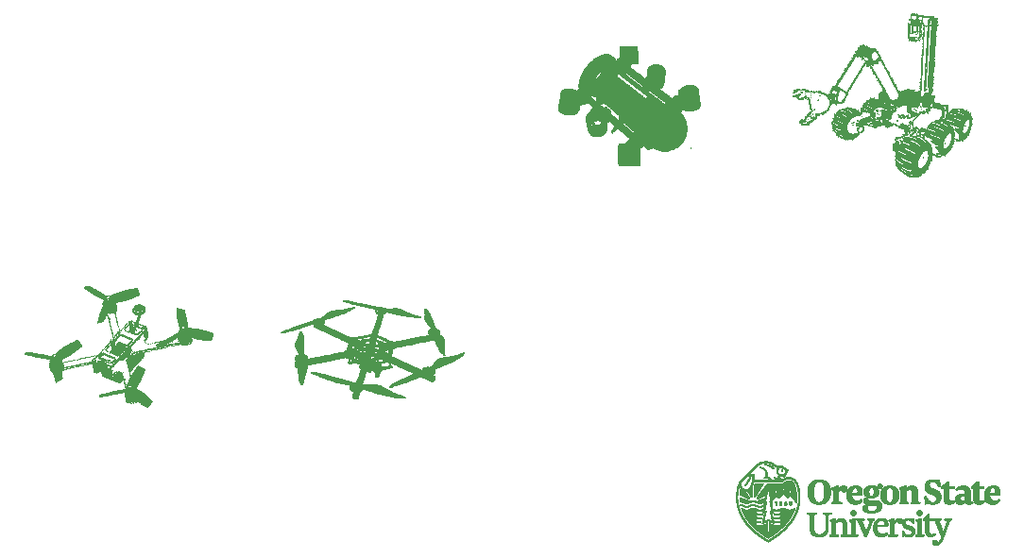
<source format=gto>
G04 Layer_Color=15132400*
%FSLAX24Y24*%
%MOIN*%
G70*
G01*
G75*
D65*
X36657Y13494D02*
X36759D01*
X36601Y13486D02*
X36811D01*
X36578Y13481D02*
X36831D01*
X36552Y13474D02*
X36859D01*
X36537Y13469D02*
X36872D01*
X36516Y13461D02*
X36892D01*
X36503Y13456D02*
X36905D01*
X36488Y13448D02*
X36921D01*
X36770Y13443D02*
X36931D01*
X36478D02*
X36644D01*
X36803Y13438D02*
X36939D01*
X36470D02*
X36611D01*
X36834Y13430D02*
X36954D01*
X36457D02*
X36578D01*
X36849Y13425D02*
X36962D01*
X36450D02*
X36560D01*
X36869Y13417D02*
X36974D01*
X36439D02*
X36539D01*
X36882Y13412D02*
X36982D01*
X36432D02*
X36527D01*
X36898Y13405D02*
X36992D01*
X36422D02*
X36511D01*
X36908Y13399D02*
X37000D01*
X36416D02*
X36501D01*
X36923Y13392D02*
X37013D01*
X36667D02*
X36767D01*
X36406D02*
X36488D01*
X36931Y13387D02*
X37020D01*
X36667D02*
X36793D01*
X36401D02*
X36478D01*
X36938Y13382D02*
X37026D01*
X36667D02*
X36811D01*
X36396D02*
X36470D01*
X36951Y13374D02*
X37038D01*
X36667D02*
X36834D01*
X36388D02*
X36460D01*
X36959Y13369D02*
X37046D01*
X36721D02*
X36846D01*
X36383D02*
X36455D01*
X36972Y13361D02*
X37059D01*
X36764D02*
X36864D01*
X36375D02*
X36445D01*
X36979Y13356D02*
X37066D01*
X36782D02*
X36875D01*
X36370D02*
X36439D01*
X36990Y13348D02*
X37079D01*
X36803D02*
X36887D01*
X36363D02*
X36432D01*
X36997Y13343D02*
X37089D01*
X36816D02*
X36898D01*
X36358D02*
X36427D01*
X37005Y13338D02*
X37102D01*
X36826D02*
X36905D01*
X36352D02*
X36422D01*
X37015Y13330D02*
X37297D01*
X36841D02*
X36918D01*
X36345D02*
X36414D01*
X37023Y13325D02*
X37304D01*
X36851D02*
X36926D01*
X36340D02*
X36409D01*
X37036Y13318D02*
X37315D01*
X36862D02*
X36939D01*
X36332D02*
X36399D01*
X37043Y13312D02*
X37322D01*
X36872D02*
X36946D01*
X36327D02*
X36393D01*
X37059Y13305D02*
X37333D01*
X36882D02*
X36959D01*
X36319D02*
X36386D01*
X37069Y13300D02*
X37340D01*
X36890D02*
X36967D01*
X36311D02*
X36381D01*
X37087Y13292D02*
X37351D01*
X36900D02*
X36979D01*
X36511D02*
X36555D01*
X36304D02*
X36373D01*
X37105Y13287D02*
X37358D01*
X36908D02*
X36990D01*
X36511D02*
X36578D01*
X36299D02*
X36368D01*
X37281Y13282D02*
X37366D01*
X36913D02*
X36995D01*
X36511D02*
X36596D01*
X36294D02*
X36363D01*
X37292Y13274D02*
X37376D01*
X36923D02*
X36995D01*
X36511D02*
X36614D01*
X36286D02*
X36355D01*
X37299Y13269D02*
X37384D01*
X36931D02*
X36995D01*
X36532D02*
X36626D01*
X36281D02*
X36350D01*
X37310Y13261D02*
X37394D01*
X36941D02*
X36995D01*
X36570D02*
X36639D01*
X36273D02*
X36342D01*
X37317Y13256D02*
X37402D01*
X36949D02*
X36995D01*
X36585D02*
X36647D01*
X36268D02*
X36337D01*
X37327Y13248D02*
X37412D01*
X36959D02*
X36995D01*
X36601D02*
X36660D01*
X36260D02*
X36329D01*
X37335Y13243D02*
X37420D01*
X36967D02*
X36995D01*
X36611D02*
X36665D01*
X36255D02*
X36324D01*
X37345Y13236D02*
X37430D01*
X37118D02*
X37182D01*
X36979D02*
X36995D01*
X36624D02*
X36675D01*
X36248D02*
X36317D01*
X37353Y13231D02*
X37438D01*
X37118D02*
X37182D01*
X36987D02*
X36995D01*
X36631D02*
X36680D01*
X36242D02*
X36312D01*
X37361Y13225D02*
X37445D01*
X37118D02*
X37182D01*
X36639D02*
X36685D01*
X36237D02*
X36306D01*
X37371Y13218D02*
X37455D01*
X37118D02*
X37182D01*
X36647D02*
X36693D01*
X36230D02*
X36296D01*
X37379Y13213D02*
X37463D01*
X37118D02*
X37182D01*
X36654D02*
X36698D01*
X36224D02*
X36291D01*
X37389Y13205D02*
X37473D01*
X37274D02*
X37307D01*
X37118D02*
X37164D01*
X36662D02*
X36703D01*
X36217D02*
X36283D01*
X37397Y13200D02*
X37481D01*
X37271D02*
X37312D01*
X37118D02*
X37156D01*
X36665D02*
X36708D01*
X36209D02*
X36278D01*
X37407Y13192D02*
X37491D01*
X37266D02*
X37315D01*
X37118D02*
X37151D01*
X36672D02*
X36713D01*
X36201D02*
X36271D01*
X37414Y13187D02*
X37494D01*
X37266D02*
X37317D01*
X37118D02*
X37146D01*
X36677D02*
X36718D01*
X36196D02*
X36266D01*
X37425Y13179D02*
X37489D01*
X37266D02*
X37315D01*
X37118D02*
X37143D01*
X36683D02*
X36724D01*
X36189D02*
X36258D01*
X37432Y13174D02*
X37489D01*
X37269D02*
X37315D01*
X37118D02*
X37141D01*
X36685D02*
X36726D01*
X36184D02*
X36253D01*
X37432Y13169D02*
X37486D01*
X37271D02*
X37312D01*
X36688D02*
X36729D01*
X36178D02*
X36248D01*
X37430Y13161D02*
X37481D01*
X37279D02*
X37302D01*
X36693D02*
X36734D01*
X36171D02*
X36240D01*
X37427Y13156D02*
X37479D01*
X36695D02*
X36736D01*
X36166D02*
X36235D01*
X37422Y13149D02*
X37476D01*
X36700D02*
X36739D01*
X36158D02*
X36227D01*
X37420Y13144D02*
X37473D01*
X36703D02*
X36741D01*
X36153D02*
X36222D01*
X37417Y13136D02*
X37471D01*
X36706D02*
X36744D01*
X36145D02*
X36214D01*
X37414Y13131D02*
X37468D01*
X36708D02*
X36747D01*
X36140D02*
X36209D01*
X37412Y13123D02*
X37463D01*
X37118D02*
X37141D01*
X36711D02*
X36749D01*
X36132D02*
X36202D01*
X37409Y13118D02*
X37461D01*
X37118D02*
X37141D01*
X36711D02*
X36749D01*
X36127D02*
X36194D01*
X37407Y13113D02*
X37458D01*
X37118D02*
X37143D01*
X36713D02*
X36752D01*
X36122D02*
X36189D01*
X37402Y13105D02*
X37455D01*
X37118D02*
X37143D01*
X36713D02*
X36754D01*
X36114D02*
X36181D01*
X37399Y13100D02*
X37453D01*
X37118D02*
X37146D01*
X36716D02*
X36754D01*
X36109D02*
X36176D01*
X37397Y13092D02*
X37450D01*
X37120D02*
X37148D01*
X36716D02*
X36757D01*
X36099D02*
X36168D01*
X37394Y13087D02*
X37448D01*
X37120D02*
X37151D01*
X36718D02*
X36757D01*
X36094D02*
X36163D01*
X37391Y13080D02*
X37443D01*
X37123D02*
X37156D01*
X36718D02*
X36757D01*
X36086D02*
X36155D01*
X37389Y13074D02*
X37440D01*
X37125D02*
X37159D01*
X36718D02*
X36759D01*
X36081D02*
X36150D01*
X37384Y13067D02*
X37438D01*
X37128D02*
X37166D01*
X36718D02*
X36759D01*
X36074D02*
X36143D01*
X37381Y13062D02*
X37435D01*
X37130D02*
X37171D01*
X36718D02*
X36759D01*
X36068D02*
X36138D01*
X37381Y13057D02*
X37432D01*
X37133D02*
X37177D01*
X36718D02*
X36759D01*
X36063D02*
X36132D01*
X37376Y13049D02*
X37430D01*
X37138D02*
X37189D01*
X36718D02*
X36759D01*
X36056D02*
X36125D01*
X37373Y13044D02*
X37427D01*
X37141D02*
X37200D01*
X36718D02*
X36759D01*
X36050D02*
X36120D01*
X37146Y13036D02*
X37422D01*
X36718D02*
X36759D01*
X36043D02*
X36291D01*
X37151Y13031D02*
X37420D01*
X36718D02*
X36759D01*
X36038D02*
X36291D01*
X37159Y13023D02*
X37417D01*
X36716D02*
X36759D01*
X36030D02*
X36291D01*
X37164Y13018D02*
X37414D01*
X36716D02*
X36757D01*
X36025D02*
X36291D01*
X37166Y13013D02*
X37412D01*
X36713D02*
X36757D01*
X36020D02*
X36291D01*
X37161Y13005D02*
X37409D01*
X36713D02*
X36757D01*
X36012D02*
X36291D01*
X37159Y13000D02*
X37407D01*
X36711D02*
X36754D01*
X36007D02*
X36291D01*
X37156Y12993D02*
X37402D01*
X36708D02*
X36754D01*
X35997D02*
X36291D01*
X37153Y12987D02*
X37399D01*
X36706D02*
X36752D01*
X36245D02*
X36291D01*
X35992D02*
X36061D01*
X37345Y12980D02*
X37397D01*
X37151D02*
X37202D01*
X36703D02*
X36749D01*
X36245D02*
X36291D01*
X35984D02*
X36053D01*
X37343Y12975D02*
X37394D01*
X37148D02*
X37200D01*
X36700D02*
X36749D01*
X36245D02*
X36291D01*
X35979D02*
X36048D01*
X37338Y12967D02*
X37392D01*
X37143D02*
X37197D01*
X36698D02*
X36747D01*
X36245D02*
X36291D01*
X35971D02*
X36040D01*
X37335Y12962D02*
X37389D01*
X37141D02*
X37194D01*
X36695D02*
X36744D01*
X36245D02*
X36291D01*
X35966D02*
X36035D01*
X37333Y12957D02*
X37386D01*
X37141D02*
X37192D01*
X36693D02*
X36741D01*
X36245D02*
X36291D01*
X35961D02*
X36030D01*
X37135Y12949D02*
X37192D01*
X36688D02*
X36739D01*
X36245D02*
X36291D01*
X35953D02*
X36022D01*
X37133Y12944D02*
X37197D01*
X37005D02*
X37033D01*
X36685D02*
X36805D01*
X36245D02*
X36291D01*
X35948D02*
X36017D01*
X37494Y12936D02*
X37565D01*
X37138D02*
X37205D01*
X37010D02*
X37043D01*
X36677D02*
X36813D01*
X36245D02*
X36291D01*
X36153D02*
X36186D01*
X35940D02*
X36010D01*
X37460Y12931D02*
X37594D01*
X37143D02*
X37210D01*
X37015D02*
X37049D01*
X36675D02*
X36818D01*
X36245D02*
X36291D01*
X36150D02*
X36186D01*
X35935D02*
X36004D01*
X37430Y12923D02*
X37622D01*
X37151D02*
X37215D01*
X37023D02*
X37056D01*
X36670D02*
X36826D01*
X36245D02*
X36291D01*
X36145D02*
X36186D01*
X35928D02*
X35997D01*
X37414Y12918D02*
X37635D01*
X37156D02*
X37220D01*
X37025D02*
X37064D01*
X36665D02*
X36831D01*
X36245D02*
X36291D01*
X36143D02*
X36186D01*
X35923D02*
X35992D01*
X37394Y12911D02*
X37652D01*
X37161D02*
X37228D01*
X37033D02*
X37072D01*
X36660D02*
X36839D01*
X36245D02*
X36291D01*
X36137D02*
X36186D01*
X35915D02*
X35981D01*
X37384Y12906D02*
X37663D01*
X37166D02*
X37233D01*
X37038D02*
X37079D01*
X36654D02*
X36844D01*
X36245D02*
X36291D01*
X36135D02*
X36186D01*
X35910D02*
X35976D01*
X37373Y12900D02*
X37673D01*
X37171D02*
X37238D01*
X37041D02*
X37084D01*
X36652D02*
X36849D01*
X36245D02*
X36291D01*
X36130D02*
X36184D01*
X35905D02*
X35971D01*
X37361Y12893D02*
X37686D01*
X37179D02*
X37243D01*
X37048D02*
X37092D01*
X36787D02*
X36857D01*
X36245D02*
X36291D01*
X36125D02*
X36178D01*
X35897D02*
X35964D01*
X37553Y12888D02*
X37693D01*
X37350D02*
X37507D01*
X37184D02*
X37248D01*
X37054D02*
X37100D01*
X36793D02*
X36862D01*
X36245D02*
X36291D01*
X36122D02*
X36173D01*
X35889D02*
X35958D01*
X37596Y12880D02*
X37704D01*
X37340D02*
X37455D01*
X37192D02*
X37256D01*
X37059D02*
X37107D01*
X36800D02*
X36869D01*
X36245D02*
X36291D01*
X36117D02*
X36168D01*
X35882D02*
X35951D01*
X37611Y12875D02*
X37711D01*
X37333D02*
X37438D01*
X37194D02*
X37261D01*
X37064D02*
X37115D01*
X36805D02*
X36875D01*
X36245D02*
X36291D01*
X36114D02*
X36166D01*
X35876D02*
X35946D01*
X37632Y12867D02*
X37722D01*
X37322D02*
X37417D01*
X37202D02*
X37269D01*
X37072D02*
X37123D01*
X36813D02*
X36882D01*
X36245D02*
X36291D01*
X36109D02*
X36161D01*
X35869D02*
X35938D01*
X37642Y12862D02*
X37727D01*
X37317D02*
X37404D01*
X37207D02*
X37274D01*
X37074D02*
X37128D01*
X36818D02*
X36887D01*
X36245D02*
X36291D01*
X36107D02*
X36155D01*
X35864D02*
X35933D01*
X42579Y12854D02*
X42620D01*
X38571D02*
X38620D01*
X37655D02*
X37734D01*
X37307D02*
X37389D01*
X37215D02*
X37279D01*
X37082D02*
X37138D01*
X36826D02*
X36895D01*
X36245D02*
X36291D01*
X36102D02*
X36150D01*
X35856D02*
X35925D01*
X42837Y12849D02*
X42847D01*
X42535D02*
X42671D01*
X38517D02*
X38671D01*
X37665D02*
X37739D01*
X37302D02*
X37381D01*
X37220D02*
X37284D01*
X37087D02*
X37143D01*
X36831D02*
X36900D01*
X36245D02*
X36291D01*
X36099D02*
X36145D01*
X35851D02*
X35920D01*
X42827Y12844D02*
X42847D01*
X42510D02*
X42699D01*
X38489D02*
X38699D01*
X37670D02*
X37745D01*
X37297D02*
X37374D01*
X37225D02*
X37289D01*
X37089D02*
X37151D01*
X36836D02*
X36905D01*
X36245D02*
X36291D01*
X36094D02*
X36143D01*
X35846D02*
X35915D01*
X42809Y12836D02*
X42850D01*
X42487D02*
X42732D01*
X38459D02*
X38730D01*
X37683D02*
X37752D01*
X36245D02*
X37361D01*
X36089D02*
X36138D01*
X35838D02*
X35907D01*
X42796Y12831D02*
X42850D01*
X42471D02*
X42750D01*
X38443D02*
X38745D01*
X37688D02*
X37757D01*
X36245D02*
X37356D01*
X36086D02*
X36132D01*
X35833D02*
X35902D01*
X42453Y12824D02*
X42850D01*
X38423D02*
X38768D01*
X37698D02*
X37763D01*
X36245D02*
X37345D01*
X36081D02*
X36127D01*
X35828D02*
X35894D01*
X42446Y12819D02*
X42850D01*
X38410D02*
X38778D01*
X37704D02*
X37768D01*
X37494D02*
X37560D01*
X36245D02*
X37340D01*
X36079D02*
X36125D01*
X35823D02*
X35889D01*
X42430Y12811D02*
X42850D01*
X38395D02*
X38796D01*
X37711D02*
X37773D01*
X37460D02*
X37589D01*
X36242D02*
X37333D01*
X36074D02*
X36117D01*
X35818D02*
X35882D01*
X42423Y12806D02*
X42850D01*
X38384D02*
X38804D01*
X37716D02*
X37778D01*
X37448D02*
X37601D01*
X36240D02*
X37327D01*
X36071D02*
X36115D01*
X35812D02*
X35877D01*
X42412Y12798D02*
X42850D01*
X38372D02*
X38819D01*
X37722D02*
X37783D01*
X37430D02*
X37617D01*
X36237D02*
X37320D01*
X36066D02*
X36109D01*
X35807D02*
X35869D01*
X42407Y12793D02*
X42850D01*
X38364D02*
X38827D01*
X37727D02*
X37786D01*
X37420D02*
X37624D01*
X36237D02*
X37315D01*
X36063D02*
X36104D01*
X35805D02*
X35866D01*
X44178Y12788D02*
X44224D01*
X43131D02*
X43177D01*
X42622D02*
X42853D01*
X42402D02*
X42568D01*
X38356D02*
X38835D01*
X37732D02*
X37791D01*
X37412D02*
X37632D01*
X36235D02*
X36283D01*
X36058D02*
X36102D01*
X35800D02*
X35864D01*
X44170Y12780D02*
X44224D01*
X43124D02*
X43177D01*
X42655D02*
X42853D01*
X42392D02*
X42540D01*
X38643D02*
X38845D01*
X38343D02*
X38548D01*
X37737D02*
X37796D01*
X37402D02*
X37642D01*
X36232D02*
X36281D01*
X36056D02*
X36097D01*
X35795D02*
X35859D01*
X44165Y12775D02*
X44224D01*
X43116D02*
X43177D01*
X42668D02*
X42853D01*
X42387D02*
X42530D01*
X38658D02*
X38850D01*
X38338D02*
X38530D01*
X37742D02*
X37798D01*
X37394D02*
X37647D01*
X36230D02*
X36281D01*
X36050D02*
X36092D01*
X35792D02*
X35856D01*
X44155Y12767D02*
X44224D01*
X43108D02*
X43177D01*
X42684D02*
X42853D01*
X42382D02*
X42520D01*
X38676D02*
X38860D01*
X38328D02*
X38512D01*
X37747D02*
X37804D01*
X37386D02*
X37655D01*
X36230D02*
X36278D01*
X36045D02*
X36086D01*
X35787D02*
X35851D01*
X44150Y12762D02*
X44224D01*
X43103D02*
X43177D01*
X42694D02*
X42853D01*
X42376D02*
X42512D01*
X38684D02*
X38865D01*
X38323D02*
X38505D01*
X37750D02*
X37806D01*
X37381D02*
X37660D01*
X36227D02*
X36276D01*
X36043D02*
X36084D01*
X35784D02*
X35848D01*
X44140Y12755D02*
X44224D01*
X43093D02*
X43177D01*
X42704D02*
X42853D01*
X42371D02*
X42504D01*
X38697D02*
X38876D01*
X38315D02*
X38494D01*
X37755D02*
X37811D01*
X37373D02*
X37668D01*
X36224D02*
X36273D01*
X36038D02*
X36076D01*
X35782D02*
X35846D01*
X44135Y12749D02*
X44224D01*
X43088D02*
X43177D01*
X42709D02*
X42853D01*
X42366D02*
X42502D01*
X38702D02*
X38881D01*
X38310D02*
X38487D01*
X37757D02*
X37814D01*
X37368D02*
X37673D01*
X36222D02*
X36273D01*
X36035D02*
X36074D01*
X35777D02*
X35843D01*
X44124Y12742D02*
X44224D01*
X43078D02*
X43177D01*
X42719D02*
X42855D01*
X42361D02*
X42494D01*
X38709D02*
X38889D01*
X38302D02*
X38479D01*
X37763D02*
X37816D01*
X37363D02*
X37678D01*
X36222D02*
X36271D01*
X36030D02*
X36068D01*
X35774D02*
X35841D01*
X44119Y12737D02*
X44224D01*
X43073D02*
X43177D01*
X42724D02*
X42855D01*
X42359D02*
X42492D01*
X38714D02*
X38891D01*
X38297D02*
X38474D01*
X37765D02*
X37819D01*
X37358D02*
X37683D01*
X36219D02*
X36268D01*
X36027D02*
X36063D01*
X35772D02*
X35838D01*
X44114Y12732D02*
X44224D01*
X43067D02*
X43177D01*
X42727D02*
X42855D01*
X42356D02*
X42489D01*
X38720D02*
X38896D01*
X38292D02*
X38471D01*
X37768D02*
X37821D01*
X37356D02*
X37686D01*
X36217D02*
X36268D01*
X36025D02*
X36061D01*
X35769D02*
X35838D01*
X44104Y12724D02*
X44224D01*
X43057D02*
X43177D01*
X42735D02*
X42855D01*
X42353D02*
X42487D01*
X38725D02*
X38904D01*
X38285D02*
X38464D01*
X37773D02*
X37827D01*
X37350D02*
X37691D01*
X36214D02*
X36266D01*
X36020D02*
X36056D01*
X35764D02*
X35836D01*
X44099Y12719D02*
X44224D01*
X43052D02*
X43177D01*
X42740D02*
X42855D01*
X42351D02*
X42484D01*
X38727D02*
X38906D01*
X38282D02*
X38461D01*
X37775D02*
X37829D01*
X36775D02*
X37696D01*
X36322D02*
X36629D01*
X36214D02*
X36263D01*
X36015D02*
X36051D01*
X35761D02*
X35836D01*
X44088Y12711D02*
X44224D01*
X43042D02*
X43177D01*
X42745D02*
X42855D01*
X42346D02*
X42481D01*
X38732D02*
X38914D01*
X38277D02*
X38456D01*
X37780D02*
X37832D01*
X36770D02*
X37699D01*
X36322D02*
X36624D01*
X36212D02*
X36260D01*
X36010D02*
X36045D01*
X35759D02*
X35833D01*
X44083Y12706D02*
X44224D01*
X43037D02*
X43177D01*
X42750D02*
X42855D01*
X42346D02*
X42481D01*
X38735D02*
X38917D01*
X38272D02*
X38453D01*
X37783D02*
X37834D01*
X36767D02*
X37704D01*
X36322D02*
X36621D01*
X36209D02*
X36260D01*
X36007D02*
X36040D01*
X35756D02*
X35833D01*
X44076Y12698D02*
X44224D01*
X43026D02*
X43177D01*
X42755D02*
X42855D01*
X42341D02*
X42481D01*
X40731D02*
X40754D01*
X38740D02*
X38922D01*
X38267D02*
X38448D01*
X37785D02*
X37837D01*
X36759D02*
X37706D01*
X36322D02*
X36616D01*
X36207D02*
X36258D01*
X36002D02*
X36035D01*
X35754D02*
X35833D01*
X44068Y12693D02*
X44224D01*
X43021D02*
X43177D01*
X42758D02*
X42858D01*
X42341D02*
X42479D01*
X40710D02*
X40775D01*
X38743D02*
X38924D01*
X38264D02*
X38446D01*
X37788D02*
X37839D01*
X36757D02*
X37709D01*
X36322D02*
X36614D01*
X36207D02*
X36255D01*
X35999D02*
X36033D01*
X35751D02*
X35833D01*
X44063Y12688D02*
X44224D01*
X43016D02*
X43177D01*
X42763D02*
X42858D01*
X42338D02*
X42479D01*
X40700D02*
X40785D01*
X38745D02*
X38929D01*
X38259D02*
X38446D01*
X37791D02*
X37842D01*
X36752D02*
X37714D01*
X36322D02*
X36611D01*
X36204D02*
X36253D01*
X35997D02*
X36027D01*
X35748D02*
X35833D01*
X44053Y12680D02*
X44224D01*
X43006D02*
X43177D01*
X42768D02*
X42858D01*
X42335D02*
X42479D01*
X40690D02*
X40795D01*
X38748D02*
X38935D01*
X38256D02*
X38441D01*
X37793D02*
X37844D01*
X36747D02*
X37717D01*
X36322D02*
X36606D01*
X36201D02*
X36250D01*
X35992D02*
X36022D01*
X35746D02*
X35833D01*
X44048Y12675D02*
X44224D01*
X43001D02*
X43177D01*
X42773D02*
X42858D01*
X42335D02*
X42479D01*
X40685D02*
X40800D01*
X38750D02*
X38937D01*
X38251D02*
X38438D01*
X37796D02*
X37847D01*
X36741D02*
X37719D01*
X36319D02*
X36603D01*
X36201D02*
X36250D01*
X35989D02*
X36020D01*
X35743D02*
X35833D01*
X44040Y12668D02*
X44224D01*
X42991D02*
X43177D01*
X42778D02*
X42858D01*
X42333D02*
X42479D01*
X40677D02*
X40805D01*
X38753D02*
X38940D01*
X38249D02*
X38436D01*
X37798D02*
X37850D01*
X36736D02*
X37722D01*
X36319D02*
X36598D01*
X36199D02*
X36248D01*
X35984D02*
X36012D01*
X35741D02*
X35833D01*
X44032Y12662D02*
X44224D01*
X42985D02*
X43177D01*
X42783D02*
X42858D01*
X42333D02*
X42479D01*
X40675D02*
X40810D01*
X38755D02*
X38942D01*
X38246D02*
X38436D01*
X37801D02*
X37852D01*
X36734D02*
X37724D01*
X36319D02*
X36596D01*
X36196D02*
X36245D01*
X35979D02*
X36010D01*
X35741D02*
X35836D01*
X44024Y12655D02*
X44224D01*
X42975D02*
X43177D01*
X42788D02*
X42858D01*
X42330D02*
X42481D01*
X40670D02*
X40813D01*
X38758D02*
X38947D01*
X38241D02*
X38433D01*
X37803D02*
X37855D01*
X36726D02*
X37729D01*
X36319D02*
X36590D01*
X36194D02*
X36242D01*
X35976D02*
X36004D01*
X35736D02*
X35836D01*
X44017Y12650D02*
X44224D01*
X42970D02*
X43177D01*
X42791D02*
X42860D01*
X42330D02*
X42481D01*
X40670D02*
X40815D01*
X38758D02*
X38950D01*
X38238D02*
X38430D01*
X37806D02*
X37855D01*
X36723D02*
X37729D01*
X36319D02*
X36588D01*
X36194D02*
X36242D01*
X35971D02*
X35999D01*
X35736D02*
X35838D01*
X44009Y12642D02*
X44224D01*
X42963D02*
X43177D01*
X42799D02*
X42860D01*
X42330D02*
X42484D01*
X40667D02*
X40818D01*
X38760D02*
X38952D01*
X38236D02*
X38428D01*
X37809D02*
X37857D01*
X36716D02*
X37734D01*
X36319D02*
X36583D01*
X36191D02*
X36240D01*
X35971D02*
X35994D01*
X35789D02*
X35838D01*
X35733D02*
X35782D01*
X44718Y12637D02*
X44764D01*
X44004D02*
X44224D01*
X43666D02*
X43720D01*
X42955D02*
X43177D01*
X42801D02*
X42860D01*
X42328D02*
X42484D01*
X41865D02*
X41906D01*
X41637D02*
X41665D01*
X41056D02*
X41115D01*
X40664D02*
X40818D01*
X40416D02*
X40475D01*
X39858D02*
X39907D01*
X39441D02*
X39472D01*
X39247D02*
X39275D01*
X38763D02*
X38955D01*
X38233D02*
X38428D01*
X37811D02*
X37860D01*
X36713D02*
X37734D01*
X36319D02*
X36580D01*
X36189D02*
X36237D01*
X35979D02*
X35992D01*
X35792D02*
X35841D01*
X35731D02*
X35782D01*
X44677Y12632D02*
X44802D01*
X43996D02*
X44224D01*
X43623D02*
X43758D01*
X42950D02*
X43177D01*
X42806D02*
X42860D01*
X42328D02*
X42487D01*
X41829D02*
X41934D01*
X41619D02*
X41665D01*
X41012D02*
X41158D01*
X40664D02*
X40821D01*
X40373D02*
X40529D01*
X39817D02*
X39943D01*
X39413D02*
X39500D01*
X39231D02*
X39275D01*
X38763D02*
X38958D01*
X38231D02*
X38425D01*
X37811D02*
X37862D01*
X36708D02*
X37737D01*
X36317D02*
X36575D01*
X36189D02*
X36237D01*
X35986D02*
X35987D01*
X35792D02*
X35843D01*
X35728D02*
X35779D01*
X44646Y12624D02*
X44831D01*
X43989D02*
X44224D01*
X43589D02*
X43789D01*
X42939D02*
X43177D01*
X42811D02*
X42860D01*
X42328D02*
X42489D01*
X41803D02*
X41959D01*
X41596D02*
X41665D01*
X40977D02*
X41192D01*
X40664D02*
X40821D01*
X40339D02*
X40570D01*
X39787D02*
X39974D01*
X39393D02*
X39521D01*
X39206D02*
X39275D01*
X38766D02*
X38960D01*
X38228D02*
X38423D01*
X37814D02*
X37865D01*
X36703D02*
X37739D01*
X36317D02*
X36573D01*
X36184D02*
X36235D01*
X35795D02*
X35846D01*
X35728D02*
X35777D01*
X44628Y12619D02*
X44846D01*
X43981D02*
X44414D01*
X43572D02*
X43802D01*
X42934D02*
X43367D01*
X42817D02*
X42860D01*
X42328D02*
X42492D01*
X41788D02*
X41970D01*
X41581D02*
X41665D01*
X40961D02*
X41210D01*
X40664D02*
X40821D01*
X40322D02*
X40593D01*
X39769D02*
X39986D01*
X39380D02*
X39528D01*
X39190D02*
X39275D01*
X38766D02*
X38963D01*
X38226D02*
X38423D01*
X37816D02*
X37865D01*
X36700D02*
X37742D01*
X36317D02*
X36567D01*
X36184D02*
X36232D01*
X35797D02*
X35846D01*
X35725D02*
X35774D01*
X44608Y12611D02*
X44864D01*
X43973D02*
X44411D01*
X43551D02*
X43820D01*
X42927D02*
X43364D01*
X42822D02*
X42837D01*
X42328D02*
X42497D01*
X41773D02*
X41982D01*
X41558D02*
X41665D01*
X40941D02*
X41230D01*
X40664D02*
X40821D01*
X40301D02*
X40618D01*
X39751D02*
X40004D01*
X39367D02*
X39539D01*
X39167D02*
X39275D01*
X38768D02*
X38965D01*
X38223D02*
X38420D01*
X37819D02*
X37867D01*
X36693D02*
X37745D01*
X36317D02*
X36565D01*
X36178D02*
X36230D01*
X35800D02*
X35851D01*
X35723D02*
X35772D01*
X44598Y12606D02*
X44874D01*
X43968D02*
X44411D01*
X43538D02*
X43830D01*
X42919D02*
X43364D01*
X42328D02*
X42499D01*
X41762D02*
X41990D01*
X41542D02*
X41665D01*
X40928D02*
X41243D01*
X40667D02*
X40821D01*
X40291D02*
X40634D01*
X39738D02*
X40014D01*
X39362D02*
X39546D01*
X39152D02*
X39275D01*
X38768D02*
X38968D01*
X38221D02*
X38420D01*
X37819D02*
X37870D01*
X36690D02*
X37747D01*
X36317D02*
X36560D01*
X36176D02*
X36227D01*
X35800D02*
X35854D01*
X35723D02*
X35772D01*
X44582Y12598D02*
X44887D01*
X43958D02*
X44411D01*
X43523D02*
X43843D01*
X42911D02*
X43364D01*
X42328D02*
X42507D01*
X41749D02*
X42000D01*
X41517D02*
X41665D01*
X40913D02*
X41258D01*
X40670D02*
X40818D01*
X40275D02*
X40654D01*
X39723D02*
X40027D01*
X39352D02*
X39551D01*
X39129D02*
X39275D01*
X38771D02*
X38970D01*
X38218D02*
X38418D01*
X37821D02*
X37870D01*
X37330D02*
X37750D01*
X36683D02*
X37317D01*
X36317D02*
X36557D01*
X36173D02*
X36225D01*
X35805D02*
X35856D01*
X35720D02*
X35769D01*
X44572Y12593D02*
X44892D01*
X43955D02*
X44411D01*
X43513D02*
X43851D01*
X42909D02*
X43362D01*
X42328D02*
X42512D01*
X41742D02*
X42008D01*
X41501D02*
X41665D01*
X40902D02*
X41268D01*
X40672D02*
X40818D01*
X40268D02*
X40664D01*
X39715D02*
X40035D01*
X39344D02*
X39556D01*
X39114D02*
X39275D01*
X38771D02*
X38970D01*
X38218D02*
X38418D01*
X37824D02*
X37873D01*
X37330D02*
X37750D01*
X36680D02*
X37315D01*
X36317D02*
X36552D01*
X36168D02*
X36222D01*
X35807D02*
X35861D01*
X35718D02*
X35766D01*
X44562Y12586D02*
X44902D01*
X43955D02*
X44408D01*
X43500D02*
X43858D01*
X42909D02*
X43362D01*
X42328D02*
X42520D01*
X41732D02*
X42016D01*
X41478D02*
X41665D01*
X40892D02*
X41279D01*
X40255D02*
X40815D01*
X39702D02*
X40043D01*
X39336D02*
X39562D01*
X39091D02*
X39275D01*
X38773D02*
X38973D01*
X38215D02*
X38418D01*
X37826D02*
X37875D01*
X37333D02*
X37752D01*
X36675D02*
X37312D01*
X36314D02*
X36550D01*
X36163D02*
X36219D01*
X35810D02*
X35866D01*
X35715D02*
X35764D01*
X44554Y12581D02*
X44910D01*
X43955D02*
X44408D01*
X43492D02*
X43866D01*
X42909D02*
X43362D01*
X42328D02*
X42525D01*
X41726D02*
X42018D01*
X41463D02*
X41665D01*
X40885D02*
X41286D01*
X40250D02*
X40813D01*
X39695D02*
X40050D01*
X39331D02*
X39564D01*
X39075D02*
X39275D01*
X38773D02*
X38976D01*
X38213D02*
X38415D01*
X37826D02*
X37875D01*
X37335D02*
X37755D01*
X36670D02*
X37312D01*
X36314D02*
X36544D01*
X36160D02*
X36222D01*
X35812D02*
X35869D01*
X35715D02*
X35764D01*
X44547Y12575D02*
X44915D01*
X43955D02*
X44408D01*
X43485D02*
X43871D01*
X42909D02*
X43359D01*
X42330D02*
X42533D01*
X41721D02*
X42023D01*
X41448D02*
X41665D01*
X40877D02*
X41294D01*
X40242D02*
X40810D01*
X39687D02*
X40055D01*
X39329D02*
X39567D01*
X39060D02*
X39275D01*
X38773D02*
X38976D01*
X38213D02*
X38415D01*
X37829D02*
X37878D01*
X37338D02*
X37755D01*
X36667D02*
X37310D01*
X36314D02*
X36542D01*
X36158D02*
X36222D01*
X35815D02*
X35874D01*
X35713D02*
X35761D01*
X44754Y12568D02*
X44923D01*
X44536D02*
X44703D01*
X43955D02*
X44406D01*
X43474D02*
X43879D01*
X42909D02*
X43359D01*
X42330D02*
X42545D01*
X41714D02*
X42029D01*
X41422D02*
X41665D01*
X41115D02*
X41304D01*
X40867D02*
X41056D01*
X40473D02*
X40808D01*
X40235D02*
X40406D01*
X39897D02*
X40063D01*
X39677D02*
X39843D01*
X39321D02*
X39569D01*
X39037D02*
X39275D01*
X38776D02*
X38978D01*
X38210D02*
X38415D01*
X37832D02*
X37880D01*
X37340D02*
X37757D01*
X36660D02*
X37307D01*
X36314D02*
X36537D01*
X36150D02*
X36222D01*
X35820D02*
X35879D01*
X35713D02*
X35761D01*
X44767Y12563D02*
X44925D01*
X44531D02*
X44690D01*
X43955D02*
X44406D01*
X43467D02*
X43881D01*
X42909D02*
X43359D01*
X42330D02*
X42553D01*
X41709D02*
X42034D01*
X41422D02*
X41663D01*
X41130D02*
X41309D01*
X40861D02*
X41041D01*
X40483D02*
X40803D01*
X40229D02*
X40393D01*
X39910D02*
X40068D01*
X39672D02*
X39830D01*
X39318D02*
X39572D01*
X39032D02*
X39275D01*
X38776D02*
X38981D01*
X38208D02*
X38413D01*
X37832D02*
X37880D01*
X37340D02*
X37760D01*
X36657D02*
X37304D01*
X36314D02*
X36534D01*
X36145D02*
X36222D01*
X35823D02*
X35884D01*
X35710D02*
X35759D01*
X44779Y12555D02*
X44933D01*
X44524D02*
X44677D01*
X43955D02*
X44403D01*
X43459D02*
X43889D01*
X42909D02*
X43357D01*
X42333D02*
X42568D01*
X41701D02*
X42039D01*
X41422D02*
X41663D01*
X41143D02*
X41317D01*
X40854D02*
X41028D01*
X40641D02*
X40798D01*
X40496D02*
X40621D01*
X40222D02*
X40383D01*
X39920D02*
X40073D01*
X39664D02*
X39817D01*
X39311D02*
X39574D01*
X39032D02*
X39272D01*
X38776D02*
X38981D01*
X38208D02*
X38413D01*
X37834D02*
X37883D01*
X37343D02*
X37763D01*
X36649D02*
X37302D01*
X36314D02*
X36529D01*
X36137D02*
X36222D01*
X35828D02*
X35892D01*
X35708D02*
X35756D01*
X44785Y12550D02*
X44936D01*
X44516D02*
X44669D01*
X43955D02*
X44403D01*
X43454D02*
X43891D01*
X42909D02*
X43357D01*
X42333D02*
X42579D01*
X41696D02*
X42041D01*
X41422D02*
X41663D01*
X41151D02*
X41322D01*
X40849D02*
X41020D01*
X40657D02*
X40790D01*
X40501D02*
X40621D01*
X40217D02*
X40378D01*
X39925D02*
X40078D01*
X39659D02*
X39810D01*
X39308D02*
X39574D01*
X39032D02*
X39272D01*
X38776D02*
X38983D01*
X38205D02*
X38413D01*
X37834D02*
X37883D01*
X37345D02*
X37763D01*
X36647D02*
X37302D01*
X36314D02*
X36527D01*
X36132D02*
X36222D01*
X35828D02*
X35897D01*
X35708D02*
X35756D01*
X44792Y12542D02*
X44941D01*
X44511D02*
X44662D01*
X44040D02*
X44227D01*
X43446D02*
X43897D01*
X42993D02*
X43180D01*
X42333D02*
X42597D01*
X41691D02*
X42044D01*
X41427D02*
X41663D01*
X41158D02*
X41330D01*
X40841D02*
X41013D01*
X40677D02*
X40780D01*
X40506D02*
X40634D01*
X40211D02*
X40373D01*
X39933D02*
X40084D01*
X39651D02*
X39802D01*
X39303D02*
X39577D01*
X39037D02*
X39272D01*
X38778D02*
X38983D01*
X38205D02*
X38410D01*
X37837D02*
X37885D01*
X37404D02*
X37765D01*
X36803D02*
X37243D01*
X36642D02*
X36788D01*
X36311D02*
X36521D01*
X36122D02*
X36222D01*
X35825D02*
X35907D01*
X35705D02*
X35754D01*
X44795Y12537D02*
X44946D01*
X44506D02*
X44657D01*
X44040D02*
X44227D01*
X43441D02*
X43899D01*
X42993D02*
X43180D01*
X42335D02*
X42609D01*
X41685D02*
X42046D01*
X41432D02*
X41663D01*
X41163D02*
X41335D01*
X40836D02*
X41007D01*
X40698D02*
X40764D01*
X40508D02*
X40641D01*
X40206D02*
X40370D01*
X39935D02*
X40086D01*
X39646D02*
X39797D01*
X39300D02*
X39577D01*
X39039D02*
X39272D01*
X38778D02*
X38986D01*
X38203D02*
X38410D01*
X37837D02*
X37885D01*
X37402D02*
X37765D01*
X36803D02*
X37246D01*
X36636D02*
X36788D01*
X36311D02*
X36519D01*
X36114D02*
X36225D01*
X35825D02*
X35915D01*
X35705D02*
X35754D01*
X44800Y12529D02*
X44948D01*
X44498D02*
X44652D01*
X44040D02*
X44227D01*
X43433D02*
X43904D01*
X42993D02*
X43180D01*
X42338D02*
X42630D01*
X41680D02*
X42052D01*
X41435D02*
X41663D01*
X41169D02*
X41340D01*
X40831D02*
X41002D01*
X40511D02*
X40652D01*
X40201D02*
X40365D01*
X39940D02*
X40091D01*
X39638D02*
X39792D01*
X39295D02*
X39577D01*
X39045D02*
X39272D01*
X38778D02*
X38986D01*
X38203D02*
X38410D01*
X37839D02*
X37888D01*
X37391D02*
X37768D01*
X36805D02*
X37256D01*
X36631D02*
X36788D01*
X36311D02*
X36514D01*
X36102D02*
X36225D01*
X35823D02*
X35928D01*
X35702D02*
X35751D01*
X44802Y12524D02*
X44951D01*
X44493D02*
X44646D01*
X44040D02*
X44227D01*
X43428D02*
X43907D01*
X42993D02*
X43180D01*
X42338D02*
X42643D01*
X41675D02*
X42052D01*
X41440D02*
X41663D01*
X41171D02*
X41345D01*
X40826D02*
X41000D01*
X40513D02*
X40657D01*
X40199D02*
X40363D01*
X39943D02*
X40094D01*
X39636D02*
X39787D01*
X39293D02*
X39577D01*
X39047D02*
X39272D01*
X38778D02*
X38988D01*
X38200D02*
X38410D01*
X37839D02*
X37888D01*
X37384D02*
X37770D01*
X36805D02*
X37261D01*
X36626D02*
X36785D01*
X36311D02*
X36511D01*
X36091D02*
X36225D01*
X35823D02*
X35938D01*
X35702D02*
X35751D01*
X44805Y12519D02*
X44953D01*
X44490D02*
X44644D01*
X44040D02*
X44227D01*
X43426D02*
X43907D01*
X42993D02*
X43180D01*
X42341D02*
X42655D01*
X41673D02*
X42054D01*
X41442D02*
X41663D01*
X41176D02*
X41348D01*
X40823D02*
X40995D01*
X40516D02*
X40662D01*
X40196D02*
X40363D01*
X39945D02*
X40096D01*
X39631D02*
X39784D01*
X39290D02*
X39577D01*
X39052D02*
X39272D01*
X38778D02*
X38988D01*
X38200D02*
X38410D01*
X37842D02*
X37891D01*
X37376D02*
X37770D01*
X36805D02*
X37269D01*
X36624D02*
X36785D01*
X36311D02*
X36509D01*
X36079D02*
X36225D01*
X35820D02*
X35951D01*
X35700D02*
X35749D01*
X44808Y12511D02*
X44959D01*
X44485D02*
X44639D01*
X44040D02*
X44227D01*
X43418D02*
X43912D01*
X42993D02*
X43180D01*
X42343D02*
X42673D01*
X41448D02*
X42057D01*
X41179D02*
X41353D01*
X40818D02*
X40992D01*
X40519D02*
X40670D01*
X40191D02*
X40360D01*
X39948D02*
X40099D01*
X39625D02*
X39779D01*
X39382D02*
X39577D01*
X39288D02*
X39367D01*
X39055D02*
X39272D01*
X38781D02*
X38991D01*
X38200D02*
X38407D01*
X37842D02*
X37891D01*
X37366D02*
X37773D01*
X36808D02*
X37279D01*
X36616D02*
X36782D01*
X36311D02*
X36504D01*
X36050D02*
X36225D01*
X35820D02*
X35979D01*
X35700D02*
X35749D01*
X44808Y12506D02*
X44961D01*
X44480D02*
X44636D01*
X44040D02*
X44227D01*
X43651D02*
X43912D01*
X43421D02*
X43543D01*
X42993D02*
X43180D01*
X42343D02*
X42686D01*
X41450D02*
X42059D01*
X41181D02*
X41355D01*
X40815D02*
X40989D01*
X40519D02*
X40675D01*
X40188D02*
X40357D01*
X39948D02*
X40102D01*
X39620D02*
X39777D01*
X39382D02*
X39577D01*
X39285D02*
X39359D01*
X39060D02*
X39272D01*
X38781D02*
X38991D01*
X38198D02*
X38407D01*
X37844D02*
X37893D01*
X37581D02*
X37773D01*
X37361D02*
X37568D01*
X37077D02*
X37287D01*
X36808D02*
X37066D01*
X36613D02*
X36782D01*
X36309D02*
X36501D01*
X35818D02*
X36225D01*
X35700D02*
X35746D01*
X44810Y12499D02*
X44964D01*
X44475D02*
X44634D01*
X44040D02*
X44227D01*
X43674D02*
X43914D01*
X43423D02*
X43508D01*
X42993D02*
X43180D01*
X42348D02*
X42707D01*
X41811D02*
X42062D01*
X41455D02*
X41747D01*
X41184D02*
X41361D01*
X40810D02*
X40987D01*
X40521D02*
X40680D01*
X40186D02*
X40357D01*
X39950D02*
X40104D01*
X39618D02*
X39774D01*
X39382D02*
X39574D01*
X39283D02*
X39347D01*
X39065D02*
X39272D01*
X38781D02*
X38991D01*
X38198D02*
X38407D01*
X37844D02*
X37893D01*
X37583D02*
X37775D01*
X37361D02*
X37565D01*
X37079D02*
X37284D01*
X36810D02*
X37064D01*
X36608D02*
X36780D01*
X36309D02*
X36496D01*
X35818D02*
X36225D01*
X35697D02*
X35746D01*
X44810Y12494D02*
X44964D01*
X44472D02*
X44631D01*
X44040D02*
X44227D01*
X43687D02*
X43917D01*
X43426D02*
X43492D01*
X42993D02*
X43180D01*
X42348D02*
X42719D01*
X41826D02*
X42062D01*
X41458D02*
X41729D01*
X41186D02*
X41363D01*
X40808D02*
X40984D01*
X40521D02*
X40682D01*
X40183D02*
X40355D01*
X39953D02*
X40107D01*
X39613D02*
X39771D01*
X39385D02*
X39574D01*
X39280D02*
X39341D01*
X39068D02*
X39272D01*
X38781D02*
X38991D01*
X38198D02*
X38407D01*
X37847D02*
X37896D01*
X37586D02*
X37775D01*
X37363D02*
X37565D01*
X37082D02*
X37284D01*
X36810D02*
X37061D01*
X36603D02*
X36780D01*
X36309D02*
X36493D01*
X35815D02*
X36227D01*
X35697D02*
X35743D01*
X44813Y12486D02*
X44966D01*
X44467D02*
X44628D01*
X44040D02*
X44227D01*
X43697D02*
X43920D01*
X43428D02*
X43472D01*
X42993D02*
X43180D01*
X42353D02*
X42735D01*
X41839D02*
X42064D01*
X41463D02*
X41714D01*
X41189D02*
X41368D01*
X40803D02*
X40982D01*
X40524D02*
X40688D01*
X40181D02*
X40355D01*
X39953D02*
X40109D01*
X39608D02*
X39769D01*
X39385D02*
X39572D01*
X39073D02*
X39331D01*
X38781D02*
X38993D01*
X38195D02*
X38407D01*
X37847D02*
X37896D01*
X37588D02*
X37778D01*
X37366D02*
X37563D01*
X37084D02*
X37281D01*
X36813D02*
X37059D01*
X36598D02*
X36777D01*
X36309D02*
X36488D01*
X35815D02*
X36227D01*
X35695D02*
X35743D01*
X44813Y12481D02*
X44969D01*
X44465D02*
X44626D01*
X44040D02*
X44227D01*
X43705D02*
X43920D01*
X43431D02*
X43459D01*
X42993D02*
X43180D01*
X42356D02*
X42745D01*
X41847D02*
X42064D01*
X41468D02*
X41703D01*
X41192D02*
X41371D01*
X40800D02*
X40979D01*
X40524D02*
X40690D01*
X40181D02*
X40355D01*
X39953D02*
X40109D01*
X39605D02*
X39766D01*
X39387D02*
X39569D01*
X39075D02*
X39326D01*
X38781D02*
X38993D01*
X38195D02*
X38407D01*
X37850D02*
X37896D01*
X37588D02*
X37778D01*
X37368D02*
X37560D01*
X37087D02*
X37279D01*
X36813D02*
X37056D01*
X36593D02*
X36777D01*
X36309D02*
X36486D01*
X35812D02*
X36227D01*
X35695D02*
X35743D01*
X44813Y12473D02*
X44971D01*
X44462D02*
X44623D01*
X44040D02*
X44227D01*
X43712D02*
X43922D01*
X43433D02*
X43444D01*
X42993D02*
X43180D01*
X42359D02*
X42760D01*
X41854D02*
X42067D01*
X41471D02*
X41691D01*
X41192D02*
X41373D01*
X40798D02*
X40979D01*
X40524D02*
X40693D01*
X40178D02*
X40352D01*
X39956D02*
X40112D01*
X39602D02*
X39764D01*
X39390D02*
X39567D01*
X39080D02*
X39318D01*
X38781D02*
X38993D01*
X38195D02*
X38407D01*
X37850D02*
X37898D01*
X37591D02*
X37780D01*
X37371D02*
X37558D01*
X37315D02*
X37333D01*
X37089D02*
X37276D01*
X36816D02*
X37054D01*
X36588D02*
X36775D01*
X36309D02*
X36480D01*
X35812D02*
X36227D01*
X35692D02*
X35741D01*
X44815Y12468D02*
X44971D01*
X44460D02*
X44621D01*
X44040D02*
X44227D01*
X43717D02*
X43922D01*
X42993D02*
X43180D01*
X42361D02*
X42771D01*
X41860D02*
X42067D01*
X41476D02*
X41683D01*
X41194D02*
X41376D01*
X40795D02*
X40977D01*
X40524D02*
X40695D01*
X40176D02*
X40352D01*
X39956D02*
X40112D01*
X39600D02*
X39764D01*
X39393D02*
X39564D01*
X39083D02*
X39313D01*
X38781D02*
X38993D01*
X38195D02*
X38407D01*
X37852D02*
X37898D01*
X37594D02*
X37780D01*
X37371D02*
X37555D01*
X37307D02*
X37340D01*
X37089D02*
X37274D01*
X36816D02*
X37054D01*
X36583D02*
X36775D01*
X36309D02*
X36478D01*
X35810D02*
X36227D01*
X35692D02*
X35741D01*
X44815Y12463D02*
X44974D01*
X44457D02*
X44621D01*
X44040D02*
X44227D01*
X43720D02*
X43925D01*
X42993D02*
X43180D01*
X42366D02*
X42778D01*
X41862D02*
X42067D01*
X41478D02*
X41678D01*
X41194D02*
X41378D01*
X40792D02*
X40977D01*
X40524D02*
X40698D01*
X40176D02*
X40352D01*
X39956D02*
X40114D01*
X39597D02*
X39761D01*
X39395D02*
X39562D01*
X39088D02*
X39308D01*
X38784D02*
X38993D01*
X38195D02*
X38407D01*
X37852D02*
X37901D01*
X37596D02*
X37780D01*
X37373D02*
X37555D01*
X37299D02*
X37348D01*
X37092D02*
X37274D01*
X36816D02*
X37051D01*
X36580D02*
X36775D01*
X36306D02*
X36475D01*
X35971D02*
X36227D01*
X35810D02*
X35956D01*
X35692D02*
X35738D01*
X44815Y12455D02*
X44974D01*
X44452D02*
X44618D01*
X44040D02*
X44227D01*
X43725D02*
X43925D01*
X42993D02*
X43180D01*
X42371D02*
X42789D01*
X41867D02*
X42069D01*
X41481D02*
X41668D01*
X41197D02*
X41381D01*
X40790D02*
X40974D01*
X40526D02*
X40700D01*
X40173D02*
X40352D01*
X39956D02*
X40114D01*
X39595D02*
X39759D01*
X39400D02*
X39556D01*
X39091D02*
X39301D01*
X38784D02*
X38996D01*
X38192D02*
X38407D01*
X37852D02*
X37901D01*
X37599D02*
X37783D01*
X37376D02*
X37550D01*
X37289D02*
X37358D01*
X37095D02*
X37271D01*
X36818D02*
X37049D01*
X36573D02*
X36772D01*
X36306D02*
X36470D01*
X36066D02*
X36230D01*
X35807D02*
X35961D01*
X35690D02*
X35738D01*
X44815Y12450D02*
X44974D01*
X44452D02*
X44618D01*
X44040D02*
X44227D01*
X43728D02*
X43925D01*
X42993D02*
X43180D01*
X42374D02*
X42796D01*
X41870D02*
X42069D01*
X41481D02*
X41668D01*
X41197D02*
X41384D01*
X40787D02*
X40974D01*
X40526D02*
X40700D01*
X40173D02*
X40352D01*
X39956D02*
X40117D01*
X39592D02*
X39759D01*
X39405D02*
X39551D01*
X39091D02*
X39295D01*
X38784D02*
X38996D01*
X38192D02*
X38405D01*
X37855D02*
X37901D01*
X37655D02*
X37783D01*
X37371D02*
X37494D01*
X37281D02*
X37363D01*
X37151D02*
X37274D01*
X36818D02*
X36992D01*
X36570D02*
X36772D01*
X36306D02*
X36468D01*
X36068D02*
X36230D01*
X35807D02*
X35966D01*
X35690D02*
X35738D01*
X44815Y12442D02*
X44977D01*
X44447D02*
X44616D01*
X44040D02*
X44227D01*
X43733D02*
X43927D01*
X42993D02*
X43180D01*
X42382D02*
X42806D01*
X41872D02*
X42069D01*
X41481D02*
X41668D01*
X41199D02*
X41386D01*
X40785D02*
X40972D01*
X40526D02*
X40703D01*
X40173D02*
X40352D01*
X39956D02*
X40117D01*
X39590D02*
X39756D01*
X39413D02*
X39544D01*
X39091D02*
X39290D01*
X38784D02*
X38996D01*
X38192D02*
X38405D01*
X37855D02*
X37903D01*
X37650D02*
X37786D01*
X37146D02*
X37499D01*
X36821D02*
X36997D01*
X36565D02*
X36770D01*
X36306D02*
X36463D01*
X36074D02*
X36230D01*
X35807D02*
X35971D01*
X35687D02*
X35736D01*
X44815Y12437D02*
X44977D01*
X44447D02*
X44616D01*
X44040D02*
X44227D01*
X43735D02*
X43927D01*
X42993D02*
X43180D01*
X42384D02*
X42812D01*
X41875D02*
X42069D01*
X41481D02*
X41668D01*
X41199D02*
X41386D01*
X40785D02*
X40972D01*
X40526D02*
X40703D01*
X40171D02*
X40352D01*
X39956D02*
X40117D01*
X39587D02*
X39756D01*
X39418D02*
X39539D01*
X39091D02*
X39285D01*
X38784D02*
X38996D01*
X38192D02*
X38405D01*
X37855D02*
X37903D01*
X37642D02*
X37786D01*
X37138D02*
X37507D01*
X36821D02*
X37002D01*
X36560D02*
X36770D01*
X36306D02*
X36460D01*
X36076D02*
X36230D01*
X35805D02*
X35976D01*
X35687D02*
X35736D01*
X44815Y12430D02*
X44977D01*
X44444D02*
X44613D01*
X44040D02*
X44227D01*
X43738D02*
X43927D01*
X42993D02*
X43180D01*
X42392D02*
X42822D01*
X41877D02*
X42069D01*
X41481D02*
X41668D01*
X41202D02*
X41389D01*
X40782D02*
X40969D01*
X40526D02*
X40703D01*
X40171D02*
X40352D01*
X39956D02*
X40117D01*
X39585D02*
X39753D01*
X39431D02*
X39526D01*
X39091D02*
X39280D01*
X38784D02*
X38996D01*
X38192D02*
X38405D01*
X37857D02*
X37903D01*
X37632D02*
X37786D01*
X37128D02*
X37517D01*
X36823D02*
X37015D01*
X36555D02*
X36767D01*
X36306D02*
X36455D01*
X36081D02*
X36230D01*
X35805D02*
X35981D01*
X35687D02*
X35733D01*
X44815Y12424D02*
X44977D01*
X44442D02*
X44613D01*
X44040D02*
X44227D01*
X43738D02*
X43927D01*
X42993D02*
X43180D01*
X42397D02*
X42827D01*
X41877D02*
X42069D01*
X41481D02*
X41668D01*
X41202D02*
X41391D01*
X40780D02*
X40969D01*
X40526D02*
X40705D01*
X40171D02*
X40352D01*
X39956D02*
X40119D01*
X39582D02*
X39753D01*
X39441D02*
X39515D01*
X39091D02*
X39277D01*
X38784D02*
X38996D01*
X38192D02*
X38405D01*
X37857D02*
X37906D01*
X37624D02*
X37788D01*
X37123D02*
X37525D01*
X36823D02*
X37020D01*
X36550D02*
X36767D01*
X36306D02*
X36452D01*
X36084D02*
X36230D01*
X35805D02*
X35987D01*
X35685D02*
X35733D01*
X44815Y12417D02*
X44979D01*
X44439D02*
X44611D01*
X44040D02*
X44227D01*
X43740D02*
X43927D01*
X42993D02*
X43180D01*
X42405D02*
X42835D01*
X41880D02*
X42069D01*
X41481D02*
X41668D01*
X41202D02*
X41394D01*
X40777D02*
X40969D01*
X40526D02*
X40705D01*
X40171D02*
X40352D01*
X39956D02*
X40119D01*
X39579D02*
X39751D01*
X39091D02*
X39277D01*
X38784D02*
X38996D01*
X38192D02*
X38405D01*
X37857D02*
X37906D01*
X37614D02*
X37788D01*
X37110D02*
X37535D01*
X36826D02*
X37031D01*
X36544D02*
X36764D01*
X36304D02*
X36447D01*
X36089D02*
X36230D01*
X35802D02*
X35992D01*
X35685D02*
X35733D01*
X44813Y12412D02*
X44979D01*
X44437D02*
X44611D01*
X44040D02*
X44227D01*
X43740D02*
X43927D01*
X42993D02*
X43180D01*
X42412D02*
X42840D01*
X41880D02*
X42069D01*
X41481D02*
X41668D01*
X41204D02*
X41394D01*
X40777D02*
X40966D01*
X40526D02*
X40705D01*
X40171D02*
X40352D01*
X39956D02*
X40119D01*
X39579D02*
X39751D01*
X39091D02*
X39277D01*
X38784D02*
X38996D01*
X38192D02*
X38405D01*
X37860D02*
X37906D01*
X37611D02*
X37788D01*
X37107D02*
X37537D01*
X36826D02*
X37036D01*
X36539D02*
X36764D01*
X36304D02*
X36445D01*
X36091D02*
X36232D01*
X35802D02*
X35994D01*
X35685D02*
X35731D01*
X44813Y12407D02*
X44979D01*
X44437D02*
X44611D01*
X44040D02*
X44227D01*
X43740D02*
X43927D01*
X42993D02*
X43180D01*
X42417D02*
X42842D01*
X41883D02*
X42069D01*
X41481D02*
X41668D01*
X41204D02*
X41396D01*
X40774D02*
X40966D01*
X40526D02*
X40705D01*
X40171D02*
X40352D01*
X39953D02*
X40119D01*
X39577D02*
X39751D01*
X39091D02*
X39277D01*
X38784D02*
X38996D01*
X38192D02*
X38405D01*
X37860D02*
X37908D01*
X37614D02*
X37788D01*
X37110D02*
X37537D01*
X36828D02*
X37033D01*
X36537D02*
X36764D01*
X36304D02*
X36442D01*
X36094D02*
X36232D01*
X35802D02*
X35999D01*
X35685D02*
X35731D01*
X44813Y12399D02*
X44979D01*
X44434D02*
X44608D01*
X44040D02*
X44227D01*
X43743D02*
X43927D01*
X42993D02*
X43180D01*
X42428D02*
X42850D01*
X41883D02*
X42069D01*
X41481D02*
X41668D01*
X41204D02*
X41396D01*
X40774D02*
X40966D01*
X40526D02*
X40705D01*
X40171D02*
X40352D01*
X39953D02*
X40119D01*
X39574D02*
X39748D01*
X39091D02*
X39277D01*
X38784D02*
X38996D01*
X38192D02*
X38405D01*
X37860D02*
X37908D01*
X37617D02*
X37791D01*
X37112D02*
X37535D01*
X36828D02*
X37031D01*
X36532D02*
X36762D01*
X36304D02*
X36437D01*
X36099D02*
X36232D01*
X35800D02*
X36004D01*
X35682D02*
X35731D01*
X44813Y12394D02*
X44979D01*
X44434D02*
X44608D01*
X44040D02*
X44227D01*
X43743D02*
X43927D01*
X42993D02*
X43180D01*
X42435D02*
X42853D01*
X41883D02*
X42069D01*
X41481D02*
X41668D01*
X41204D02*
X41399D01*
X40772D02*
X40966D01*
X40526D02*
X40703D01*
X40171D02*
X40352D01*
X39953D02*
X40119D01*
X39574D02*
X39748D01*
X39091D02*
X39277D01*
X38784D02*
X38996D01*
X38192D02*
X38405D01*
X37862D02*
X37908D01*
X37617D02*
X37791D01*
X37115D02*
X37532D01*
X36831D02*
X37028D01*
X36526D02*
X36762D01*
X36304D02*
X36434D01*
X36102D02*
X36232D01*
X35800D02*
X36010D01*
X35682D02*
X35731D01*
X44431Y12386D02*
X44977D01*
X44040D02*
X44227D01*
X43743D02*
X43927D01*
X42993D02*
X43180D01*
X42448D02*
X42858D01*
X41883D02*
X42069D01*
X41481D02*
X41668D01*
X41204D02*
X41399D01*
X40772D02*
X40966D01*
X40524D02*
X40703D01*
X40173D02*
X40352D01*
X39572D02*
X40119D01*
X39091D02*
X39277D01*
X38784D02*
X38996D01*
X38192D02*
X38407D01*
X37862D02*
X37908D01*
X37619D02*
X37791D01*
X37573D02*
X37578D01*
X37118D02*
X37530D01*
X37069D02*
X37074D01*
X36831D02*
X37026D01*
X36521D02*
X36759D01*
X36304D02*
X36429D01*
X36107D02*
X36232D01*
X35800D02*
X36015D01*
X35682D02*
X35728D01*
X44431Y12381D02*
X44977D01*
X44040D02*
X44227D01*
X43743D02*
X43927D01*
X42993D02*
X43180D01*
X42458D02*
X42860D01*
X41883D02*
X42069D01*
X41481D02*
X41668D01*
X41204D02*
X41399D01*
X40772D02*
X40964D01*
X40524D02*
X40703D01*
X40173D02*
X40352D01*
X39572D02*
X40119D01*
X39091D02*
X39277D01*
X38784D02*
X38996D01*
X38195D02*
X38407D01*
X37862D02*
X37911D01*
X37622D02*
X37793D01*
X37565D02*
X37583D01*
X37118D02*
X37527D01*
X37061D02*
X37082D01*
X36831D02*
X37026D01*
X36516D02*
X36759D01*
X36304D02*
X36427D01*
X36109D02*
X36232D01*
X35797D02*
X36020D01*
X35682D02*
X35728D01*
X44429Y12373D02*
X44977D01*
X44040D02*
X44227D01*
X43743D02*
X43927D01*
X42993D02*
X43180D01*
X42474D02*
X42865D01*
X41883D02*
X42069D01*
X41481D02*
X41668D01*
X41207D02*
X41402D01*
X40769D02*
X40964D01*
X40524D02*
X40700D01*
X40173D02*
X40355D01*
X39569D02*
X40117D01*
X39091D02*
X39277D01*
X38781D02*
X38993D01*
X38195D02*
X38407D01*
X37862D02*
X37911D01*
X37624D02*
X37793D01*
X37555D02*
X37596D01*
X37120D02*
X37525D01*
X37051D02*
X37092D01*
X36834D02*
X37023D01*
X36511D02*
X36757D01*
X36301D02*
X36422D01*
X36114D02*
X36232D01*
X35797D02*
X36025D01*
X35679D02*
X35728D01*
X44429Y12368D02*
X44977D01*
X44040D02*
X44227D01*
X43743D02*
X43927D01*
X42993D02*
X43180D01*
X42484D02*
X42868D01*
X41883D02*
X42069D01*
X41481D02*
X41668D01*
X41207D02*
X41402D01*
X40769D02*
X40964D01*
X40524D02*
X40700D01*
X40176D02*
X40355D01*
X39569D02*
X40117D01*
X39091D02*
X39277D01*
X38781D02*
X38993D01*
X38195D02*
X38407D01*
X37865D02*
X37911D01*
X37627D02*
X37793D01*
X37548D02*
X37601D01*
X37123D02*
X37525D01*
X37043D02*
X37100D01*
X36834D02*
X37020D01*
X36506D02*
X36757D01*
X36301D02*
X36419D01*
X36117D02*
X36235D01*
X35797D02*
X36027D01*
X35679D02*
X35728D01*
X44429Y12363D02*
X44977D01*
X44040D02*
X44227D01*
X43743D02*
X43927D01*
X42993D02*
X43180D01*
X42497D02*
X42870D01*
X41883D02*
X42069D01*
X41481D02*
X41668D01*
X41207D02*
X41402D01*
X40769D02*
X40964D01*
X40524D02*
X40698D01*
X40176D02*
X40355D01*
X39569D02*
X40117D01*
X39091D02*
X39277D01*
X38781D02*
X38993D01*
X38195D02*
X38407D01*
X37865D02*
X37911D01*
X37627D02*
X37793D01*
X37540D02*
X37609D01*
X37125D02*
X37522D01*
X37038D02*
X37105D01*
X36836D02*
X37018D01*
X36503D02*
X36754D01*
X36301D02*
X36414D01*
X36120D02*
X36235D01*
X35797D02*
X36033D01*
X35679D02*
X35726D01*
X44426Y12355D02*
X44977D01*
X44040D02*
X44227D01*
X43743D02*
X43927D01*
X42993D02*
X43180D01*
X42515D02*
X42873D01*
X41883D02*
X42069D01*
X41481D02*
X41668D01*
X41207D02*
X41404D01*
X40767D02*
X40964D01*
X40521D02*
X40695D01*
X40178D02*
X40355D01*
X39567D02*
X40117D01*
X39091D02*
X39277D01*
X38781D02*
X38993D01*
X38195D02*
X38407D01*
X37865D02*
X37914D01*
X37325D02*
X37796D01*
X36836D02*
X37320D01*
X36498D02*
X36754D01*
X36301D02*
X36411D01*
X36125D02*
X36235D01*
X35795D02*
X36038D01*
X35679D02*
X35726D01*
X44426Y12350D02*
X44974D01*
X44040D02*
X44227D01*
X43743D02*
X43927D01*
X42993D02*
X43180D01*
X42527D02*
X42876D01*
X41883D02*
X42069D01*
X41481D02*
X41668D01*
X41207D02*
X41404D01*
X40767D02*
X40964D01*
X40521D02*
X40693D01*
X40181D02*
X40357D01*
X39567D02*
X40117D01*
X39091D02*
X39277D01*
X38781D02*
X38993D01*
X38198D02*
X38407D01*
X37865D02*
X37914D01*
X37330D02*
X37796D01*
X36839D02*
X37315D01*
X36493D02*
X36752D01*
X36301D02*
X36406D01*
X36127D02*
X36235D01*
X35795D02*
X36043D01*
X35677D02*
X35726D01*
X44426Y12343D02*
X44974D01*
X44040D02*
X44227D01*
X43743D02*
X43927D01*
X43607D02*
X43689D01*
X42993D02*
X43180D01*
X42545D02*
X42878D01*
X41883D02*
X42069D01*
X41481D02*
X41668D01*
X41207D02*
X41404D01*
X40767D02*
X40964D01*
X40519D02*
X40690D01*
X40183D02*
X40357D01*
X39567D02*
X40114D01*
X39091D02*
X39277D01*
X38781D02*
X38991D01*
X38198D02*
X38407D01*
X37865D02*
X37914D01*
X37338D02*
X37796D01*
X36839D02*
X37307D01*
X36488D02*
X36752D01*
X36301D02*
X36404D01*
X36132D02*
X36235D01*
X35795D02*
X36048D01*
X35677D02*
X35726D01*
X44424Y12337D02*
X44974D01*
X44040D02*
X44227D01*
X43743D02*
X43927D01*
X43569D02*
X43723D01*
X42993D02*
X43180D01*
X42558D02*
X42881D01*
X41883D02*
X42069D01*
X41481D02*
X41668D01*
X41207D02*
X41404D01*
X40767D02*
X40964D01*
X40519D02*
X40688D01*
X40186D02*
X40360D01*
X39567D02*
X40114D01*
X39091D02*
X39277D01*
X38781D02*
X38991D01*
X38198D02*
X38407D01*
X37867D02*
X37914D01*
X37343D02*
X37796D01*
X36841D02*
X37304D01*
X36483D02*
X36752D01*
X36301D02*
X36399D01*
X36135D02*
X36235D01*
X35795D02*
X36053D01*
X35677D02*
X35726D01*
X44424Y12330D02*
X44971D01*
X44040D02*
X44227D01*
X43538D02*
X43927D01*
X42993D02*
X43180D01*
X42576D02*
X42883D01*
X41883D02*
X42069D01*
X41481D02*
X41668D01*
X41207D02*
X41404D01*
X40767D02*
X40964D01*
X40516D02*
X40685D01*
X40188D02*
X40363D01*
X39564D02*
X40112D01*
X39091D02*
X39277D01*
X38781D02*
X38991D01*
X38198D02*
X38407D01*
X37867D02*
X37914D01*
X37350D02*
X37798D01*
X36841D02*
X37297D01*
X36478D02*
X36749D01*
X36299D02*
X36396D01*
X36140D02*
X36235D01*
X35795D02*
X36058D01*
X35677D02*
X35723D01*
X44424Y12325D02*
X44971D01*
X44040D02*
X44227D01*
X43520D02*
X43927D01*
X42993D02*
X43180D01*
X42589D02*
X42883D01*
X41883D02*
X42069D01*
X41481D02*
X41668D01*
X41207D02*
X41404D01*
X40767D02*
X40964D01*
X40513D02*
X40682D01*
X40191D02*
X40363D01*
X39564D02*
X40112D01*
X39091D02*
X39277D01*
X38781D02*
X38988D01*
X38200D02*
X38410D01*
X37867D02*
X37916D01*
X37356D02*
X37798D01*
X36844D02*
X37292D01*
X36473D02*
X36749D01*
X36299D02*
X36391D01*
X36143D02*
X36237D01*
X35795D02*
X36061D01*
X35677D02*
X35723D01*
X44424Y12317D02*
X44605D01*
X44040D02*
X44227D01*
X43502D02*
X43927D01*
X42993D02*
X43180D01*
X42607D02*
X42886D01*
X41883D02*
X42069D01*
X41481D02*
X41668D01*
X41207D02*
X41404D01*
X40767D02*
X40964D01*
X40511D02*
X40677D01*
X40196D02*
X40368D01*
X39564D02*
X39746D01*
X39091D02*
X39277D01*
X38778D02*
X38988D01*
X38200D02*
X38410D01*
X37867D02*
X37916D01*
X37363D02*
X37798D01*
X36844D02*
X37284D01*
X36468D02*
X36747D01*
X36299D02*
X36388D01*
X36148D02*
X36237D01*
X35807D02*
X36068D01*
X35674D02*
X35723D01*
X44424Y12312D02*
X44605D01*
X44040D02*
X44227D01*
X43490D02*
X43927D01*
X42993D02*
X43180D01*
X42620D02*
X42888D01*
X41883D02*
X42069D01*
X41481D02*
X41668D01*
X41207D02*
X41404D01*
X40767D02*
X40964D01*
X40508D02*
X40675D01*
X40199D02*
X40370D01*
X39564D02*
X39746D01*
X39091D02*
X39277D01*
X38778D02*
X38988D01*
X38203D02*
X38410D01*
X37867D02*
X37916D01*
X37368D02*
X37798D01*
X36846D02*
X37279D01*
X36465D02*
X36747D01*
X36299D02*
X36383D01*
X36150D02*
X36237D01*
X35820D02*
X36071D01*
X35674D02*
X35723D01*
X44424Y12307D02*
X44605D01*
X44040D02*
X44227D01*
X43482D02*
X43927D01*
X42993D02*
X43180D01*
X42632D02*
X42888D01*
X41883D02*
X42069D01*
X41481D02*
X41668D01*
X41207D02*
X41404D01*
X40767D02*
X40964D01*
X40506D02*
X40670D01*
X40201D02*
X40373D01*
X39564D02*
X39746D01*
X39091D02*
X39277D01*
X38778D02*
X38986D01*
X38203D02*
X38410D01*
X37867D02*
X37916D01*
X37373D02*
X37798D01*
X36846D02*
X37274D01*
X36460D02*
X36744D01*
X36299D02*
X36381D01*
X36155D02*
X36237D01*
X35830D02*
X36076D01*
X35674D02*
X35723D01*
X44424Y12299D02*
X44605D01*
X44040D02*
X44227D01*
X43469D02*
X43927D01*
X42993D02*
X43180D01*
X42648D02*
X42891D01*
X41883D02*
X42069D01*
X41481D02*
X41668D01*
X41207D02*
X41404D01*
X40767D02*
X40964D01*
X40498D02*
X40664D01*
X40206D02*
X40378D01*
X39564D02*
X39748D01*
X39091D02*
X39277D01*
X38778D02*
X38986D01*
X38205D02*
X38410D01*
X37870D02*
X37916D01*
X37381D02*
X37798D01*
X36846D02*
X37266D01*
X36455D02*
X36744D01*
X36299D02*
X36376D01*
X36158D02*
X36237D01*
X35846D02*
X36081D01*
X35674D02*
X35723D01*
X44424Y12294D02*
X44608D01*
X44040D02*
X44227D01*
X43461D02*
X43927D01*
X42993D02*
X43180D01*
X42655D02*
X42891D01*
X41883D02*
X42069D01*
X41481D02*
X41668D01*
X41207D02*
X41404D01*
X40767D02*
X40964D01*
X40493D02*
X40659D01*
X40211D02*
X40383D01*
X39564D02*
X39748D01*
X39091D02*
X39277D01*
X38778D02*
X38983D01*
X38205D02*
X38413D01*
X37870D02*
X37916D01*
X37386D02*
X37798D01*
X36849D02*
X37261D01*
X36703D02*
X36741D01*
X36450D02*
X36693D01*
X36299D02*
X36373D01*
X36163D02*
X36237D01*
X35859D02*
X36086D01*
X35674D02*
X35723D01*
X44424Y12286D02*
X44608D01*
X44040D02*
X44227D01*
X43454D02*
X43927D01*
X42993D02*
X43180D01*
X42668D02*
X42891D01*
X41883D02*
X42069D01*
X41481D02*
X41668D01*
X41207D02*
X41404D01*
X40767D02*
X40964D01*
X40480D02*
X40652D01*
X40219D02*
X40396D01*
X39564D02*
X39748D01*
X39091D02*
X39277D01*
X38776D02*
X38983D01*
X38208D02*
X38413D01*
X37870D02*
X37916D01*
X37394D02*
X37801D01*
X36849D02*
X37253D01*
X36700D02*
X36741D01*
X36445D02*
X36675D01*
X36296D02*
X36368D01*
X36166D02*
X36237D01*
X35874D02*
X36092D01*
X35674D02*
X35720D01*
X44424Y12281D02*
X44608D01*
X44040D02*
X44227D01*
X43446D02*
X43927D01*
X42993D02*
X43180D01*
X42676D02*
X42893D01*
X41883D02*
X42069D01*
X41481D02*
X41668D01*
X41207D02*
X41404D01*
X40767D02*
X40964D01*
X40467D02*
X40647D01*
X40224D02*
X40409D01*
X39564D02*
X39748D01*
X39091D02*
X39277D01*
X38776D02*
X38981D01*
X38208D02*
X38413D01*
X37870D02*
X37916D01*
X37399D02*
X37801D01*
X36851D02*
X37248D01*
X36700D02*
X36739D01*
X36439D02*
X36665D01*
X36296D02*
X36365D01*
X36171D02*
X36240D01*
X35884D02*
X36094D01*
X35674D02*
X35720D01*
X44424Y12273D02*
X44611D01*
X44040D02*
X44227D01*
X43743D02*
X43927D01*
X43438D02*
X43653D01*
X42993D02*
X43180D01*
X42686D02*
X42893D01*
X41883D02*
X42069D01*
X41481D02*
X41668D01*
X41207D02*
X41404D01*
X40767D02*
X40964D01*
X40232D02*
X40636D01*
X39564D02*
X39751D01*
X39091D02*
X39277D01*
X38776D02*
X38978D01*
X38210D02*
X38413D01*
X37870D02*
X37919D01*
X37407D02*
X37801D01*
X36851D02*
X37240D01*
X36698D02*
X36739D01*
X36434D02*
X36647D01*
X36296D02*
X36360D01*
X36173D02*
X36240D01*
X35902D02*
X36102D01*
X35674D02*
X35720D01*
X44424Y12268D02*
X44611D01*
X44040D02*
X44227D01*
X43743D02*
X43927D01*
X43436D02*
X43633D01*
X42993D02*
X43180D01*
X42691D02*
X42893D01*
X41883D02*
X42069D01*
X41481D02*
X41668D01*
X41207D02*
X41404D01*
X40767D02*
X40964D01*
X40240D02*
X40629D01*
X39567D02*
X39751D01*
X39091D02*
X39277D01*
X38773D02*
X38978D01*
X38210D02*
X38415D01*
X37870D02*
X37919D01*
X37578D02*
X37801D01*
X37412D02*
X37563D01*
X37082D02*
X37235D01*
X36854D02*
X37066D01*
X36698D02*
X36736D01*
X36432D02*
X36637D01*
X36296D02*
X36358D01*
X36176D02*
X36240D01*
X35912D02*
X36104D01*
X35674D02*
X35720D01*
X44426Y12261D02*
X44611D01*
X44040D02*
X44227D01*
X43743D02*
X43927D01*
X43428D02*
X43615D01*
X42993D02*
X43180D01*
X42699D02*
X42893D01*
X42330D02*
X42361D01*
X41883D02*
X42069D01*
X41481D02*
X41668D01*
X41207D02*
X41402D01*
X40769D02*
X40964D01*
X40250D02*
X40618D01*
X39567D02*
X39753D01*
X39091D02*
X39277D01*
X38773D02*
X38976D01*
X38213D02*
X38415D01*
X37870D02*
X37919D01*
X37586D02*
X37801D01*
X37420D02*
X37553D01*
X37092D02*
X37228D01*
X36854D02*
X37059D01*
X36695D02*
X36736D01*
X36424D02*
X36619D01*
X36296D02*
X36352D01*
X36181D02*
X36240D01*
X35928D02*
X36112D01*
X35674D02*
X35720D01*
X44426Y12256D02*
X44613D01*
X44040D02*
X44227D01*
X43743D02*
X43927D01*
X43426D02*
X43607D01*
X42993D02*
X43180D01*
X42704D02*
X42893D01*
X42315D02*
X42364D01*
X41883D02*
X42069D01*
X41481D02*
X41668D01*
X41207D02*
X41402D01*
X40769D02*
X40964D01*
X40258D02*
X40611D01*
X39567D02*
X39753D01*
X39091D02*
X39277D01*
X38773D02*
X38973D01*
X38215D02*
X38415D01*
X37870D02*
X37919D01*
X37591D02*
X37801D01*
X37425D02*
X37545D01*
X37100D02*
X37223D01*
X36857D02*
X37054D01*
X36695D02*
X36736D01*
X36422D02*
X36606D01*
X36306D02*
X36350D01*
X36184D02*
X36230D01*
X35940D02*
X36115D01*
X35672D02*
X35720D01*
X44426Y12250D02*
X44613D01*
X44040D02*
X44227D01*
X43743D02*
X43927D01*
X43423D02*
X43602D01*
X42993D02*
X43180D01*
X42709D02*
X42896D01*
X42315D02*
X42369D01*
X41883D02*
X42069D01*
X41481D02*
X41668D01*
X41207D02*
X41402D01*
X40769D02*
X40964D01*
X40268D02*
X40601D01*
X39567D02*
X39753D01*
X39091D02*
X39277D01*
X38771D02*
X38973D01*
X38215D02*
X38418D01*
X37870D02*
X37919D01*
X37596D02*
X37801D01*
X37430D02*
X37540D01*
X37107D02*
X37217D01*
X36857D02*
X37049D01*
X36693D02*
X36734D01*
X36416D02*
X36596D01*
X36327D02*
X36347D01*
X36189D02*
X36209D01*
X35951D02*
X36120D01*
X35672D02*
X35720D01*
X44426Y12243D02*
X44616D01*
X44040D02*
X44227D01*
X43743D02*
X43927D01*
X43418D02*
X43595D01*
X42993D02*
X43180D01*
X42714D02*
X42896D01*
X42315D02*
X42374D01*
X41883D02*
X42069D01*
X41481D02*
X41668D01*
X41204D02*
X41399D01*
X40772D02*
X40964D01*
X40283D02*
X40585D01*
X39569D02*
X39756D01*
X39091D02*
X39277D01*
X38771D02*
X38970D01*
X38218D02*
X38418D01*
X37870D02*
X37919D01*
X37604D02*
X37801D01*
X37438D02*
X37530D01*
X37118D02*
X37210D01*
X36859D02*
X37041D01*
X36690D02*
X36734D01*
X36411D02*
X36578D01*
X35966D02*
X36125D01*
X35672D02*
X35720D01*
X44429Y12238D02*
X44616D01*
X44040D02*
X44227D01*
X43743D02*
X43927D01*
X43415D02*
X43590D01*
X42993D02*
X43180D01*
X42717D02*
X42896D01*
X42318D02*
X42377D01*
X41883D02*
X42069D01*
X41481D02*
X41668D01*
X41204D02*
X41399D01*
X40772D02*
X40966D01*
X40296D02*
X40572D01*
X39569D02*
X39759D01*
X39091D02*
X39277D01*
X38768D02*
X38968D01*
X38221D02*
X38420D01*
X37870D02*
X37919D01*
X37609D02*
X37801D01*
X37443D02*
X37522D01*
X37125D02*
X37205D01*
X36859D02*
X37036D01*
X36690D02*
X36731D01*
X36406D02*
X36567D01*
X35979D02*
X36127D01*
X35672D02*
X35720D01*
X44429Y12230D02*
X44618D01*
X44040D02*
X44227D01*
X43743D02*
X43927D01*
X43410D02*
X43587D01*
X42993D02*
X43180D01*
X42722D02*
X42896D01*
X42318D02*
X42382D01*
X41883D02*
X42069D01*
X41481D02*
X41668D01*
X41204D02*
X41399D01*
X40772D02*
X40966D01*
X40278D02*
X40552D01*
X39569D02*
X39761D01*
X39091D02*
X39277D01*
X38768D02*
X38965D01*
X38223D02*
X38420D01*
X37870D02*
X37919D01*
X37617D02*
X37801D01*
X37450D02*
X37512D01*
X37135D02*
X37197D01*
X36862D02*
X37028D01*
X36688D02*
X36731D01*
X36401D02*
X36550D01*
X35994D02*
X36135D01*
X35672D02*
X35720D01*
X44429Y12225D02*
X44621D01*
X44040D02*
X44227D01*
X43743D02*
X43927D01*
X43410D02*
X43584D01*
X42993D02*
X43180D01*
X42722D02*
X42896D01*
X42318D02*
X42387D01*
X41883D02*
X42069D01*
X41481D02*
X41668D01*
X41204D02*
X41396D01*
X40774D02*
X40966D01*
X40263D02*
X40534D01*
X39572D02*
X39761D01*
X39091D02*
X39277D01*
X38766D02*
X38965D01*
X38226D02*
X38423D01*
X37870D02*
X37919D01*
X37622D02*
X37801D01*
X37455D02*
X37504D01*
X37143D02*
X37192D01*
X36862D02*
X37023D01*
X36688D02*
X36729D01*
X36396D02*
X36539D01*
X36004D02*
X36138D01*
X35789D02*
X35792D01*
X35672D02*
X35720D01*
X44431Y12217D02*
X44623D01*
X44040D02*
X44227D01*
X43743D02*
X43927D01*
X43408D02*
X43582D01*
X42993D02*
X43180D01*
X42724D02*
X42893D01*
X42318D02*
X42392D01*
X41883D02*
X42069D01*
X41481D02*
X41668D01*
X41204D02*
X41396D01*
X40774D02*
X40966D01*
X40388D02*
X40493D01*
X40245D02*
X40337D01*
X39572D02*
X39764D01*
X39091D02*
X39277D01*
X38766D02*
X38960D01*
X38228D02*
X38423D01*
X37870D02*
X37919D01*
X37629D02*
X37801D01*
X37463D02*
X37494D01*
X37153D02*
X37184D01*
X36862D02*
X37015D01*
X36685D02*
X36729D01*
X36391D02*
X36521D01*
X36022D02*
X36145D01*
X35789D02*
X35815D01*
X35672D02*
X35720D01*
X44431Y12212D02*
X44626D01*
X44040D02*
X44227D01*
X43743D02*
X43927D01*
X43405D02*
X43579D01*
X42993D02*
X43180D01*
X42727D02*
X42893D01*
X42318D02*
X42394D01*
X41883D02*
X42069D01*
X41481D02*
X41668D01*
X41204D02*
X41394D01*
X40777D02*
X40966D01*
X40235D02*
X40329D01*
X39574D02*
X39766D01*
X39091D02*
X39277D01*
X38763D02*
X38960D01*
X38228D02*
X38425D01*
X37870D02*
X37919D01*
X37635D02*
X37801D01*
X37468D02*
X37486D01*
X37159D02*
X37179D01*
X36864D02*
X37010D01*
X36685D02*
X36726D01*
X36391D02*
X36511D01*
X36033D02*
X36145D01*
X35789D02*
X35830D01*
X35672D02*
X35720D01*
X44434Y12204D02*
X44628D01*
X44040D02*
X44227D01*
X43743D02*
X43927D01*
X43403D02*
X43579D01*
X42993D02*
X43180D01*
X42730D02*
X42893D01*
X42320D02*
X42400D01*
X41883D02*
X42069D01*
X41481D02*
X41668D01*
X41202D02*
X41391D01*
X40777D02*
X40969D01*
X40224D02*
X40319D01*
X39574D02*
X39769D01*
X39091D02*
X39277D01*
X38763D02*
X38955D01*
X38233D02*
X38428D01*
X37870D02*
X37919D01*
X37642D02*
X37801D01*
X37476D02*
X37476D01*
X37169D02*
X37171D01*
X36864D02*
X37002D01*
X36683D02*
X36726D01*
X36398D02*
X36493D01*
X36048D02*
X36138D01*
X35789D02*
X35854D01*
X35672D02*
X35720D01*
X44437Y12199D02*
X44631D01*
X44040D02*
X44227D01*
X43743D02*
X43927D01*
X43403D02*
X43577D01*
X42993D02*
X43180D01*
X42730D02*
X42893D01*
X42320D02*
X42405D01*
X41883D02*
X42069D01*
X41481D02*
X41668D01*
X41202D02*
X41391D01*
X40780D02*
X40969D01*
X40217D02*
X40314D01*
X39577D02*
X39771D01*
X39091D02*
X39277D01*
X38760D02*
X38955D01*
X38236D02*
X38428D01*
X37870D02*
X37919D01*
X37647D02*
X37801D01*
X36867D02*
X36997D01*
X36683D02*
X36724D01*
X36404D02*
X36483D01*
X36061D02*
X36132D01*
X35789D02*
X35869D01*
X35672D02*
X35720D01*
X44437Y12194D02*
X44634D01*
X44040D02*
X44227D01*
X43743D02*
X43927D01*
X43400D02*
X43577D01*
X42993D02*
X43180D01*
X42730D02*
X42891D01*
X42320D02*
X42407D01*
X41883D02*
X42069D01*
X41481D02*
X41668D01*
X41202D02*
X41389D01*
X40782D02*
X40969D01*
X40211D02*
X40309D01*
X39577D02*
X39774D01*
X39091D02*
X39277D01*
X38760D02*
X38952D01*
X38236D02*
X38430D01*
X37870D02*
X37919D01*
X37652D02*
X37801D01*
X36867D02*
X36992D01*
X36670D02*
X36724D01*
X36409D02*
X36470D01*
X36071D02*
X36127D01*
X35789D02*
X35884D01*
X35674D02*
X35720D01*
X44439Y12186D02*
X44639D01*
X44040D02*
X44227D01*
X43743D02*
X43927D01*
X43400D02*
X43577D01*
X42993D02*
X43180D01*
X42732D02*
X42891D01*
X42320D02*
X42412D01*
X41883D02*
X42069D01*
X41481D02*
X41668D01*
X41199D02*
X41389D01*
X40782D02*
X40972D01*
X40201D02*
X40306D01*
X39579D02*
X39779D01*
X39091D02*
X39277D01*
X38758D02*
X38947D01*
X38241D02*
X38430D01*
X37870D02*
X37919D01*
X37660D02*
X37801D01*
X36869D02*
X36985D01*
X36644D02*
X36721D01*
X36414D02*
X36455D01*
X36086D02*
X36122D01*
X35789D02*
X35907D01*
X35674D02*
X35720D01*
X44442Y12181D02*
X44641D01*
X44040D02*
X44229D01*
X43743D02*
X43927D01*
X43400D02*
X43577D01*
X42993D02*
X43180D01*
X42732D02*
X42891D01*
X42323D02*
X42415D01*
X41883D02*
X42069D01*
X41481D02*
X41668D01*
X41199D02*
X41386D01*
X40785D02*
X40972D01*
X40199D02*
X40304D01*
X39582D02*
X39782D01*
X39091D02*
X39277D01*
X38755D02*
X38945D01*
X38244D02*
X38433D01*
X37870D02*
X37919D01*
X37665D02*
X37801D01*
X36869D02*
X36979D01*
X36629D02*
X36721D01*
X36419D02*
X36442D01*
X36099D02*
X36117D01*
X35789D02*
X35923D01*
X35674D02*
X35720D01*
X44442Y12174D02*
X44646D01*
X44040D02*
X44229D01*
X43743D02*
X43927D01*
X43398D02*
X43577D01*
X42993D02*
X43183D01*
X42732D02*
X42888D01*
X42323D02*
X42420D01*
X41883D02*
X42069D01*
X41481D02*
X41668D01*
X41197D02*
X41384D01*
X40787D02*
X40972D01*
X40191D02*
X40301D01*
X39585D02*
X39787D01*
X39091D02*
X39277D01*
X38753D02*
X38942D01*
X38246D02*
X38436D01*
X37870D02*
X37916D01*
X37673D02*
X37801D01*
X36872D02*
X36972D01*
X36603D02*
X36721D01*
X36424D02*
X36427D01*
X35792D02*
X35946D01*
X35674D02*
X35720D01*
X44444Y12169D02*
X44649D01*
X44042D02*
X44229D01*
X43743D02*
X43927D01*
X43398D02*
X43577D01*
X42993D02*
X43183D01*
X42732D02*
X42886D01*
X42323D02*
X42425D01*
X41883D02*
X42069D01*
X41481D02*
X41668D01*
X41197D02*
X41381D01*
X40790D02*
X40974D01*
X40188D02*
X40301D01*
X39585D02*
X39789D01*
X39091D02*
X39277D01*
X38750D02*
X38940D01*
X38251D02*
X38438D01*
X37870D02*
X37916D01*
X37678D02*
X37801D01*
X36872D02*
X36967D01*
X36588D02*
X36718D01*
X35792D02*
X35961D01*
X35674D02*
X35720D01*
X44936Y12156D02*
X44946Y12166D01*
X44447Y12161D02*
X44657D01*
X44042D02*
X44232D01*
X43743D02*
X43927D01*
X43398D02*
X43579D01*
X42993D02*
X43185D01*
X42732D02*
X42886D01*
X42323D02*
X42430D01*
X41883D02*
X42069D01*
X41481D02*
X41668D01*
X41197D02*
X41378D01*
X40792D02*
X40974D01*
X40183D02*
X40301D01*
X40081D02*
X40081D01*
X39587D02*
X39797D01*
X39091D02*
X39277D01*
X38748D02*
X38935D01*
X38254D02*
X38441D01*
X37870D02*
X37916D01*
X37686D02*
X37798D01*
X36874D02*
X36959D01*
X36565D02*
X36718D01*
X35792D02*
X35984D01*
X35674D02*
X35720D01*
X44935Y12156D02*
X44946D01*
X44449D02*
X44659D01*
X44042D02*
X44232D01*
X43743D02*
X43927D01*
X43398D02*
X43579D01*
X42996D02*
X43185D01*
X42732D02*
X42883D01*
X42323D02*
X42433D01*
X41883D02*
X42069D01*
X41481D02*
X41668D01*
X41194D02*
X41376D01*
X40795D02*
X40977D01*
X40181D02*
X40304D01*
X40076D02*
X40086D01*
X39590D02*
X39802D01*
X39091D02*
X39277D01*
X38745D02*
X38932D01*
X38256D02*
X38443D01*
X37870D02*
X37916D01*
X37691D02*
X37798D01*
X36874D02*
X36954D01*
X36547D02*
X36716D01*
X35792D02*
X35999D01*
X35674D02*
X35723D01*
X44923Y12148D02*
X44953D01*
X44452D02*
X44667D01*
X44042D02*
X44234D01*
X43743D02*
X43927D01*
X43398D02*
X43582D01*
X42996D02*
X43188D01*
X42730D02*
X42881D01*
X42325D02*
X42438D01*
X41883D02*
X42069D01*
X41481D02*
X41668D01*
X41192D02*
X41373D01*
X40798D02*
X40979D01*
X40178D02*
X40306D01*
X40066D02*
X40094D01*
X39592D02*
X39810D01*
X39091D02*
X39277D01*
X38743D02*
X38927D01*
X38262D02*
X38446D01*
X37867D02*
X37916D01*
X37698D02*
X37798D01*
X36874D02*
X36946D01*
X36524D02*
X36716D01*
X35792D02*
X36022D01*
X35674D02*
X35723D01*
X44915Y12143D02*
X44956D01*
X44454D02*
X44675D01*
X44042D02*
X44237D01*
X43743D02*
X43927D01*
X43398D02*
X43582D01*
X42996D02*
X43190D01*
X42730D02*
X42878D01*
X42325D02*
X42443D01*
X41883D02*
X42069D01*
X41481D02*
X41668D01*
X41192D02*
X41371D01*
X40800D02*
X40979D01*
X40176D02*
X40309D01*
X40058D02*
X40099D01*
X39595D02*
X39815D01*
X39091D02*
X39277D01*
X38740D02*
X38922D01*
X38267D02*
X38448D01*
X37867D02*
X37916D01*
X37704D02*
X37798D01*
X36877D02*
X36941D01*
X36509D02*
X36713D01*
X35792D02*
X36038D01*
X35674D02*
X35723D01*
X44907Y12138D02*
X44961D01*
X44457D02*
X44680D01*
X44045D02*
X44240D01*
X43743D02*
X43927D01*
X43398D02*
X43584D01*
X42996D02*
X43193D01*
X42730D02*
X42878D01*
X42325D02*
X42446D01*
X41883D02*
X42069D01*
X41481D02*
X41668D01*
X41189D02*
X41368D01*
X40803D02*
X40982D01*
X40173D02*
X40311D01*
X40048D02*
X40102D01*
X39597D02*
X39820D01*
X39091D02*
X39277D01*
X38737D02*
X38919D01*
X38269D02*
X38451D01*
X37867D02*
X37916D01*
X37709D02*
X37798D01*
X36877D02*
X36936D01*
X36491D02*
X36713D01*
X35792D02*
X36053D01*
X35674D02*
X35723D01*
X44895Y12130D02*
X44966D01*
X44460D02*
X44692D01*
X44045D02*
X44245D01*
X43743D02*
X43927D01*
X43400D02*
X43590D01*
X42998D02*
X43198D01*
X42727D02*
X42873D01*
X42325D02*
X42453D01*
X41883D02*
X42069D01*
X41481D02*
X41668D01*
X41186D02*
X41363D01*
X40808D02*
X40984D01*
X40173D02*
X40322D01*
X40035D02*
X40109D01*
X39602D02*
X39833D01*
X39091D02*
X39277D01*
X38732D02*
X38914D01*
X38274D02*
X38456D01*
X37867D02*
X37916D01*
X37716D02*
X37798D01*
X36880D02*
X36928D01*
X36468D02*
X36711D01*
X35795D02*
X36076D01*
X35677D02*
X35723D01*
X44884Y12125D02*
X44966D01*
X44465D02*
X44700D01*
X44419D02*
X44421D01*
X44048D02*
X44247D01*
X43743D02*
X43927D01*
X43400D02*
X43592D01*
X43369D02*
X43375D01*
X42998D02*
X43201D01*
X42724D02*
X42870D01*
X42328D02*
X42456D01*
X41883D02*
X42069D01*
X41481D02*
X41668D01*
X41184D02*
X41361D01*
X40810D02*
X40987D01*
X40171D02*
X40345D01*
X40025D02*
X40107D01*
X39605D02*
X39840D01*
X39091D02*
X39277D01*
X38730D02*
X38909D01*
X38279D02*
X38459D01*
X37867D02*
X37914D01*
X37722D02*
X37798D01*
X36880D02*
X36926D01*
X36452D02*
X36711D01*
X35795D02*
X36092D01*
X35677D02*
X35723D01*
X44866Y12117D02*
X44961D01*
X44467D02*
X44718D01*
X44403D02*
X44424D01*
X44048D02*
X44255D01*
X43735D02*
X43930D01*
X43400D02*
X43597D01*
X43354D02*
X43377D01*
X43001D02*
X43208D01*
X42722D02*
X42868D01*
X42328D02*
X42464D01*
X41883D02*
X42069D01*
X41481D02*
X41668D01*
X41181D02*
X41358D01*
X40813D02*
X40989D01*
X40171D02*
X40649D01*
X40007D02*
X40104D01*
X39608D02*
X39858D01*
X39091D02*
X39277D01*
X38725D02*
X38904D01*
X38285D02*
X38464D01*
X37867D02*
X37914D01*
X37729D02*
X37796D01*
X36882D02*
X36928D01*
X36447D02*
X36708D01*
X36222D02*
X36314D01*
X35795D02*
X36089D01*
X35677D02*
X35726D01*
X44848Y12112D02*
X44959D01*
X44470D02*
X44733D01*
X44390D02*
X44426D01*
X44050D02*
X44260D01*
X43728D02*
X43930D01*
X43403D02*
X43602D01*
X43344D02*
X43380D01*
X43001D02*
X43213D01*
X42719D02*
X42865D01*
X42328D02*
X42469D01*
X41883D02*
X42069D01*
X41481D02*
X41668D01*
X41179D02*
X41353D01*
X40818D02*
X40992D01*
X40168D02*
X40667D01*
X39989D02*
X40102D01*
X39613D02*
X39876D01*
X39091D02*
X39277D01*
X38722D02*
X38899D01*
X38290D02*
X38469D01*
X37865D02*
X37914D01*
X37732D02*
X37796D01*
X36882D02*
X36928D01*
X36447D02*
X36708D01*
X36199D02*
X36337D01*
X35795D02*
X36089D01*
X35677D02*
X35726D01*
X44475Y12105D02*
X44956D01*
X44370D02*
X44431D01*
X44050D02*
X44275D01*
X43715D02*
X43930D01*
X43403D02*
X43615D01*
X43321D02*
X43382D01*
X43003D02*
X43229D01*
X42717D02*
X42860D01*
X42328D02*
X42476D01*
X41883D02*
X42069D01*
X41481D02*
X41668D01*
X41176D02*
X41348D01*
X40823D02*
X40995D01*
X40168D02*
X40688D01*
X39615D02*
X40096D01*
X39091D02*
X39277D01*
X38714D02*
X38894D01*
X38295D02*
X38474D01*
X37865D02*
X37914D01*
X37739D02*
X37796D01*
X36885D02*
X36931D01*
X36450D02*
X36708D01*
X36173D02*
X36360D01*
X35795D02*
X36086D01*
X35677D02*
X35726D01*
X44480Y12099D02*
X44953D01*
X44344D02*
X44431D01*
X44053D02*
X44293D01*
X43702D02*
X43932D01*
X43405D02*
X43625D01*
X43298D02*
X43385D01*
X43006D02*
X43244D01*
X42714D02*
X42858D01*
X42328D02*
X42481D01*
X41883D02*
X42069D01*
X41481D02*
X41668D01*
X41174D02*
X41345D01*
X40826D02*
X40997D01*
X40168D02*
X40700D01*
X39620D02*
X40094D01*
X39091D02*
X39277D01*
X38709D02*
X38889D01*
X38300D02*
X38479D01*
X37865D02*
X37914D01*
X37745D02*
X37796D01*
X36885D02*
X36933D01*
X36450D02*
X36706D01*
X36160D02*
X36373D01*
X35797D02*
X36086D01*
X35679D02*
X35726D01*
X44485Y12092D02*
X44948D01*
X44055D02*
X44434D01*
X43408D02*
X43935D01*
X43009D02*
X43387D01*
X42707D02*
X42853D01*
X42330D02*
X42492D01*
X41883D02*
X42069D01*
X41481D02*
X41668D01*
X41169D02*
X41340D01*
X40831D02*
X41002D01*
X40168D02*
X40713D01*
X39625D02*
X40089D01*
X39091D02*
X39277D01*
X38702D02*
X38881D01*
X38308D02*
X38487D01*
X37865D02*
X37911D01*
X37752D02*
X37793D01*
X36887D02*
X36933D01*
X36450D02*
X36706D01*
X36145D02*
X36391D01*
X35797D02*
X36084D01*
X35679D02*
X35726D01*
X44488Y12087D02*
X44943D01*
X44058D02*
X44431D01*
X43410D02*
X43938D01*
X43011D02*
X43385D01*
X42704D02*
X42847D01*
X42330D02*
X42497D01*
X41883D02*
X42069D01*
X41481D02*
X41668D01*
X41163D02*
X41335D01*
X40836D02*
X41007D01*
X40171D02*
X40721D01*
X39628D02*
X40086D01*
X39091D02*
X39277D01*
X38697D02*
X38876D01*
X38313D02*
X38492D01*
X37865D02*
X37911D01*
X37757D02*
X37793D01*
X36887D02*
X36936D01*
X36452D02*
X36703D01*
X36135D02*
X36401D01*
X35797D02*
X36084D01*
X35679D02*
X35728D01*
X44493Y12082D02*
X44941D01*
X44060D02*
X44426D01*
X43410D02*
X43940D01*
X43011D02*
X43380D01*
X42696D02*
X42845D01*
X42330D02*
X42504D01*
X41883D02*
X42069D01*
X41481D02*
X41668D01*
X41161D02*
X41330D01*
X40841D02*
X41010D01*
X40171D02*
X40728D01*
X39633D02*
X40081D01*
X39091D02*
X39277D01*
X38689D02*
X38871D01*
X38318D02*
X38500D01*
X37862D02*
X37911D01*
X37763D02*
X37793D01*
X36887D02*
X36936D01*
X36452D02*
X36703D01*
X36122D02*
X36411D01*
X35797D02*
X36084D01*
X35679D02*
X35728D01*
X44500Y12074D02*
X44936D01*
X44063D02*
X44421D01*
X43751D02*
X43948D01*
X43415D02*
X43740D01*
X43016D02*
X43375D01*
X42689D02*
X42837D01*
X42330D02*
X42520D01*
X41883D02*
X42069D01*
X41481D02*
X41668D01*
X41151D02*
X41322D01*
X40846D02*
X41020D01*
X40171D02*
X40739D01*
X39641D02*
X40076D01*
X39091D02*
X39277D01*
X38679D02*
X38863D01*
X38325D02*
X38512D01*
X37862D02*
X37911D01*
X37770D02*
X37793D01*
X37571D02*
X37604D01*
X37223D02*
X37256D01*
X36890D02*
X36939D01*
X36849D02*
X36880D01*
X36711D02*
X36741D01*
X36452D02*
X36701D01*
X36102D02*
X36432D01*
X35800D02*
X36084D01*
X35682D02*
X35728D01*
X44503Y12069D02*
X44930D01*
X44065D02*
X44416D01*
X43751D02*
X43958D01*
X43418D02*
X43738D01*
X43019D02*
X43369D01*
X42678D02*
X42835D01*
X42330D02*
X42530D01*
X41883D02*
X42072D01*
X41481D02*
X41668D01*
X41146D02*
X41320D01*
X40851D02*
X41025D01*
X40173D02*
X40744D01*
X39646D02*
X40071D01*
X39091D02*
X39290D01*
X38668D02*
X38855D01*
X38333D02*
X38523D01*
X37862D02*
X37908D01*
X37775D02*
X37791D01*
X37560D02*
X37614D01*
X37407D02*
X37445D01*
X37212D02*
X37264D01*
X37051D02*
X37097D01*
X36851D02*
X36939D01*
X36304D02*
X36739D01*
X35841D02*
X36230D01*
X35682D02*
X35728D01*
X44511Y12061D02*
X44923D01*
X44071D02*
X44411D01*
X43753D02*
X44019D01*
X43421D02*
X43735D01*
X43021D02*
X43364D01*
X42663D02*
X42827D01*
X42333D02*
X42551D01*
X41870D02*
X42095D01*
X41471D02*
X41691D01*
X41133D02*
X41309D01*
X40861D02*
X41038D01*
X40173D02*
X40752D01*
X39651D02*
X40063D01*
X39080D02*
X39324D01*
X38648D02*
X38848D01*
X38343D02*
X38543D01*
X37860D02*
X37908D01*
X37783D02*
X37791D01*
X37553D02*
X37622D01*
X37402D02*
X37438D01*
X37205D02*
X37271D01*
X37051D02*
X37097D01*
X36851D02*
X36941D01*
X36340D02*
X36739D01*
X35874D02*
X36196D01*
X35682D02*
X35731D01*
X44516Y12056D02*
X44918D01*
X44073D02*
X44406D01*
X43756D02*
X44019D01*
X43423D02*
X43730D01*
X43026D02*
X43359D01*
X42643D02*
X42822D01*
X42333D02*
X42574D01*
X41860D02*
X42110D01*
X41460D02*
X41706D01*
X41117D02*
X41304D01*
X40867D02*
X41051D01*
X40176D02*
X40757D01*
X39659D02*
X40061D01*
X39068D02*
X39347D01*
X38620D02*
X38840D01*
X38348D02*
X38571D01*
X37860D02*
X37908D01*
X37788D02*
X37791D01*
X37550D02*
X37624D01*
X37397D02*
X37432D01*
X37202D02*
X37276D01*
X37051D02*
X37097D01*
X36854D02*
X36941D01*
X36352D02*
X36736D01*
X35887D02*
X36184D01*
X35682D02*
X35731D01*
X44526Y12048D02*
X44910D01*
X44078D02*
X44398D01*
X43758D02*
X44019D01*
X43428D02*
X43725D01*
X43032D02*
X43352D01*
X42333D02*
X42812D01*
X41842D02*
X42133D01*
X41442D02*
X41732D01*
X40877D02*
X41294D01*
X40178D02*
X40762D01*
X39666D02*
X40050D01*
X39052D02*
X39382D01*
X38361D02*
X38827D01*
X37860D02*
X37906D01*
X37596D02*
X37627D01*
X37548D02*
X37578D01*
X37391D02*
X37427D01*
X37248D02*
X37276D01*
X37199D02*
X37228D01*
X37051D02*
X37097D01*
X36854D02*
X36944D01*
X36647D02*
X36736D01*
X36368D02*
X36631D01*
X35905D02*
X36166D01*
X35685D02*
X35731D01*
X44531Y12043D02*
X44905D01*
X44083D02*
X44393D01*
X43761D02*
X44022D01*
X43433D02*
X43720D01*
X43034D02*
X43344D01*
X42333D02*
X42806D01*
X41831D02*
X42149D01*
X41430D02*
X41747D01*
X40882D02*
X41289D01*
X40181D02*
X40764D01*
X39674D02*
X40045D01*
X39039D02*
X39398D01*
X38369D02*
X38819D01*
X37860D02*
X37906D01*
X37599D02*
X37627D01*
X37548D02*
X37576D01*
X37389D02*
X37422D01*
X37251D02*
X37279D01*
X37197D02*
X37228D01*
X37051D02*
X37097D01*
X36857D02*
X36946D01*
X36647D02*
X36734D01*
X36381D02*
X36621D01*
X35915D02*
X36155D01*
X35685D02*
X35733D01*
X44539Y12038D02*
X44900D01*
X44086D02*
X44385D01*
X43763D02*
X44022D01*
X43438D02*
X43715D01*
X43039D02*
X43339D01*
X42335D02*
X42799D01*
X41824D02*
X42154D01*
X41422D02*
X41750D01*
X40890D02*
X41281D01*
X40183D02*
X40769D01*
X39679D02*
X40040D01*
X39032D02*
X39395D01*
X38377D02*
X38812D01*
X37857D02*
X37906D01*
X37599D02*
X37627D01*
X37548D02*
X37576D01*
X37384D02*
X37417D01*
X37248D02*
X37276D01*
X37199D02*
X37228D01*
X37066D02*
X37097D01*
X36857D02*
X36946D01*
X36644D02*
X36734D01*
X36391D02*
X36611D01*
X35925D02*
X36145D01*
X35685D02*
X35733D01*
X44549Y12030D02*
X44887D01*
X44094D02*
X44375D01*
X43769D02*
X44014D01*
X43446D02*
X43707D01*
X43047D02*
X43329D01*
X42335D02*
X42786D01*
X41824D02*
X42149D01*
X41422D02*
X41747D01*
X40902D02*
X41268D01*
X40186D02*
X40772D01*
X39692D02*
X40030D01*
X39032D02*
X39393D01*
X38392D02*
X38799D01*
X37857D02*
X37906D01*
X37550D02*
X37624D01*
X37379D02*
X37448D01*
X37199D02*
X37276D01*
X37066D02*
X37097D01*
X36859D02*
X36949D01*
X36644D02*
X36731D01*
X36409D02*
X36590D01*
X35946D02*
X36127D01*
X35687D02*
X35733D01*
X44559Y12025D02*
X44879D01*
X44101D02*
X44367D01*
X43771D02*
X44009D01*
X43451D02*
X43702D01*
X43052D02*
X43321D01*
X42428D02*
X42778D01*
X42335D02*
X42405D01*
X41824D02*
X42149D01*
X41422D02*
X41744D01*
X40910D02*
X41261D01*
X40191D02*
X40775D01*
X39700D02*
X40022D01*
X39032D02*
X39390D01*
X38402D02*
X38789D01*
X37857D02*
X37903D01*
X37553D02*
X37622D01*
X37376D02*
X37453D01*
X37205D02*
X37274D01*
X37066D02*
X37097D01*
X36859D02*
X36949D01*
X36642D02*
X36731D01*
X36424D02*
X36575D01*
X35961D02*
X36109D01*
X35687D02*
X35736D01*
X44572Y12018D02*
X44866D01*
X44109D02*
X44357D01*
X43779D02*
X43999D01*
X43461D02*
X43692D01*
X43062D02*
X43308D01*
X42446D02*
X42763D01*
X42335D02*
X42392D01*
X41824D02*
X42144D01*
X41422D02*
X41742D01*
X40925D02*
X41245D01*
X40196D02*
X40780D01*
X39712D02*
X40007D01*
X39032D02*
X39388D01*
X38420D02*
X38771D01*
X37855D02*
X37903D01*
X37560D02*
X37614D01*
X37371D02*
X37458D01*
X37212D02*
X37266D01*
X37066D02*
X37097D01*
X36862D02*
X36951D01*
X36639D02*
X36729D01*
X36462D02*
X36539D01*
X35997D02*
X36074D01*
X35687D02*
X35736D01*
X44582Y12012D02*
X44856D01*
X44117D02*
X44347D01*
X43784D02*
X43991D01*
X43467D02*
X43684D01*
X43070D02*
X43300D01*
X42456D02*
X42753D01*
X42335D02*
X42384D01*
X41824D02*
X42141D01*
X41422D02*
X41739D01*
X40938D02*
X41233D01*
X40201D02*
X40782D01*
X39723D02*
X39997D01*
X39032D02*
X39385D01*
X38433D02*
X38758D01*
X37855D02*
X37901D01*
X37555D02*
X37619D01*
X37371D02*
X37461D01*
X37207D02*
X37269D01*
X37066D02*
X37097D01*
X36933D02*
X36951D01*
X36862D02*
X36908D01*
X36683D02*
X36729D01*
X36639D02*
X36657D01*
X35690D02*
X35736D01*
X44600Y12005D02*
X44838D01*
X44132D02*
X44329D01*
X43794D02*
X43976D01*
X43482D02*
X43669D01*
X43085D02*
X43282D01*
X42479D02*
X42732D01*
X42338D02*
X42371D01*
X41824D02*
X42139D01*
X41422D02*
X41737D01*
X40959D02*
X41212D01*
X40209D02*
X40785D01*
X39743D02*
X39979D01*
X39032D02*
X39382D01*
X38456D02*
X38735D01*
X37852D02*
X37901D01*
X37548D02*
X37627D01*
X37427D02*
X37463D01*
X37368D02*
X37402D01*
X37199D02*
X37276D01*
X37066D02*
X37097D01*
X36864D02*
X36910D01*
X36680D02*
X36726D01*
X35690D02*
X35738D01*
X44616Y12000D02*
X44823D01*
X44145D02*
X44316D01*
X43804D02*
X43963D01*
X43492D02*
X43656D01*
X43096D02*
X43270D01*
X42494D02*
X42717D01*
X42338D02*
X42361D01*
X41826D02*
X42136D01*
X41424D02*
X41732D01*
X40974D02*
X41197D01*
X40214D02*
X40785D01*
X39756D02*
X39963D01*
X39034D02*
X39380D01*
X38474D02*
X38717D01*
X37852D02*
X37901D01*
X37596D02*
X37629D01*
X37545D02*
X37578D01*
X37432D02*
X37466D01*
X37366D02*
X37399D01*
X37246D02*
X37279D01*
X37197D02*
X37230D01*
X37066D02*
X37097D01*
X36864D02*
X36913D01*
X36680D02*
X36726D01*
X35692D02*
X35738D01*
X44646Y11992D02*
X44792D01*
X44168D02*
X44291D01*
X43825D02*
X43938D01*
X43515D02*
X43630D01*
X43121D02*
X43244D01*
X42530D02*
X42686D01*
X42338D02*
X42348D01*
X41007D02*
X41164D01*
X40227D02*
X40787D01*
X39787D02*
X39933D01*
X38510D02*
X38681D01*
X37850D02*
X37898D01*
X37599D02*
X37632D01*
X37542D02*
X37576D01*
X37432D02*
X37466D01*
X37366D02*
X37397D01*
X37251D02*
X37281D01*
X37194D02*
X37225D01*
X37066D02*
X37097D01*
X36867D02*
X36913D01*
X36677D02*
X36724D01*
X35692D02*
X35741D01*
X44680Y11987D02*
X44756D01*
X44196D02*
X44260D01*
X43848D02*
X43907D01*
X43543D02*
X43602D01*
X43149D02*
X43213D01*
X42568D02*
X42650D01*
X42338D02*
X42341D01*
X41046D02*
X41125D01*
X40235D02*
X40790D01*
X39820D02*
X39897D01*
X38551D02*
X38640D01*
X37850D02*
X37898D01*
X37599D02*
X37632D01*
X37542D02*
X37576D01*
X37430D02*
X37463D01*
X37366D02*
X37399D01*
X37251D02*
X37281D01*
X37194D02*
X37225D01*
X37066D02*
X37097D01*
X36867D02*
X36916D01*
X36677D02*
X36724D01*
X35692D02*
X35741D01*
X40247Y11982D02*
X40790D01*
X37850D02*
X37896D01*
X37596D02*
X37632D01*
X37542D02*
X37578D01*
X37427D02*
X37463D01*
X37368D02*
X37402D01*
X37248D02*
X37281D01*
X37194D02*
X37228D01*
X37066D02*
X37097D01*
X36869D02*
X36916D01*
X36675D02*
X36721D01*
X35695D02*
X35741D01*
X40270Y11974D02*
X40792D01*
X37847D02*
X37896D01*
X37545D02*
X37629D01*
X37371D02*
X37461D01*
X37197D02*
X37279D01*
X37066D02*
X37097D01*
X36869D02*
X36918D01*
X36672D02*
X36721D01*
X36242D02*
X36294D01*
X35815D02*
X35828D01*
X35695D02*
X35743D01*
X40296Y11969D02*
X40792D01*
X37847D02*
X37896D01*
X37548D02*
X37627D01*
X37373D02*
X37458D01*
X37199D02*
X37279D01*
X37066D02*
X37097D01*
X36872D02*
X36918D01*
X36672D02*
X36718D01*
X36209D02*
X36327D01*
X35815D02*
X35861D01*
X35697D02*
X35743D01*
X40270Y11961D02*
X40795D01*
X37844D02*
X37893D01*
X37555D02*
X37619D01*
X37381D02*
X37450D01*
X37205D02*
X37271D01*
X37066D02*
X37097D01*
X36874D02*
X36921D01*
X36647D02*
X36718D01*
X36181D02*
X36352D01*
X35818D02*
X35889D01*
X35697D02*
X35746D01*
X40247Y11956D02*
X40795D01*
X37844D02*
X37893D01*
X37563D02*
X37612D01*
X37389D02*
X37443D01*
X37212D02*
X37264D01*
X37066D02*
X37097D01*
X36874D02*
X36921D01*
X36634D02*
X36716D01*
X36168D02*
X36368D01*
X35818D02*
X35902D01*
X35700D02*
X35746D01*
X40583Y11948D02*
X40798D01*
X40224D02*
X40342D01*
X37842D02*
X37891D01*
X36877D02*
X36923D01*
X36616D02*
X36716D01*
X36153D02*
X36383D01*
X35820D02*
X35920D01*
X35700D02*
X35749D01*
X40598Y11943D02*
X40798D01*
X40211D02*
X40334D01*
X37842D02*
X37891D01*
X36877D02*
X36923D01*
X36606D02*
X36713D01*
X36140D02*
X36393D01*
X35823D02*
X35930D01*
X35702D02*
X35751D01*
X40613Y11936D02*
X40798D01*
X40196D02*
X40324D01*
X37839D02*
X37888D01*
X36880D02*
X36926D01*
X36590D02*
X36713D01*
X36317D02*
X36411D01*
X36125D02*
X36219D01*
X35851D02*
X35946D01*
X35702D02*
X35751D01*
X40621Y11931D02*
X40798D01*
X40188D02*
X40319D01*
X37837D02*
X37885D01*
X36880D02*
X36926D01*
X36575D02*
X36711D01*
X36337D02*
X36424D01*
X36112D02*
X36199D01*
X35871D02*
X35958D01*
X35705D02*
X35754D01*
X40626Y11925D02*
X40798D01*
X40181D02*
X40314D01*
X37837D02*
X37885D01*
X36880D02*
X36928D01*
X36662D02*
X36711D01*
X36560D02*
X36649D01*
X36352D02*
X36442D01*
X36094D02*
X36184D01*
X35887D02*
X35976D01*
X35705D02*
X35754D01*
X40631Y11918D02*
X40798D01*
X40171D02*
X40309D01*
X37834D02*
X37883D01*
X36882D02*
X36928D01*
X36662D02*
X36708D01*
X36368D02*
X36631D01*
X35905D02*
X36166D01*
X35708D02*
X35756D01*
X40634Y11913D02*
X40798D01*
X40165D02*
X40304D01*
X37834D02*
X37883D01*
X36885D02*
X36931D01*
X36660D02*
X36708D01*
X36381D02*
X36621D01*
X35915D02*
X36155D01*
X35708D02*
X35756D01*
X40639Y11905D02*
X40798D01*
X40158D02*
X40301D01*
X37832D02*
X37880D01*
X36885D02*
X36933D01*
X36660D02*
X36706D01*
X36396D02*
X36603D01*
X35930D02*
X36140D01*
X35710D02*
X35759D01*
X40641Y11900D02*
X40798D01*
X40155D02*
X40299D01*
X37832D02*
X37880D01*
X36887D02*
X36933D01*
X36657D02*
X36706D01*
X36409D02*
X36590D01*
X35943D02*
X36127D01*
X35713D02*
X35761D01*
X40641Y11892D02*
X40795D01*
X40150D02*
X40296D01*
X37829D02*
X37878D01*
X36887D02*
X36936D01*
X36657D02*
X36703D01*
X36432D02*
X36567D01*
X35969D02*
X36104D01*
X35713D02*
X35761D01*
X40644Y11887D02*
X40795D01*
X40148D02*
X40293D01*
X37826D02*
X37875D01*
X36890D02*
X36936D01*
X36654D02*
X36703D01*
X36457D02*
X36544D01*
X35992D02*
X36079D01*
X35715D02*
X35764D01*
X40644Y11879D02*
X40795D01*
X40142D02*
X40293D01*
X37824D02*
X37873D01*
X36890D02*
X36939D01*
X36652D02*
X36701D01*
X35718D02*
X35766D01*
X40644Y11874D02*
X40792D01*
X40142D02*
X40291D01*
X37824D02*
X37873D01*
X36892D02*
X36939D01*
X36652D02*
X36701D01*
X35718D02*
X35766D01*
X40644Y11869D02*
X40792D01*
X40140D02*
X40291D01*
X37821D02*
X37870D01*
X36892D02*
X36941D01*
X36652D02*
X36698D01*
X35720D02*
X35769D01*
X40644Y11861D02*
X40790D01*
X40137D02*
X40291D01*
X37819D02*
X37870D01*
X36895D02*
X36941D01*
X36649D02*
X36695D01*
X35723D02*
X35772D01*
X40644Y11856D02*
X40787D01*
X40137D02*
X40291D01*
X37819D02*
X37867D01*
X36895D02*
X36944D01*
X36649D02*
X36695D01*
X35723D02*
X35772D01*
X40644Y11849D02*
X40785D01*
X40135D02*
X40291D01*
X37816D02*
X37865D01*
X36898D02*
X36944D01*
X36647D02*
X36693D01*
X35725D02*
X35774D01*
X40641Y11844D02*
X40785D01*
X40135D02*
X40291D01*
X37814D02*
X37865D01*
X37310D02*
X37338D01*
X36898D02*
X36946D01*
X36644D02*
X36693D01*
X36255D02*
X36281D01*
X35728D02*
X35777D01*
X40641Y11836D02*
X40780D01*
X40135D02*
X40291D01*
X37811D02*
X37862D01*
X37722D02*
X37739D01*
X37256D02*
X37392D01*
X36900D02*
X36946D01*
X36644D02*
X36690D01*
X36199D02*
X36335D01*
X35853D02*
X35871D01*
X35731D02*
X35779D01*
X40639Y11831D02*
X40780D01*
X40135D02*
X40293D01*
X37811D02*
X37860D01*
X37704D02*
X37737D01*
X37238D02*
X37407D01*
X36900D02*
X36949D01*
X36642D02*
X36690D01*
X36184D02*
X36352D01*
X35853D02*
X35887D01*
X35731D02*
X35779D01*
X40636Y11823D02*
X40775D01*
X40135D02*
X40293D01*
X37809D02*
X37857D01*
X37683D02*
X37734D01*
X37217D02*
X37427D01*
X36903D02*
X36964D01*
X36629D02*
X36688D01*
X36163D02*
X36373D01*
X35856D02*
X35907D01*
X35733D02*
X35782D01*
X40634Y11818D02*
X40772D01*
X40135D02*
X40296D01*
X37806D02*
X37855D01*
X37673D02*
X37732D01*
X37207D02*
X37440D01*
X36903D02*
X36974D01*
X36616D02*
X36688D01*
X36150D02*
X36383D01*
X35859D02*
X35920D01*
X35736D02*
X35784D01*
X40631Y11813D02*
X40769D01*
X40137D02*
X40299D01*
X37803D02*
X37855D01*
X37660D02*
X37732D01*
X37197D02*
X37450D01*
X36905D02*
X36985D01*
X36606D02*
X36688D01*
X36140D02*
X36396D01*
X35861D02*
X35930D01*
X35736D02*
X35787D01*
X40626Y11805D02*
X40764D01*
X40137D02*
X40301D01*
X37801D02*
X37852D01*
X37645D02*
X37729D01*
X37179D02*
X37466D01*
X36905D02*
X37002D01*
X36590D02*
X36685D01*
X36125D02*
X36411D01*
X35864D02*
X35946D01*
X35738D02*
X35789D01*
X40621Y11800D02*
X40762D01*
X40140D02*
X40304D01*
X37801D02*
X37850D01*
X37632D02*
X37727D01*
X37166D02*
X37479D01*
X36908D02*
X37013D01*
X36578D02*
X36683D01*
X36112D02*
X36424D01*
X35864D02*
X35958D01*
X35741D02*
X35789D01*
X40616Y11792D02*
X40754D01*
X40142D02*
X40309D01*
X37798D02*
X37847D01*
X37606D02*
X37724D01*
X37141D02*
X37507D01*
X36908D02*
X37041D01*
X36550D02*
X36683D01*
X36086D02*
X36450D01*
X35866D02*
X35984D01*
X35743D02*
X35792D01*
X40608Y11787D02*
X40752D01*
X40142D02*
X40314D01*
X37796D02*
X37847D01*
X36910D02*
X37722D01*
X35869D02*
X36680D01*
X35746D02*
X35795D01*
X40598Y11780D02*
X40744D01*
X40148D02*
X40322D01*
X37793D02*
X37844D01*
X36910D02*
X37719D01*
X35871D02*
X36680D01*
X35748D02*
X35797D01*
X40590Y11774D02*
X40739D01*
X40150D02*
X40329D01*
X37791D02*
X37842D01*
X37243D02*
X37717D01*
X36913D02*
X37230D01*
X36363D02*
X36677D01*
X35874D02*
X36347D01*
X35748D02*
X35800D01*
X42126Y11767D02*
X42151D01*
X40575D02*
X40731D01*
X40155D02*
X40342D01*
X39787D02*
X39812D01*
X37788D02*
X37839D01*
X37253D02*
X37714D01*
X36969D02*
X37212D01*
X36913D02*
X36962D01*
X36629D02*
X36677D01*
X36378D02*
X36621D01*
X35876D02*
X36337D01*
X35751D02*
X35802D01*
X42108Y11762D02*
X42169D01*
X40562D02*
X40723D01*
X40158D02*
X40352D01*
X39769D02*
X39830D01*
X37785D02*
X37837D01*
X37261D02*
X37711D01*
X36979D02*
X37202D01*
X36915D02*
X36964D01*
X36629D02*
X36675D01*
X36388D02*
X36611D01*
X35879D02*
X36329D01*
X35754D02*
X35805D01*
X42095Y11757D02*
X42182D01*
X40544D02*
X40718D01*
X40163D02*
X40365D01*
X39756D02*
X39843D01*
X37785D02*
X37834D01*
X37269D02*
X37709D01*
X36992D02*
X37189D01*
X36915D02*
X36964D01*
X36626D02*
X36675D01*
X36401D02*
X36598D01*
X35882D02*
X36322D01*
X35756D02*
X35807D01*
X42085Y11749D02*
X42192D01*
X40501D02*
X40708D01*
X40171D02*
X40401D01*
X39746D02*
X39853D01*
X37780D02*
X37832D01*
X37279D02*
X37706D01*
X37013D02*
X37169D01*
X36918D02*
X36967D01*
X36624D02*
X36672D01*
X36422D02*
X36578D01*
X35884D02*
X36312D01*
X35759D02*
X35810D01*
X42077Y11744D02*
X42197D01*
X40176D02*
X40700D01*
X39738D02*
X39861D01*
X37780D02*
X37829D01*
X37284D02*
X37704D01*
X37033D02*
X37148D01*
X36918D02*
X36967D01*
X36867D02*
X36885D01*
X36706D02*
X36724D01*
X36624D02*
X36672D01*
X36442D02*
X36557D01*
X35887D02*
X36306D01*
X35761D02*
X35810D01*
X42072Y11736D02*
X42205D01*
X40186D02*
X40688D01*
X39733D02*
X39866D01*
X37778D02*
X37827D01*
X37294D02*
X37701D01*
X37235D02*
X37240D01*
X36867D02*
X36969D01*
X36621D02*
X36724D01*
X36350D02*
X36355D01*
X35889D02*
X36296D01*
X35764D02*
X35815D01*
X42067Y11731D02*
X42210D01*
X40194D02*
X40677D01*
X39728D02*
X39871D01*
X37775D02*
X37827D01*
X37299D02*
X37699D01*
X37235D02*
X37248D01*
X36869D02*
X36969D01*
X36621D02*
X36721D01*
X36342D02*
X36355D01*
X35892D02*
X36291D01*
X35766D02*
X35815D01*
X42062Y11723D02*
X42215D01*
X40206D02*
X40662D01*
X39723D02*
X39876D01*
X37770D02*
X37821D01*
X37299D02*
X37696D01*
X37235D02*
X37258D01*
X36869D02*
X36972D01*
X36619D02*
X36721D01*
X36332D02*
X36355D01*
X35894D02*
X36291D01*
X35769D02*
X35820D01*
X42059Y11718D02*
X42218D01*
X40217D02*
X40649D01*
X39720D02*
X39879D01*
X37770D02*
X37821D01*
X37299D02*
X37693D01*
X37235D02*
X37264D01*
X36872D02*
X36972D01*
X36619D02*
X36718D01*
X36327D02*
X36355D01*
X35897D02*
X36291D01*
X35772D02*
X35823D01*
X42057Y11713D02*
X42220D01*
X40227D02*
X40636D01*
X39718D02*
X39881D01*
X37768D02*
X37819D01*
X37299D02*
X37691D01*
X37235D02*
X37269D01*
X36872D02*
X36974D01*
X36616D02*
X36718D01*
X36324D02*
X36355D01*
X35899D02*
X36291D01*
X35772D02*
X35823D01*
X42054Y11705D02*
X42223D01*
X40250D02*
X40613D01*
X39715D02*
X39884D01*
X37765D02*
X37816D01*
X37299D02*
X37688D01*
X37235D02*
X37269D01*
X36874D02*
X36974D01*
X36616D02*
X36716D01*
X36324D02*
X36355D01*
X35902D02*
X36291D01*
X35777D02*
X35828D01*
X42054Y11700D02*
X42223D01*
X40268D02*
X40595D01*
X39715D02*
X39884D01*
X37763D02*
X37814D01*
X37299D02*
X37686D01*
X37235D02*
X37269D01*
X36874D02*
X36977D01*
X36613D02*
X36716D01*
X36324D02*
X36355D01*
X35905D02*
X36291D01*
X35777D02*
X35828D01*
X42051Y11693D02*
X42226D01*
X40301D02*
X40560D01*
X39712D02*
X39887D01*
X38740D02*
X39014D01*
X38177D02*
X38500D01*
X37757D02*
X37811D01*
X37299D02*
X37683D01*
X37235D02*
X37269D01*
X36877D02*
X36979D01*
X36613D02*
X36713D01*
X36324D02*
X36355D01*
X35907D02*
X36291D01*
X35782D02*
X35833D01*
X42051Y11687D02*
X42226D01*
X40337D02*
X40526D01*
X39712D02*
X39887D01*
X38737D02*
X39016D01*
X38177D02*
X38502D01*
X37757D02*
X37809D01*
X37299D02*
X37681D01*
X37235D02*
X37269D01*
X36877D02*
X36979D01*
X36611D02*
X36713D01*
X36324D02*
X36355D01*
X35910D02*
X36291D01*
X35782D02*
X35836D01*
X42051Y11680D02*
X42226D01*
X39712D02*
X39887D01*
X38737D02*
X39019D01*
X38175D02*
X38505D01*
X37752D02*
X37804D01*
X37299D02*
X37676D01*
X37235D02*
X37269D01*
X36951D02*
X36982D01*
X36880D02*
X36926D01*
X36665D02*
X36711D01*
X36611D02*
X36639D01*
X36324D02*
X36355D01*
X35915D02*
X36291D01*
X35787D02*
X35838D01*
X42051Y11675D02*
X42226D01*
X39712D02*
X39887D01*
X38735D02*
X39019D01*
X38175D02*
X38505D01*
X37750D02*
X37804D01*
X37299D02*
X37673D01*
X37235D02*
X37269D01*
X36977D02*
X36982D01*
X36880D02*
X36928D01*
X36662D02*
X36711D01*
X36608D02*
X36614D01*
X36324D02*
X36355D01*
X35917D02*
X36291D01*
X35789D02*
X35841D01*
X42051Y11667D02*
X42226D01*
X39712D02*
X39887D01*
X38732D02*
X39022D01*
X38172D02*
X38507D01*
X37747D02*
X37798D01*
X37299D02*
X37670D01*
X37235D02*
X37269D01*
X37197D02*
X37202D01*
X36882D02*
X36928D01*
X36662D02*
X36708D01*
X36388D02*
X36393D01*
X36324D02*
X36355D01*
X35920D02*
X36291D01*
X35792D02*
X35843D01*
X36990Y11664D02*
Y11664D01*
X42051Y11662D02*
X42226D01*
X39712D02*
X39887D01*
X38732D02*
X39022D01*
X38172D02*
X38507D01*
X37745D02*
X37796D01*
X37299D02*
X37668D01*
X37235D02*
X37269D01*
X37187D02*
X37202D01*
X36990D02*
X36995D01*
X36882D02*
X36931D01*
X36660D02*
X36708D01*
X36596D02*
X36603D01*
X36388D02*
X36404D01*
X36324D02*
X36355D01*
X35923D02*
X36291D01*
X35795D02*
X35846D01*
X42054Y11657D02*
X42223D01*
X39715D02*
X39884D01*
X38730D02*
X39024D01*
X38169D02*
X38510D01*
X37742D02*
X37796D01*
X37299D02*
X37665D01*
X37235D02*
X37269D01*
X37174D02*
X37202D01*
X36990D02*
X37008D01*
X36885D02*
X36931D01*
X36660D02*
X36706D01*
X36585D02*
X36603D01*
X36388D02*
X36416D01*
X36324D02*
X36355D01*
X35925D02*
X36291D01*
X35797D02*
X35848D01*
X42057Y11649D02*
X42220D01*
X39718D02*
X39881D01*
X38730D02*
X39027D01*
X38169D02*
X38512D01*
X37739D02*
X37791D01*
X37299D02*
X37663D01*
X37235D02*
X37269D01*
X37151D02*
X37202D01*
X36990D02*
X37031D01*
X36885D02*
X36933D01*
X36657D02*
X36706D01*
X36562D02*
X36603D01*
X36388D02*
X36439D01*
X36324D02*
X36355D01*
X35930D02*
X36291D01*
X35800D02*
X35851D01*
X42448Y11644D02*
X42479D01*
X42057D02*
X42220D01*
X39718D02*
X39881D01*
X38743D02*
X39011D01*
X38182D02*
X38497D01*
X37737D02*
X37788D01*
X37299D02*
X37660D01*
X37235D02*
X37269D01*
X37123D02*
X37202D01*
X36990D02*
X37059D01*
X36887D02*
X36933D01*
X36657D02*
X36703D01*
X36532D02*
X36603D01*
X36388D02*
X36468D01*
X36324D02*
X36355D01*
X35933D02*
X36291D01*
X35802D02*
X35854D01*
X42440Y11636D02*
X42479D01*
X42062D02*
X42215D01*
X39723D02*
X39876D01*
X38768D02*
X38986D01*
X38208D02*
X38471D01*
X37732D02*
X37786D01*
X37299D02*
X37655D01*
X37235D02*
X37269D01*
X36990D02*
X37202D01*
X36890D02*
X36936D01*
X36654D02*
X36703D01*
X36388D02*
X36603D01*
X36324D02*
X36355D01*
X35935D02*
X36291D01*
X35805D02*
X35859D01*
X42435Y11631D02*
X42479D01*
X42064D02*
X42213D01*
X39725D02*
X39874D01*
X38784D02*
X38970D01*
X38223D02*
X38456D01*
X37729D02*
X37783D01*
X37299D02*
X37652D01*
X37235D02*
X37269D01*
X36990D02*
X37202D01*
X36890D02*
X36936D01*
X36654D02*
X36701D01*
X36391D02*
X36603D01*
X36324D02*
X36355D01*
X35938D02*
X36291D01*
X35807D02*
X35861D01*
X42430Y11623D02*
X42479D01*
X42069D02*
X42208D01*
X39730D02*
X39869D01*
X38809D02*
X38945D01*
X38249D02*
X38430D01*
X37727D02*
X37780D01*
X37299D02*
X37650D01*
X37235D02*
X37269D01*
X36997D02*
X37184D01*
X36892D02*
X36939D01*
X36652D02*
X36701D01*
X36406D02*
X36593D01*
X36324D02*
X36355D01*
X35943D02*
X36291D01*
X35812D02*
X35864D01*
X42425Y11618D02*
X42479D01*
X42074D02*
X42203D01*
X39735D02*
X39864D01*
X38827D02*
X38929D01*
X38264D02*
X38415D01*
X37724D02*
X37778D01*
X37299D02*
X37645D01*
X37235D02*
X37269D01*
X37013D02*
X37169D01*
X36892D02*
X36939D01*
X36652D02*
X36698D01*
X36422D02*
X36578D01*
X36324D02*
X36355D01*
X35946D02*
X36291D01*
X35815D02*
X35866D01*
X42417Y11611D02*
X42479D01*
X42082D02*
X42195D01*
X39743D02*
X39856D01*
X38835D02*
X38919D01*
X38274D02*
X38405D01*
X37719D02*
X37773D01*
X37299D02*
X37642D01*
X37235D02*
X37269D01*
X37043D02*
X37138D01*
X36895D02*
X36941D01*
X36649D02*
X36698D01*
X36452D02*
X36547D01*
X36324D02*
X36355D01*
X35948D02*
X36291D01*
X35818D02*
X35871D01*
X42412Y11606D02*
X42479D01*
X42087D02*
X42190D01*
X39748D02*
X39851D01*
X38835D02*
X38919D01*
X38274D02*
X38405D01*
X37716D02*
X37770D01*
X37299D02*
X37640D01*
X37235D02*
X37269D01*
X36895D02*
X36944D01*
X36649D02*
X36695D01*
X36324D02*
X36355D01*
X35951D02*
X36291D01*
X35820D02*
X35874D01*
X42407Y11600D02*
X42479D01*
X42095D02*
X42182D01*
X39756D02*
X39843D01*
X38835D02*
X38919D01*
X38274D02*
X38405D01*
X37714D02*
X37768D01*
X37299D02*
X37637D01*
X37235D02*
X37269D01*
X36895D02*
X36944D01*
X36647D02*
X36695D01*
X36324D02*
X36355D01*
X35953D02*
X36291D01*
X35823D02*
X35877D01*
X42402Y11593D02*
X42479D01*
X42115D02*
X42162D01*
X39776D02*
X39823D01*
X38835D02*
X38919D01*
X38274D02*
X38405D01*
X37711D02*
X37765D01*
X37299D02*
X37632D01*
X37235D02*
X37269D01*
X36898D02*
X36946D01*
X36647D02*
X36693D01*
X36324D02*
X36355D01*
X35958D02*
X36291D01*
X35825D02*
X35879D01*
X42397Y11588D02*
X42479D01*
X38835D02*
X38919D01*
X38274D02*
X38405D01*
X37709D02*
X37763D01*
X37299D02*
X37629D01*
X37235D02*
X37269D01*
X36900D02*
X36946D01*
X36644D02*
X36693D01*
X36324D02*
X36355D01*
X35961D02*
X36291D01*
X35828D02*
X35882D01*
X42389Y11580D02*
X42479D01*
X38835D02*
X38919D01*
X38274D02*
X38405D01*
X37704D02*
X37757D01*
X37299D02*
X37624D01*
X37235D02*
X37269D01*
X36900D02*
X36949D01*
X36644D02*
X36690D01*
X36324D02*
X36355D01*
X35966D02*
X36291D01*
X35833D02*
X35887D01*
X42384Y11575D02*
X42479D01*
X38835D02*
X38919D01*
X38274D02*
X38405D01*
X37701D02*
X37755D01*
X37299D02*
X37622D01*
X37235D02*
X37269D01*
X36903D02*
X36949D01*
X36642D02*
X36690D01*
X36324D02*
X36355D01*
X35969D02*
X36291D01*
X35835D02*
X35889D01*
X42379Y11567D02*
X42479D01*
X38835D02*
X38919D01*
X38274D02*
X38405D01*
X37696D02*
X37752D01*
X37299D02*
X37617D01*
X37235D02*
X37269D01*
X36903D02*
X36951D01*
X36639D02*
X36688D01*
X36324D02*
X36355D01*
X35974D02*
X36291D01*
X35841D02*
X35894D01*
X42374Y11562D02*
X42479D01*
X38835D02*
X38919D01*
X38274D02*
X38405D01*
X37693D02*
X37750D01*
X37299D02*
X37614D01*
X37235D02*
X37269D01*
X36905D02*
X36951D01*
X36639D02*
X36688D01*
X36324D02*
X36355D01*
X35976D02*
X36291D01*
X35843D02*
X35897D01*
X42366Y11554D02*
X42479D01*
X38835D02*
X38919D01*
X38274D02*
X38405D01*
X37691D02*
X37745D01*
X37299D02*
X37612D01*
X37235D02*
X37269D01*
X36905D02*
X36954D01*
X36636D02*
X36685D01*
X36324D02*
X36355D01*
X35981D02*
X36291D01*
X35846D02*
X35900D01*
X42361Y11549D02*
X42479D01*
X38835D02*
X38919D01*
X38274D02*
X38405D01*
X37688D02*
X37742D01*
X37299D02*
X37606D01*
X37235D02*
X37269D01*
X36908D02*
X36954D01*
X36636D02*
X36685D01*
X36324D02*
X36355D01*
X35984D02*
X36291D01*
X35848D02*
X35905D01*
X42356Y11544D02*
X42479D01*
X38835D02*
X38919D01*
X38274D02*
X38405D01*
X37683D02*
X37739D01*
X37299D02*
X37604D01*
X37235D02*
X37269D01*
X36908D02*
X36956D01*
X36636D02*
X36683D01*
X36324D02*
X36355D01*
X35986D02*
X36291D01*
X35851D02*
X35907D01*
X42351Y11536D02*
X42479D01*
X38835D02*
X38919D01*
X38274D02*
X38405D01*
X37681D02*
X37734D01*
X37299D02*
X37599D01*
X37235D02*
X37269D01*
X36910D02*
X36956D01*
X36634D02*
X36680D01*
X36324D02*
X36355D01*
X35992D02*
X36291D01*
X35856D02*
X35910D01*
X42346Y11531D02*
X42479D01*
X38835D02*
X38919D01*
X38274D02*
X38405D01*
X37678D02*
X37732D01*
X37299D02*
X37596D01*
X37235D02*
X37269D01*
X36910D02*
X36959D01*
X36631D02*
X36680D01*
X36324D02*
X36355D01*
X35994D02*
X36291D01*
X35859D02*
X35915D01*
X42338Y11524D02*
X42479D01*
X38835D02*
X38919D01*
X38274D02*
X38405D01*
X37673D02*
X37727D01*
X37299D02*
X37591D01*
X37235D02*
X37269D01*
X37187D02*
X37202D01*
X36913D02*
X36959D01*
X36631D02*
X36677D01*
X36388D02*
X36404D01*
X36324D02*
X36355D01*
X35999D02*
X36291D01*
X35864D02*
X35917D01*
X42333Y11519D02*
X42479D01*
X38835D02*
X38919D01*
X38274D02*
X38405D01*
X37670D02*
X37724D01*
X37299D02*
X37589D01*
X37235D02*
X37269D01*
X37176D02*
X37202D01*
X36913D02*
X36962D01*
X36629D02*
X36677D01*
X36388D02*
X36414D01*
X36324D02*
X36355D01*
X36002D02*
X36291D01*
X35866D02*
X35920D01*
X42328Y11511D02*
X42479D01*
X38835D02*
X38919D01*
X38274D02*
X38405D01*
X37665D02*
X37722D01*
X37299D02*
X37583D01*
X37235D02*
X37269D01*
X37153D02*
X37202D01*
X37013D02*
X37028D01*
X36915D02*
X36962D01*
X36629D02*
X36675D01*
X36562D02*
X36578D01*
X36388D02*
X36437D01*
X36324D02*
X36355D01*
X36007D02*
X36291D01*
X35871D02*
X35925D01*
X42323Y11506D02*
X42479D01*
X38835D02*
X38919D01*
X38274D02*
X38405D01*
X37663D02*
X37717D01*
X37299D02*
X37581D01*
X37235D02*
X37269D01*
X37128D02*
X37202D01*
X37013D02*
X37054D01*
X36915D02*
X36964D01*
X36626D02*
X36675D01*
X36537D02*
X36578D01*
X36388D02*
X36465D01*
X36324D02*
X36355D01*
X36010D02*
X36291D01*
X35874D02*
X35928D01*
X42315Y11498D02*
X42479D01*
X38835D02*
X38919D01*
X38274D02*
X38405D01*
X37658D02*
X37714D01*
X37299D02*
X37576D01*
X37235D02*
X37269D01*
X37013D02*
X37202D01*
X36918D02*
X36964D01*
X36626D02*
X36672D01*
X36388D02*
X36578D01*
X36324D02*
X36355D01*
X36015D02*
X36291D01*
X35879D02*
X35933D01*
X42310Y11493D02*
X42479D01*
X41412D02*
X41432D01*
X38835D02*
X38919D01*
X38274D02*
X38405D01*
X37655D02*
X37709D01*
X37299D02*
X37573D01*
X37235D02*
X37269D01*
X37013D02*
X37202D01*
X36918D02*
X36967D01*
X36624D02*
X36672D01*
X36391D02*
X36578D01*
X36324D02*
X36355D01*
X36020D02*
X36291D01*
X35882D02*
X35938D01*
X42307Y11488D02*
X42479D01*
X42172D02*
X42203D01*
X41923D02*
X41929D01*
X41696D02*
X41788D01*
X41384D02*
X41460D01*
X41207D02*
X41238D01*
X40754D02*
X40849D01*
X39833D02*
X39864D01*
X39344D02*
X39426D01*
X39147D02*
X39175D01*
X38835D02*
X38919D01*
X38274D02*
X38405D01*
X37650D02*
X37706D01*
X37299D02*
X37568D01*
X37235D02*
X37269D01*
X37013D02*
X37192D01*
X36921D02*
X36967D01*
X36624D02*
X36672D01*
X36401D02*
X36578D01*
X36324D02*
X36355D01*
X36022D02*
X36291D01*
X35884D02*
X35940D01*
X42300Y11480D02*
X42479D01*
X42151D02*
X42203D01*
X41903D02*
X41929D01*
X41662D02*
X41824D01*
X41363D02*
X41481D01*
X41186D02*
X41238D01*
X40718D02*
X40882D01*
X39812D02*
X39864D01*
X39313D02*
X39452D01*
X39126D02*
X39175D01*
X38835D02*
X38919D01*
X38274D02*
X38405D01*
X37647D02*
X37701D01*
X37299D02*
X37563D01*
X37235D02*
X37269D01*
X37013D02*
X37171D01*
X36921D02*
X36969D01*
X36621D02*
X36670D01*
X36422D02*
X36578D01*
X36324D02*
X36355D01*
X36027D02*
X36291D01*
X35889D02*
X35946D01*
X43026Y11475D02*
X43254D01*
X42295D02*
X42901D01*
X42136D02*
X42203D01*
X41888D02*
X41931D01*
X41647D02*
X41839D01*
X41350D02*
X41489D01*
X41174D02*
X41238D01*
X40703D02*
X40895D01*
X40311D02*
X40542D01*
X39917D02*
X40181D01*
X39799D02*
X39864D01*
X39300D02*
X39464D01*
X39114D02*
X39175D01*
X38835D02*
X38919D01*
X38274D02*
X38405D01*
X37642D02*
X37699D01*
X37299D02*
X37560D01*
X37235D02*
X37269D01*
X37028D02*
X37153D01*
X36923D02*
X36969D01*
X36621D02*
X36667D01*
X36439D02*
X36562D01*
X36324D02*
X36355D01*
X36030D02*
X36291D01*
X35892D02*
X35948D01*
X43026Y11467D02*
X43257D01*
X42287D02*
X42904D01*
X42118D02*
X42203D01*
X41867D02*
X41931D01*
X41629D02*
X41857D01*
X41337D02*
X41499D01*
X41153D02*
X41238D01*
X40685D02*
X40913D01*
X40309D02*
X40544D01*
X39917D02*
X40183D01*
X39779D02*
X39864D01*
X39283D02*
X39477D01*
X39093D02*
X39175D01*
X38835D02*
X38919D01*
X38274D02*
X38405D01*
X37637D02*
X37693D01*
X37299D02*
X37555D01*
X37235D02*
X37269D01*
X36923D02*
X36972D01*
X36619D02*
X36667D01*
X36324D02*
X36355D01*
X36035D02*
X36291D01*
X35897D02*
X35953D01*
X43024Y11462D02*
X43257D01*
X42282D02*
X42904D01*
X42103D02*
X42203D01*
X41622D02*
X41931D01*
X41330D02*
X41504D01*
X41140D02*
X41238D01*
X40672D02*
X40923D01*
X40309D02*
X40544D01*
X39915D02*
X40183D01*
X39764D02*
X39864D01*
X39272D02*
X39485D01*
X39078D02*
X39175D01*
X38835D02*
X38919D01*
X38274D02*
X38405D01*
X37635D02*
X37691D01*
X37299D02*
X37553D01*
X37235D02*
X37269D01*
X36926D02*
X36972D01*
X36619D02*
X36665D01*
X36324D02*
X36355D01*
X36040D02*
X36291D01*
X35899D02*
X35956D01*
X43024Y11455D02*
X43259D01*
X42277D02*
X42906D01*
X42085D02*
X42203D01*
X41609D02*
X41931D01*
X41322D02*
X41509D01*
X41120D02*
X41238D01*
X40659D02*
X40936D01*
X40306D02*
X40547D01*
X39912D02*
X40186D01*
X39746D02*
X39864D01*
X39260D02*
X39495D01*
X39060D02*
X39175D01*
X38835D02*
X38919D01*
X38274D02*
X38405D01*
X37629D02*
X37686D01*
X37299D02*
X37548D01*
X37235D02*
X37269D01*
X36926D02*
X36974D01*
X36616D02*
X36665D01*
X36324D02*
X36355D01*
X36045D02*
X36291D01*
X35905D02*
X35961D01*
X43021Y11449D02*
X43259D01*
X42272D02*
X42906D01*
X42069D02*
X42203D01*
X41601D02*
X41931D01*
X41314D02*
X41514D01*
X41107D02*
X41235D01*
X40649D02*
X40941D01*
X40306D02*
X40547D01*
X39912D02*
X40186D01*
X39730D02*
X39864D01*
X39252D02*
X39500D01*
X39045D02*
X39175D01*
X38835D02*
X38919D01*
X38274D02*
X38405D01*
X37627D02*
X37683D01*
X37299D02*
X37542D01*
X37235D02*
X37269D01*
X36928D02*
X36977D01*
X36616D02*
X36662D01*
X36324D02*
X36355D01*
X36048D02*
X36291D01*
X35907D02*
X35964D01*
X43021Y11442D02*
X43262D01*
X42272D02*
X42909D01*
X42051D02*
X42203D01*
X41593D02*
X41931D01*
X41307D02*
X41517D01*
X41087D02*
X41235D01*
X40639D02*
X40951D01*
X40304D02*
X40549D01*
X39910D02*
X40189D01*
X39712D02*
X39864D01*
X39242D02*
X39508D01*
X39027D02*
X39175D01*
X38835D02*
X38919D01*
X38274D02*
X38405D01*
X37622D02*
X37678D01*
X37299D02*
X37537D01*
X37235D02*
X37269D01*
X36928D02*
X36977D01*
X36787D02*
X36803D01*
X36613D02*
X36662D01*
X36324D02*
X36355D01*
X36053D02*
X36291D01*
X35912D02*
X35969D01*
X43019Y11437D02*
X43264D01*
X42272D02*
X42909D01*
X42036D02*
X42203D01*
X41586D02*
X41931D01*
X41302D02*
X41519D01*
X41074D02*
X41235D01*
X40631D02*
X40956D01*
X40304D02*
X40549D01*
X39915D02*
X40189D01*
X39697D02*
X39864D01*
X39236D02*
X39513D01*
X39011D02*
X39175D01*
X38835D02*
X38919D01*
X38274D02*
X38405D01*
X37619D02*
X37676D01*
X37299D02*
X37535D01*
X37235D02*
X37269D01*
X36931D02*
X36979D01*
X36775D02*
X36816D01*
X36613D02*
X36660D01*
X36324D02*
X36355D01*
X36058D02*
X36291D01*
X35915D02*
X35974D01*
X43032Y11432D02*
X43254D01*
X42272D02*
X42901D01*
X42023D02*
X42203D01*
X41755D02*
X41934D01*
X41583D02*
X41724D01*
X41297D02*
X41522D01*
X41061D02*
X41235D01*
X40623D02*
X40964D01*
X40314D02*
X40542D01*
X39922D02*
X40181D01*
X39684D02*
X39864D01*
X39229D02*
X39515D01*
X38999D02*
X39173D01*
X38835D02*
X38919D01*
X38274D02*
X38405D01*
X37614D02*
X37673D01*
X37299D02*
X37530D01*
X37235D02*
X37269D01*
X36931D02*
X36979D01*
X36764D02*
X36828D01*
X36611D02*
X36660D01*
X36324D02*
X36355D01*
X36061D02*
X36291D01*
X35920D02*
X35976D01*
X43055Y11424D02*
X43236D01*
X42272D02*
X42870D01*
X42008D02*
X42203D01*
X41790D02*
X41934D01*
X41575D02*
X41691D01*
X41289D02*
X41524D01*
X41046D02*
X41235D01*
X40826D02*
X40969D01*
X40616D02*
X40746D01*
X40337D02*
X40521D01*
X39935D02*
X40150D01*
X39669D02*
X39864D01*
X39221D02*
X39521D01*
X38983D02*
X39173D01*
X38835D02*
X38919D01*
X38274D02*
X38405D01*
X37609D02*
X37668D01*
X37299D02*
X37525D01*
X37235D02*
X37269D01*
X36933D02*
X36982D01*
X36744D02*
X36846D01*
X36608D02*
X36657D01*
X36324D02*
X36355D01*
X36066D02*
X36291D01*
X35925D02*
X35981D01*
X43070Y11419D02*
X43224D01*
X42272D02*
X42850D01*
X42008D02*
X42203D01*
X41801D02*
X41934D01*
X41570D02*
X41680D01*
X41286D02*
X41524D01*
X41046D02*
X41235D01*
X40838D02*
X40974D01*
X40608D02*
X40734D01*
X40352D02*
X40511D01*
X39943D02*
X40130D01*
X39669D02*
X39864D01*
X39216D02*
X39526D01*
X38983D02*
X39173D01*
X38835D02*
X38919D01*
X38274D02*
X38405D01*
X37606D02*
X37663D01*
X37299D02*
X37522D01*
X37235D02*
X37269D01*
X36933D02*
X36982D01*
X36731D02*
X36859D01*
X36608D02*
X36657D01*
X36324D02*
X36355D01*
X36071D02*
X36291D01*
X35928D02*
X35984D01*
X43093Y11411D02*
X43206D01*
X42272D02*
X42819D01*
X42008D02*
X42203D01*
X41816D02*
X41934D01*
X41565D02*
X41668D01*
X41279D02*
X41527D01*
X41046D02*
X41235D01*
X40851D02*
X40979D01*
X40600D02*
X40718D01*
X40375D02*
X40490D01*
X39953D02*
X40099D01*
X39669D02*
X39864D01*
X39208D02*
X39528D01*
X38983D02*
X39173D01*
X38835D02*
X38919D01*
X38274D02*
X38405D01*
X37601D02*
X37658D01*
X37299D02*
X37514D01*
X37235D02*
X37269D01*
X36936D02*
X36985D01*
X36713D02*
X36880D01*
X36606D02*
X36654D01*
X36324D02*
X36355D01*
X36076D02*
X36291D01*
X35933D02*
X35989D01*
X43108Y11406D02*
X43198D01*
X42681D02*
X42822D01*
X42353D02*
X42479D01*
X42013D02*
X42203D01*
X41824D02*
X41934D01*
X41563D02*
X41663D01*
X41276D02*
X41527D01*
X41048D02*
X41235D01*
X40859D02*
X40984D01*
X40595D02*
X40711D01*
X40391D02*
X40483D01*
X39963D02*
X40102D01*
X39674D02*
X39864D01*
X39203D02*
X39531D01*
X38988D02*
X39173D01*
X38835D02*
X38919D01*
X38274D02*
X38405D01*
X37596D02*
X37655D01*
X37299D02*
X37512D01*
X37235D02*
X37269D01*
X36936D02*
X36985D01*
X36798D02*
X36890D01*
X36700D02*
X36793D01*
X36606D02*
X36654D01*
X36324D02*
X36355D01*
X36079D02*
X36291D01*
X35935D02*
X35994D01*
X43111Y11398D02*
X43193D01*
X42691D02*
X42824D01*
X42353D02*
X42479D01*
X42018D02*
X42203D01*
X41834D02*
X41934D01*
X41558D02*
X41657D01*
X41363D02*
X41527D01*
X41271D02*
X41358D01*
X41056D02*
X41235D01*
X40867D02*
X40989D01*
X40590D02*
X40700D01*
X40396D02*
X40480D01*
X39971D02*
X40104D01*
X39679D02*
X39864D01*
X39198D02*
X39536D01*
X38993D02*
X39173D01*
X38835D02*
X38919D01*
X38274D02*
X38405D01*
X37591D02*
X37650D01*
X37299D02*
X37507D01*
X37235D02*
X37269D01*
X36938D02*
X36987D01*
X36813D02*
X36910D01*
X36680D02*
X36777D01*
X36603D02*
X36652D01*
X36324D02*
X36355D01*
X36084D02*
X36291D01*
X35940D02*
X35999D01*
X43111Y11393D02*
X43193D01*
X42691D02*
X42827D01*
X42353D02*
X42479D01*
X42023D02*
X42203D01*
X41839D02*
X41936D01*
X41555D02*
X41652D01*
X41363D02*
X41527D01*
X41266D02*
X41348D01*
X41061D02*
X41235D01*
X40869D02*
X40992D01*
X40585D02*
X40695D01*
X40393D02*
X40478D01*
X39973D02*
X40107D01*
X39684D02*
X39864D01*
X39193D02*
X39539D01*
X38999D02*
X39173D01*
X38835D02*
X38919D01*
X38274D02*
X38405D01*
X37588D02*
X37647D01*
X37299D02*
X37502D01*
X37235D02*
X37269D01*
X36938D02*
X36987D01*
X36823D02*
X36923D01*
X36667D02*
X36767D01*
X36603D02*
X36652D01*
X36324D02*
X36355D01*
X36089D02*
X36291D01*
X35946D02*
X36002D01*
X43108Y11388D02*
X43190D01*
X42694D02*
X42827D01*
X42353D02*
X42479D01*
X42028D02*
X42203D01*
X41844D02*
X41936D01*
X41555D02*
X41650D01*
X41363D02*
X41524D01*
X41263D02*
X41338D01*
X41066D02*
X41235D01*
X40874D02*
X40995D01*
X40580D02*
X40690D01*
X40391D02*
X40478D01*
X39976D02*
X40109D01*
X39689D02*
X39864D01*
X39190D02*
X39539D01*
X39004D02*
X39173D01*
X38835D02*
X38919D01*
X38274D02*
X38405D01*
X37583D02*
X37642D01*
X37299D02*
X37499D01*
X37235D02*
X37269D01*
X37194D02*
X37202D01*
X36941D02*
X36990D01*
X36823D02*
X36936D01*
X36654D02*
X36767D01*
X36601D02*
X36649D01*
X36388D02*
X36399D01*
X36324D02*
X36355D01*
X36094D02*
X36291D01*
X35948D02*
X36007D01*
X43106Y11380D02*
X43188D01*
X42696D02*
X42832D01*
X42353D02*
X42479D01*
X42036D02*
X42203D01*
X41852D02*
X41936D01*
X41550D02*
X41647D01*
X41366D02*
X41524D01*
X41258D02*
X41325D01*
X41071D02*
X41235D01*
X40879D02*
X41000D01*
X40575D02*
X40682D01*
X40388D02*
X40473D01*
X39979D02*
X40112D01*
X39697D02*
X39864D01*
X39336D02*
X39541D01*
X39185D02*
X39311D01*
X39011D02*
X39173D01*
X38835D02*
X38919D01*
X38274D02*
X38405D01*
X37578D02*
X37637D01*
X37299D02*
X37491D01*
X37235D02*
X37269D01*
X37176D02*
X37202D01*
X36823D02*
X36990D01*
X36601D02*
X36767D01*
X36388D02*
X36414D01*
X36324D02*
X36355D01*
X36099D02*
X36291D01*
X35953D02*
X36012D01*
X43103Y11375D02*
X43185D01*
X42699D02*
X42832D01*
X42353D02*
X42479D01*
X42039D02*
X42203D01*
X41857D02*
X41936D01*
X41550D02*
X41645D01*
X41366D02*
X41524D01*
X41256D02*
X41320D01*
X41076D02*
X41235D01*
X40882D02*
X41002D01*
X40570D02*
X40680D01*
X40388D02*
X40473D01*
X39981D02*
X40114D01*
X39700D02*
X39864D01*
X39367D02*
X39544D01*
X39183D02*
X39277D01*
X39014D02*
X39173D01*
X38835D02*
X38919D01*
X38274D02*
X38405D01*
X37576D02*
X37635D01*
X37299D02*
X37489D01*
X37235D02*
X37269D01*
X37164D02*
X37202D01*
X36862D02*
X36992D01*
X36823D02*
X36854D01*
X36736D02*
X36767D01*
X36598D02*
X36731D01*
X36388D02*
X36429D01*
X36324D02*
X36355D01*
X36102D02*
X36291D01*
X35956D02*
X36015D01*
X43101Y11368D02*
X43183D01*
X42701D02*
X42835D01*
X42353D02*
X42479D01*
X42046D02*
X42203D01*
X41865D02*
X41936D01*
X41547D02*
X41642D01*
X41368D02*
X41522D01*
X41250D02*
X41309D01*
X41084D02*
X41235D01*
X40885D02*
X41005D01*
X40565D02*
X40675D01*
X40385D02*
X40467D01*
X39984D02*
X40117D01*
X39707D02*
X39864D01*
X39385D02*
X39546D01*
X39022D02*
X39252D01*
X38835D02*
X38919D01*
X38274D02*
X38405D01*
X37568D02*
X37629D01*
X37299D02*
X37481D01*
X37235D02*
X37269D01*
X37128D02*
X37202D01*
X37046D02*
X37054D01*
X36877D02*
X36992D01*
X36823D02*
X36854D01*
X36736D02*
X36767D01*
X36598D02*
X36716D01*
X36537D02*
X36544D01*
X36388D02*
X36463D01*
X36324D02*
X36355D01*
X36109D02*
X36291D01*
X35963D02*
X36022D01*
X43101Y11362D02*
X43180D01*
X42704D02*
X42837D01*
X42353D02*
X42479D01*
X42051D02*
X42203D01*
X41867D02*
X41936D01*
X41545D02*
X41642D01*
X41371D02*
X41519D01*
X41248D02*
X41304D01*
X41089D02*
X41233D01*
X40887D02*
X41007D01*
X40562D02*
X40670D01*
X40383D02*
X40467D01*
X39986D02*
X40119D01*
X39712D02*
X39864D01*
X39393D02*
X39546D01*
X39027D02*
X39239D01*
X38835D02*
X38919D01*
X38274D02*
X38405D01*
X37565D02*
X37624D01*
X37299D02*
X37479D01*
X37235D02*
X37269D01*
X37046D02*
X37202D01*
X36887D02*
X36995D01*
X36826D02*
X36854D01*
X36736D02*
X36767D01*
X36596D02*
X36706D01*
X36388D02*
X36544D01*
X36324D02*
X36355D01*
X36112D02*
X36291D01*
X35966D02*
X36025D01*
X43098Y11355D02*
X43177D01*
X42707D02*
X42840D01*
X42353D02*
X42479D01*
X42059D02*
X42203D01*
X41875D02*
X41936D01*
X41542D02*
X41642D01*
X41373D02*
X41517D01*
X41245D02*
X41294D01*
X41094D02*
X41233D01*
X40890D02*
X41010D01*
X40557D02*
X40664D01*
X40380D02*
X40462D01*
X39989D02*
X40122D01*
X39720D02*
X39864D01*
X39403D02*
X39549D01*
X39034D02*
X39224D01*
X38835D02*
X38919D01*
X38274D02*
X38405D01*
X37560D02*
X37619D01*
X37299D02*
X37471D01*
X37235D02*
X37269D01*
X37046D02*
X37202D01*
X36903D02*
X36995D01*
X36826D02*
X36857D01*
X36734D02*
X36767D01*
X36596D02*
X36688D01*
X36391D02*
X36544D01*
X36324D02*
X36355D01*
X36120D02*
X36291D01*
X35971D02*
X36030D01*
X43096Y11350D02*
X43175D01*
X42709D02*
X42842D01*
X42353D02*
X42479D01*
X42062D02*
X42203D01*
X41877D02*
X41939D01*
X41542D02*
X41639D01*
X41376D02*
X41514D01*
X41243D02*
X41289D01*
X41099D02*
X41233D01*
X40890D02*
X41013D01*
X40554D02*
X40662D01*
X40378D02*
X40462D01*
X39991D02*
X40125D01*
X39723D02*
X39864D01*
X39408D02*
X39549D01*
X39037D02*
X39214D01*
X38835D02*
X38919D01*
X38274D02*
X38405D01*
X37555D02*
X37617D01*
X37299D02*
X37468D01*
X37235D02*
X37269D01*
X37046D02*
X37192D01*
X36913D02*
X36997D01*
X36826D02*
X36857D01*
X36734D02*
X36767D01*
X36593D02*
X36677D01*
X36398D02*
X36544D01*
X36324D02*
X36355D01*
X36122D02*
X36291D01*
X35976D02*
X36035D01*
X43093Y11342D02*
X43172D01*
X42712D02*
X42845D01*
X42353D02*
X42479D01*
X42069D02*
X42203D01*
X41883D02*
X41939D01*
X41542D02*
X41639D01*
X41381D02*
X41509D01*
X41107D02*
X41281D01*
X40892D02*
X41013D01*
X40549D02*
X40659D01*
X40375D02*
X40457D01*
X39994D02*
X40127D01*
X39730D02*
X39864D01*
X39413D02*
X39551D01*
X39045D02*
X39201D01*
X38835D02*
X38919D01*
X38274D02*
X38405D01*
X37550D02*
X37609D01*
X37299D02*
X37461D01*
X37235D02*
X37269D01*
X37046D02*
X37171D01*
X36928D02*
X37000D01*
X36826D02*
X36857D01*
X36734D02*
X36767D01*
X36593D02*
X36662D01*
X36419D02*
X36544D01*
X36324D02*
X36355D01*
X36130D02*
X36291D01*
X35981D02*
X36040D01*
X43093Y11337D02*
X43172D01*
X42714D02*
X42847D01*
X42353D02*
X42479D01*
X42074D02*
X42203D01*
X41888D02*
X41939D01*
X41540D02*
X41642D01*
X41386D02*
X41504D01*
X41110D02*
X41279D01*
X40892D02*
X41015D01*
X40547D02*
X40657D01*
X40373D02*
X40457D01*
X39997D02*
X40130D01*
X39735D02*
X39864D01*
X39416D02*
X39551D01*
X39050D02*
X39193D01*
X38835D02*
X38919D01*
X38274D02*
X38405D01*
X37545D02*
X37606D01*
X37299D02*
X37458D01*
X37235D02*
X37269D01*
X37046D02*
X37153D01*
X36938D02*
X37000D01*
X36826D02*
X36857D01*
X36734D02*
X36767D01*
X36590D02*
X36652D01*
X36437D02*
X36544D01*
X36324D02*
X36355D01*
X36132D02*
X36291D01*
X35984D02*
X36045D01*
X43090Y11332D02*
X43170D01*
X42717D02*
X42850D01*
X42353D02*
X42479D01*
X42077D02*
X42203D01*
X41890D02*
X41939D01*
X41540D02*
X41642D01*
X41391D02*
X41499D01*
X41115D02*
X41274D01*
X40892D02*
X41015D01*
X40544D02*
X40654D01*
X40373D02*
X40455D01*
X39999D02*
X40130D01*
X39738D02*
X39864D01*
X39418D02*
X39551D01*
X39052D02*
X39188D01*
X38835D02*
X38919D01*
X38274D02*
X38405D01*
X37542D02*
X37601D01*
X37299D02*
X37453D01*
X37235D02*
X37269D01*
X37059D02*
X37123D01*
X36949D02*
X37000D01*
X36826D02*
X36857D01*
X36734D02*
X36767D01*
X36590D02*
X36642D01*
X36468D02*
X36532D01*
X36324D02*
X36355D01*
X36137D02*
X36291D01*
X35989D02*
X36048D01*
X43088Y11324D02*
X43167D01*
X42719D02*
X42853D01*
X42353D02*
X42479D01*
X42077D02*
X42203D01*
X41895D02*
X41939D01*
X41540D02*
X41642D01*
X41401D02*
X41489D01*
X41115D02*
X41268D01*
X40895D02*
X41018D01*
X40542D02*
X40652D01*
X40368D02*
X40452D01*
X40002D02*
X40132D01*
X39738D02*
X39864D01*
X39421D02*
X39554D01*
X39052D02*
X39178D01*
X38835D02*
X38919D01*
X38274D02*
X38405D01*
X37535D02*
X37596D01*
X37299D02*
X37448D01*
X37235D02*
X37269D01*
X36964D02*
X37002D01*
X36826D02*
X36859D01*
X36731D02*
X36764D01*
X36588D02*
X36626D01*
X36324D02*
X36355D01*
X36145D02*
X36291D01*
X35994D02*
X36056D01*
X43085Y11319D02*
X43165D01*
X42722D02*
X42855D01*
X42353D02*
X42479D01*
X42077D02*
X42203D01*
X41898D02*
X41939D01*
X41540D02*
X41645D01*
X41412D02*
X41478D01*
X41115D02*
X41263D01*
X40895D02*
X41018D01*
X40539D02*
X40649D01*
X40368D02*
X40450D01*
X40004D02*
X40135D01*
X39738D02*
X39864D01*
X39423D02*
X39554D01*
X39052D02*
X39178D01*
X38835D02*
X38919D01*
X38274D02*
X38405D01*
X37532D02*
X37594D01*
X37299D02*
X37443D01*
X37235D02*
X37269D01*
X36974D02*
X37002D01*
X36826D02*
X36859D01*
X36731D02*
X36764D01*
X36588D02*
X36616D01*
X36324D02*
X36355D01*
X36148D02*
X36291D01*
X35999D02*
X36058D01*
X43083Y11311D02*
X43162D01*
X42724D02*
X42858D01*
X42353D02*
X42479D01*
X42077D02*
X42203D01*
X41903D02*
X41942D01*
X41540D02*
X41645D01*
X41115D02*
X41258D01*
X40895D02*
X41020D01*
X40536D02*
X40647D01*
X40365D02*
X40447D01*
X40007D02*
X40137D01*
X39738D02*
X39864D01*
X39426D02*
X39554D01*
X39052D02*
X39178D01*
X38835D02*
X38919D01*
X38274D02*
X38405D01*
X37524D02*
X37586D01*
X37299D02*
X37435D01*
X37235D02*
X37269D01*
X36990D02*
X37005D01*
X36826D02*
X36859D01*
X36731D02*
X36764D01*
X36585D02*
X36601D01*
X36324D02*
X36355D01*
X36155D02*
X36291D01*
X36004D02*
X36066D01*
X43083Y11306D02*
X43160D01*
X42727D02*
X42858D01*
X42353D02*
X42479D01*
X42077D02*
X42203D01*
X41906D02*
X41939D01*
X41540D02*
X41647D01*
X41115D02*
X41253D01*
X40895D02*
X41020D01*
X40534D02*
X40644D01*
X40362D02*
X40444D01*
X40009D02*
X40140D01*
X39738D02*
X39864D01*
X39426D02*
X39554D01*
X39052D02*
X39178D01*
X38835D02*
X38919D01*
X38274D02*
X38405D01*
X37522D02*
X37583D01*
X37299D02*
X37432D01*
X37235D02*
X37269D01*
X37000D02*
X37008D01*
X36826D02*
X36859D01*
X36731D02*
X36764D01*
X36585D02*
X36590D01*
X36324D02*
X36355D01*
X36160D02*
X36291D01*
X36007D02*
X36068D01*
X43080Y11298D02*
X43157D01*
X42730D02*
X42863D01*
X42353D02*
X42479D01*
X42077D02*
X42203D01*
X41911D02*
X41916D01*
X41540D02*
X41652D01*
X41115D02*
X41248D01*
X40895D02*
X41023D01*
X40531D02*
X40641D01*
X40360D02*
X40442D01*
X40012D02*
X40142D01*
X39738D02*
X39864D01*
X39428D02*
X39554D01*
X39052D02*
X39178D01*
X38835D02*
X38919D01*
X38274D02*
X38405D01*
X37514D02*
X37576D01*
X37299D02*
X37425D01*
X37235D02*
X37269D01*
X36826D02*
X36859D01*
X36731D02*
X36764D01*
X36324D02*
X36355D01*
X36166D02*
X36291D01*
X36015D02*
X36076D01*
X43078Y11293D02*
X43154D01*
X42732D02*
X42863D01*
X42353D02*
X42479D01*
X42077D02*
X42203D01*
X41540D02*
X41655D01*
X41115D02*
X41245D01*
X40895D02*
X41023D01*
X40529D02*
X40641D01*
X40357D02*
X40439D01*
X40014D02*
X40145D01*
X39738D02*
X39864D01*
X39428D02*
X39554D01*
X39052D02*
X39178D01*
X38835D02*
X38919D01*
X38274D02*
X38405D01*
X37512D02*
X37573D01*
X37299D02*
X37420D01*
X37235D02*
X37269D01*
X36826D02*
X36859D01*
X36731D02*
X36764D01*
X36324D02*
X36355D01*
X36171D02*
X36291D01*
X36017D02*
X36079D01*
X43075Y11286D02*
X43152D01*
X42735D02*
X42865D01*
X42353D02*
X42479D01*
X42077D02*
X42203D01*
X41540D02*
X41660D01*
X41115D02*
X41240D01*
X40895D02*
X41023D01*
X40526D02*
X40639D01*
X40355D02*
X40437D01*
X40017D02*
X40148D01*
X39738D02*
X39864D01*
X39428D02*
X39554D01*
X39052D02*
X39178D01*
X38835D02*
X38919D01*
X38274D02*
X38405D01*
X37504D02*
X37565D01*
X37299D02*
X37414D01*
X37235D02*
X37269D01*
X36828D02*
X36862D01*
X36729D02*
X36764D01*
X36324D02*
X36355D01*
X36176D02*
X36291D01*
X36025D02*
X36086D01*
X43073Y11281D02*
X43152D01*
X42737D02*
X42868D01*
X42353D02*
X42479D01*
X42077D02*
X42203D01*
X41540D02*
X41665D01*
X41115D02*
X41240D01*
X40895D02*
X41023D01*
X40526D02*
X40636D01*
X40352D02*
X40434D01*
X40020D02*
X40150D01*
X39738D02*
X39864D01*
X39431D02*
X39554D01*
X39052D02*
X39178D01*
X38835D02*
X38919D01*
X38274D02*
X38405D01*
X37501D02*
X37563D01*
X37299D02*
X37409D01*
X37235D02*
X37269D01*
X36828D02*
X36892D01*
X36698D02*
X36764D01*
X36324D02*
X36355D01*
X36181D02*
X36291D01*
X36027D02*
X36092D01*
X43073Y11275D02*
X43149D01*
X42740D02*
X42870D01*
X42353D02*
X42479D01*
X42077D02*
X42203D01*
X41542D02*
X41670D01*
X41115D02*
X41240D01*
X40895D02*
X41023D01*
X40524D02*
X40636D01*
X40352D02*
X40432D01*
X40022D02*
X40153D01*
X39738D02*
X39864D01*
X39431D02*
X39554D01*
X39052D02*
X39178D01*
X38835D02*
X38919D01*
X38274D02*
X38405D01*
X37496D02*
X37558D01*
X37299D02*
X37404D01*
X37235D02*
X37269D01*
X36828D02*
X36921D01*
X36670D02*
X36764D01*
X36324D02*
X36355D01*
X36186D02*
X36291D01*
X36033D02*
X36094D01*
X43070Y11268D02*
X43147D01*
X42742D02*
X42873D01*
X42353D02*
X42479D01*
X42077D02*
X42203D01*
X41542D02*
X41678D01*
X41115D02*
X41240D01*
X40895D02*
X41023D01*
X40521D02*
X40634D01*
X40350D02*
X40429D01*
X40025D02*
X40155D01*
X39738D02*
X39864D01*
X39431D02*
X39554D01*
X39052D02*
X39178D01*
X38835D02*
X38919D01*
X38274D02*
X38405D01*
X37489D02*
X37553D01*
X37299D02*
X37397D01*
X37233D02*
X37269D01*
X36828D02*
X36946D01*
X36644D02*
X36764D01*
X36324D02*
X36358D01*
X36194D02*
X36291D01*
X36038D02*
X36102D01*
X43067Y11263D02*
X43144D01*
X42745D02*
X42876D01*
X42353D02*
X42479D01*
X42077D02*
X42203D01*
X41542D02*
X41686D01*
X41115D02*
X41240D01*
X40895D02*
X41023D01*
X40521D02*
X40634D01*
X40347D02*
X40427D01*
X40027D02*
X40158D01*
X39738D02*
X39864D01*
X39431D02*
X39554D01*
X39052D02*
X39178D01*
X38835D02*
X38919D01*
X38274D02*
X38405D01*
X37486D02*
X37548D01*
X37299D02*
X37394D01*
X37223D02*
X37269D01*
X36828D02*
X36959D01*
X36631D02*
X36764D01*
X36324D02*
X36368D01*
X36199D02*
X36291D01*
X36043D02*
X36104D01*
X43065Y11255D02*
X43142D01*
X42748D02*
X42878D01*
X42353D02*
X42479D01*
X42077D02*
X42203D01*
X41545D02*
X41698D01*
X41115D02*
X41240D01*
X40895D02*
X41023D01*
X40519D02*
X40631D01*
X40345D02*
X40424D01*
X40030D02*
X40160D01*
X39738D02*
X39864D01*
X39431D02*
X39554D01*
X39052D02*
X39178D01*
X38835D02*
X38919D01*
X38274D02*
X38405D01*
X37478D02*
X37542D01*
X37299D02*
X37386D01*
X37205D02*
X37274D01*
X36828D02*
X36977D01*
X36613D02*
X36762D01*
X36319D02*
X36386D01*
X36204D02*
X36291D01*
X36050D02*
X36112D01*
X43062Y11250D02*
X43139D01*
X42750D02*
X42881D01*
X42353D02*
X42479D01*
X42077D02*
X42203D01*
X41547D02*
X41709D01*
X41115D02*
X41240D01*
X40519D02*
X41023D01*
X40342D02*
X40421D01*
X40032D02*
X40163D01*
X39738D02*
X39864D01*
X39431D02*
X39554D01*
X39052D02*
X39178D01*
X38835D02*
X38919D01*
X38274D02*
X38405D01*
X37473D02*
X37537D01*
X37299D02*
X37381D01*
X37194D02*
X37279D01*
X36828D02*
X36987D01*
X36603D02*
X36762D01*
X36311D02*
X36396D01*
X36209D02*
X36291D01*
X36053D02*
X36117D01*
X43062Y11242D02*
X43137D01*
X42753D02*
X42883D01*
X42353D02*
X42479D01*
X42077D02*
X42203D01*
X41547D02*
X41727D01*
X41115D02*
X41240D01*
X40516D02*
X41023D01*
X40339D02*
X40419D01*
X40037D02*
X40165D01*
X39738D02*
X39864D01*
X39431D02*
X39554D01*
X39052D02*
X39178D01*
X38835D02*
X38919D01*
X38274D02*
X38405D01*
X37468D02*
X37530D01*
X37299D02*
X37374D01*
X37176D02*
X37289D01*
X36913D02*
X37005D01*
X36828D02*
X36864D01*
X36726D02*
X36762D01*
X36588D02*
X36680D01*
X36304D02*
X36414D01*
X36217D02*
X36291D01*
X36061D02*
X36122D01*
X43060Y11237D02*
X43134D01*
X42755D02*
X42886D01*
X42353D02*
X42479D01*
X42077D02*
X42203D01*
X41550D02*
X41742D01*
X41115D02*
X41240D01*
X40516D02*
X41023D01*
X40337D02*
X40416D01*
X40037D02*
X40168D01*
X39738D02*
X39864D01*
X39431D02*
X39554D01*
X39052D02*
X39178D01*
X38835D02*
X38919D01*
X38274D02*
X38405D01*
X37463D02*
X37527D01*
X37299D02*
X37368D01*
X37164D02*
X37294D01*
X36931D02*
X37018D01*
X36828D02*
X36864D01*
X36726D02*
X36762D01*
X36573D02*
X36660D01*
X36296D02*
X36427D01*
X36222D02*
X36291D01*
X36063D02*
X36127D01*
X43057Y11229D02*
X43131D01*
X42758D02*
X42888D01*
X42353D02*
X42479D01*
X42077D02*
X42203D01*
X41552D02*
X41765D01*
X41115D02*
X41240D01*
X40513D02*
X41023D01*
X40334D02*
X40414D01*
X40043D02*
X40171D01*
X39738D02*
X39864D01*
X39431D02*
X39554D01*
X39052D02*
X39178D01*
X38835D02*
X38919D01*
X38274D02*
X38405D01*
X37455D02*
X37519D01*
X37251D02*
X37361D01*
X37133D02*
X37230D01*
X36951D02*
X37049D01*
X36828D02*
X36864D01*
X36726D02*
X36762D01*
X36542D02*
X36642D01*
X36360D02*
X36460D01*
X36230D02*
X36340D01*
X36071D02*
X36135D01*
X43055Y11224D02*
X43129D01*
X42760D02*
X42891D01*
X42353D02*
X42479D01*
X42077D02*
X42203D01*
X41555D02*
X41780D01*
X41115D02*
X41240D01*
X40513D02*
X41020D01*
X40332D02*
X40411D01*
X40043D02*
X40173D01*
X39738D02*
X39864D01*
X39431D02*
X39554D01*
X39052D02*
X39178D01*
X38835D02*
X38919D01*
X38274D02*
X38405D01*
X37450D02*
X37514D01*
X37258D02*
X37356D01*
X36962D02*
X37220D01*
X36828D02*
X36867D01*
X36723D02*
X36762D01*
X36370D02*
X36629D01*
X36235D02*
X36335D01*
X36076D02*
X36140D01*
X43055Y11219D02*
X43129D01*
X42760D02*
X42891D01*
X42353D02*
X42479D01*
X42077D02*
X42203D01*
X41558D02*
X41796D01*
X41115D02*
X41240D01*
X40513D02*
X41020D01*
X40332D02*
X40411D01*
X40045D02*
X40176D01*
X39738D02*
X39864D01*
X39431D02*
X39554D01*
X39052D02*
X39178D01*
X38835D02*
X38919D01*
X38274D02*
X38405D01*
X37448D02*
X37512D01*
X37263D02*
X37353D01*
X36972D02*
X37210D01*
X36828D02*
X36867D01*
X36723D02*
X36762D01*
X36381D02*
X36619D01*
X36240D02*
X36327D01*
X36079D02*
X36145D01*
X43052Y11211D02*
X43126D01*
X42765D02*
X42893D01*
X42353D02*
X42479D01*
X42077D02*
X42203D01*
X41560D02*
X41819D01*
X41115D02*
X41240D01*
X40511D02*
X41020D01*
X40329D02*
X40409D01*
X40050D02*
X40178D01*
X39738D02*
X39864D01*
X39431D02*
X39554D01*
X39052D02*
X39178D01*
X38835D02*
X38919D01*
X38274D02*
X38405D01*
X37440D02*
X37504D01*
X37269D02*
X37345D01*
X36990D02*
X37192D01*
X36828D02*
X36913D01*
X36680D02*
X36762D01*
X36398D02*
X36603D01*
X36248D02*
X36322D01*
X36086D02*
X36150D01*
X43050Y11206D02*
X43124D01*
X42765D02*
X42896D01*
X42353D02*
X42479D01*
X42077D02*
X42203D01*
X41565D02*
X41831D01*
X41115D02*
X41240D01*
X40511D02*
X41018D01*
X40327D02*
X40406D01*
X40050D02*
X40181D01*
X39738D02*
X39864D01*
X39431D02*
X39554D01*
X39052D02*
X39178D01*
X38835D02*
X38919D01*
X38274D02*
X38405D01*
X37435D02*
X37499D01*
X37256D02*
X37340D01*
X37002D02*
X37179D01*
X36831D02*
X36926D01*
X36665D02*
X36762D01*
X36411D02*
X36590D01*
X36253D02*
X36335D01*
X36091D02*
X36155D01*
X43047Y11199D02*
X43121D01*
X42771D02*
X42899D01*
X42353D02*
X42479D01*
X42077D02*
X42203D01*
X41568D02*
X41852D01*
X41115D02*
X41240D01*
X40511D02*
X41018D01*
X40324D02*
X40403D01*
X40055D02*
X40183D01*
X39738D02*
X39864D01*
X39431D02*
X39554D01*
X39052D02*
X39178D01*
X38835D02*
X38919D01*
X38274D02*
X38405D01*
X37427D02*
X37494D01*
X37238D02*
X37333D01*
X37025D02*
X37156D01*
X36831D02*
X36944D01*
X36649D02*
X36762D01*
X36437D02*
X36565D01*
X36258D02*
X36352D01*
X36099D02*
X36163D01*
X43044Y11194D02*
X43119D01*
X42771D02*
X42901D01*
X42353D02*
X42479D01*
X42077D02*
X42203D01*
X41573D02*
X41862D01*
X41115D02*
X41240D01*
X40511D02*
X41015D01*
X40322D02*
X40401D01*
X40055D02*
X40186D01*
X39738D02*
X39864D01*
X39431D02*
X39554D01*
X39052D02*
X39178D01*
X38835D02*
X38919D01*
X38274D02*
X38405D01*
X37422D02*
X37489D01*
X37228D02*
X37327D01*
X37054D02*
X37128D01*
X36831D02*
X36954D01*
X36636D02*
X36762D01*
X36462D02*
X36537D01*
X36263D02*
X36363D01*
X36102D02*
X36168D01*
X43042Y11186D02*
X43116D01*
X42776D02*
X42904D01*
X42353D02*
X42479D01*
X42077D02*
X42203D01*
X41578D02*
X41877D01*
X41115D02*
X41240D01*
X40508D02*
X40629D01*
X40319D02*
X40398D01*
X40060D02*
X40189D01*
X39738D02*
X39864D01*
X39431D02*
X39554D01*
X39052D02*
X39178D01*
X38835D02*
X38919D01*
X38274D02*
X38405D01*
X37414D02*
X37481D01*
X37212D02*
X37320D01*
X36831D02*
X36969D01*
X36621D02*
X36762D01*
X36273D02*
X36381D01*
X36109D02*
X36176D01*
X43042Y11181D02*
X43114D01*
X42776D02*
X42906D01*
X42353D02*
X42479D01*
X42077D02*
X42203D01*
X41583D02*
X41885D01*
X41115D02*
X41240D01*
X40508D02*
X40629D01*
X40316D02*
X40396D01*
X40063D02*
X40191D01*
X39738D02*
X39864D01*
X39431D02*
X39554D01*
X39052D02*
X39178D01*
X38835D02*
X38919D01*
X38274D02*
X38405D01*
X37412D02*
X37476D01*
X37199D02*
X37315D01*
X36831D02*
X36982D01*
X36608D02*
X36759D01*
X36278D02*
X36393D01*
X36114D02*
X36181D01*
X43039Y11173D02*
X43111D01*
X42781D02*
X42909D01*
X42353D02*
X42479D01*
X42077D02*
X42203D01*
X41591D02*
X41898D01*
X41115D02*
X41240D01*
X40508D02*
X40629D01*
X40314D02*
X40393D01*
X40066D02*
X40194D01*
X39738D02*
X39864D01*
X39431D02*
X39554D01*
X39052D02*
X39178D01*
X38835D02*
X38919D01*
X38274D02*
X38405D01*
X37404D02*
X37468D01*
X37174D02*
X37307D01*
X36831D02*
X37008D01*
X36583D02*
X36759D01*
X36286D02*
X36416D01*
X36122D02*
X36186D01*
X43037Y11168D02*
X43108D01*
X42781D02*
X42911D01*
X42353D02*
X42479D01*
X42077D02*
X42203D01*
X41596D02*
X41903D01*
X41115D02*
X41240D01*
X40508D02*
X40629D01*
X40314D02*
X40391D01*
X40068D02*
X40196D01*
X39738D02*
X39864D01*
X39431D02*
X39554D01*
X39052D02*
X39178D01*
X38835D02*
X38919D01*
X38274D02*
X38405D01*
X37399D02*
X37466D01*
X37151D02*
X37299D01*
X36831D02*
X37031D01*
X36560D02*
X36759D01*
X36291D02*
X36439D01*
X36127D02*
X36191D01*
X43034Y11163D02*
X43108D01*
X42783D02*
X42914D01*
X42353D02*
X42479D01*
X42077D02*
X42203D01*
X41601D02*
X41911D01*
X41115D02*
X41240D01*
X40508D02*
X40629D01*
X40311D02*
X40388D01*
X40068D02*
X40199D01*
X39738D02*
X39864D01*
X39431D02*
X39554D01*
X39052D02*
X39178D01*
X38835D02*
X38919D01*
X38274D02*
X38405D01*
X37394D02*
X37461D01*
X36831D02*
X37294D01*
X36296D02*
X36759D01*
X36130D02*
X36196D01*
X43032Y11155D02*
X43106D01*
X42786D02*
X42916D01*
X42353D02*
X42479D01*
X42077D02*
X42203D01*
X41611D02*
X41918D01*
X41115D02*
X41240D01*
X40508D02*
X40629D01*
X40309D02*
X40386D01*
X40073D02*
X40201D01*
X39738D02*
X39864D01*
X39431D02*
X39554D01*
X39052D02*
X39178D01*
X38835D02*
X38919D01*
X38274D02*
X38405D01*
X37386D02*
X37453D01*
X36831D02*
X37287D01*
X36304D02*
X36759D01*
X36137D02*
X36204D01*
X43032Y11150D02*
X43103D01*
X42788D02*
X42919D01*
X42353D02*
X42479D01*
X42077D02*
X42203D01*
X41619D02*
X41924D01*
X41115D02*
X41240D01*
X40508D02*
X40629D01*
X40306D02*
X40383D01*
X40073D02*
X40204D01*
X39738D02*
X39864D01*
X39431D02*
X39554D01*
X39052D02*
X39178D01*
X38835D02*
X38919D01*
X38274D02*
X38405D01*
X37381D02*
X37448D01*
X36831D02*
X37281D01*
X36309D02*
X36759D01*
X36143D02*
X36209D01*
X43029Y11142D02*
X43101D01*
X42791D02*
X42922D01*
X42353D02*
X42479D01*
X42077D02*
X42203D01*
X41632D02*
X41931D01*
X41115D02*
X41240D01*
X40508D02*
X40631D01*
X40304D02*
X40380D01*
X40078D02*
X40206D01*
X39738D02*
X39864D01*
X39431D02*
X39554D01*
X39052D02*
X39178D01*
X38835D02*
X38919D01*
X38274D02*
X38405D01*
X37373D02*
X37440D01*
X36831D02*
X37274D01*
X36317D02*
X36759D01*
X36150D02*
X36217D01*
X43026Y11137D02*
X43098D01*
X42794D02*
X42922D01*
X42353D02*
X42479D01*
X42077D02*
X42203D01*
X41642D02*
X41936D01*
X41115D02*
X41240D01*
X40508D02*
X40631D01*
X40301D02*
X40378D01*
X40081D02*
X40206D01*
X39738D02*
X39864D01*
X39431D02*
X39554D01*
X39052D02*
X39178D01*
X38835D02*
X38919D01*
X38274D02*
X38405D01*
X37368D02*
X37435D01*
X36831D02*
X37269D01*
X36322D02*
X36759D01*
X36155D02*
X36222D01*
X43024Y11130D02*
X43096D01*
X42796D02*
X42924D01*
X42353D02*
X42479D01*
X42077D02*
X42203D01*
X41657D02*
X41942D01*
X41115D02*
X41240D01*
X40508D02*
X40631D01*
X40298D02*
X40375D01*
X40084D02*
X40209D01*
X39738D02*
X39864D01*
X39431D02*
X39554D01*
X39052D02*
X39178D01*
X38835D02*
X38919D01*
X38274D02*
X38405D01*
X37361D02*
X37427D01*
X36834D02*
X37261D01*
X36332D02*
X36759D01*
X36163D02*
X36230D01*
X43024Y11124D02*
X43093D01*
X42799D02*
X42927D01*
X42353D02*
X42479D01*
X42077D02*
X42203D01*
X41670D02*
X41944D01*
X41115D02*
X41240D01*
X40511D02*
X40631D01*
X40296D02*
X40373D01*
X40086D02*
X40212D01*
X39738D02*
X39864D01*
X39431D02*
X39554D01*
X39052D02*
X39178D01*
X38835D02*
X38917D01*
X38274D02*
X38405D01*
X37356D02*
X37422D01*
X36834D02*
X37253D01*
X36337D02*
X36759D01*
X36168D02*
X36235D01*
X43021Y11117D02*
X43090D01*
X42801D02*
X42929D01*
X42353D02*
X42479D01*
X42077D02*
X42203D01*
X41693D02*
X41949D01*
X41115D02*
X41240D01*
X40511D02*
X40634D01*
X40293D02*
X40370D01*
X40089D02*
X40214D01*
X39738D02*
X39864D01*
X39431D02*
X39554D01*
X39052D02*
X39178D01*
X38832D02*
X38917D01*
X38274D02*
X38405D01*
X37348D02*
X37414D01*
X36834D02*
X37246D01*
X36345D02*
X36759D01*
X36176D02*
X36245D01*
X43019Y11112D02*
X43088D01*
X42804D02*
X42932D01*
X42353D02*
X42479D01*
X42077D02*
X42203D01*
X41709D02*
X41952D01*
X41115D02*
X41240D01*
X40511D02*
X40634D01*
X40293D02*
X40368D01*
X40091D02*
X40217D01*
X39738D02*
X39864D01*
X39431D02*
X39554D01*
X39052D02*
X39178D01*
X38832D02*
X38917D01*
X38274D02*
X38407D01*
X37343D02*
X37409D01*
X36834D02*
X37240D01*
X36350D02*
X36759D01*
X36181D02*
X36250D01*
X43016Y11107D02*
X43088D01*
X42806D02*
X42934D01*
X42353D02*
X42479D01*
X42077D02*
X42203D01*
X41721D02*
X41954D01*
X41115D02*
X41240D01*
X40511D02*
X40636D01*
X40291D02*
X40365D01*
X40094D02*
X40219D01*
X39738D02*
X39864D01*
X39431D02*
X39554D01*
X39052D02*
X39178D01*
X38832D02*
X38917D01*
X38274D02*
X38407D01*
X37335D02*
X37404D01*
X36834D02*
X37235D01*
X36358D02*
X36757D01*
X36186D02*
X36255D01*
X43014Y11099D02*
X43085D01*
X42809D02*
X42937D01*
X42353D02*
X42479D01*
X42077D02*
X42203D01*
X41744D02*
X41957D01*
X41115D02*
X41240D01*
X40513D02*
X40636D01*
X40288D02*
X40363D01*
X40096D02*
X40222D01*
X39738D02*
X39864D01*
X39431D02*
X39554D01*
X39052D02*
X39178D01*
X38830D02*
X38914D01*
X38277D02*
X38407D01*
X37327D02*
X37397D01*
X36834D02*
X37225D01*
X36365D02*
X36757D01*
X36194D02*
X36263D01*
X43014Y11094D02*
X43083D01*
X42811D02*
X42937D01*
X42353D02*
X42479D01*
X42077D02*
X42203D01*
X41757D02*
X41959D01*
X41115D02*
X41240D01*
X40513D02*
X40639D01*
X40286D02*
X40360D01*
X40099D02*
X40222D01*
X39738D02*
X39864D01*
X39431D02*
X39554D01*
X39052D02*
X39178D01*
X38830D02*
X38914D01*
X38277D02*
X38407D01*
X37322D02*
X37392D01*
X36834D02*
X37220D01*
X36370D02*
X36757D01*
X36199D02*
X36268D01*
X43011Y11086D02*
X43080D01*
X42814D02*
X42940D01*
X42353D02*
X42479D01*
X42077D02*
X42203D01*
X41780D02*
X41962D01*
X41115D02*
X41240D01*
X40513D02*
X40639D01*
X40283D02*
X40357D01*
X40101D02*
X40224D01*
X39738D02*
X39864D01*
X39431D02*
X39554D01*
X39052D02*
X39178D01*
X38827D02*
X38914D01*
X38277D02*
X38410D01*
X37315D02*
X37384D01*
X36834D02*
X37210D01*
X36381D02*
X36757D01*
X36207D02*
X36276D01*
X43009Y11081D02*
X43078D01*
X42817D02*
X42942D01*
X42353D02*
X42479D01*
X42077D02*
X42203D01*
X41790D02*
X41962D01*
X41115D02*
X41240D01*
X40516D02*
X40641D01*
X40283D02*
X40357D01*
X40104D02*
X40227D01*
X39738D02*
X39864D01*
X39431D02*
X39554D01*
X39052D02*
X39178D01*
X38827D02*
X38912D01*
X38277D02*
X38410D01*
X37310D02*
X37379D01*
X36834D02*
X37205D01*
X36386D02*
X36757D01*
X36212D02*
X36281D01*
X43006Y11073D02*
X43075D01*
X42819D02*
X42945D01*
X42353D02*
X42479D01*
X42077D02*
X42203D01*
X41808D02*
X41964D01*
X41115D02*
X41240D01*
X40516D02*
X40644D01*
X40281D02*
X40352D01*
X40107D02*
X40229D01*
X39738D02*
X39864D01*
X39431D02*
X39554D01*
X39052D02*
X39178D01*
X38824D02*
X38912D01*
X38279D02*
X38413D01*
X37299D02*
X37371D01*
X36834D02*
X37197D01*
X36396D02*
X36757D01*
X36219D02*
X36291D01*
X43006Y11068D02*
X43073D01*
X42822D02*
X42945D01*
X42353D02*
X42479D01*
X42077D02*
X42203D01*
X41816D02*
X41967D01*
X41115D02*
X41240D01*
X40516D02*
X40644D01*
X40278D02*
X40352D01*
X40109D02*
X40229D01*
X39738D02*
X39864D01*
X39431D02*
X39554D01*
X39052D02*
X39178D01*
X38822D02*
X38909D01*
X38279D02*
X38413D01*
X37294D02*
X37366D01*
X36834D02*
X37189D01*
X36401D02*
X36757D01*
X36224D02*
X36296D01*
X43003Y11063D02*
X43070D01*
X42824D02*
X42947D01*
X42353D02*
X42479D01*
X42077D02*
X42203D01*
X41824D02*
X41967D01*
X41115D02*
X41240D01*
X40519D02*
X40647D01*
X40278D02*
X40350D01*
X40112D02*
X40232D01*
X39738D02*
X39864D01*
X39431D02*
X39554D01*
X39052D02*
X39178D01*
X38822D02*
X38909D01*
X38279D02*
X38415D01*
X37289D02*
X37361D01*
X36834D02*
X37184D01*
X36406D02*
X36757D01*
X36230D02*
X36301D01*
X43001Y11055D02*
X43067D01*
X42827D02*
X42950D01*
X42353D02*
X42479D01*
X42077D02*
X42203D01*
X41834D02*
X41967D01*
X41563D02*
X41563D01*
X41115D02*
X41240D01*
X40521D02*
X40649D01*
X40275D02*
X40347D01*
X40114D02*
X40235D01*
X39738D02*
X39864D01*
X39431D02*
X39554D01*
X39052D02*
X39178D01*
X38819D02*
X38906D01*
X38282D02*
X38415D01*
X37281D02*
X37351D01*
X36834D02*
X37174D01*
X36416D02*
X36757D01*
X36240D02*
X36312D01*
X43001Y11050D02*
X43067D01*
X42829D02*
X42950D01*
X42353D02*
X42479D01*
X42077D02*
X42203D01*
X41839D02*
X41970D01*
X41545D02*
X41565D01*
X41115D02*
X41240D01*
X40521D02*
X40652D01*
X40273D02*
X40345D01*
X40117D02*
X40235D01*
X39738D02*
X39864D01*
X39431D02*
X39554D01*
X39052D02*
X39178D01*
X38817D02*
X38906D01*
X38282D02*
X38418D01*
X37274D02*
X37345D01*
X36836D02*
X37169D01*
X36422D02*
X36757D01*
X36245D02*
X36317D01*
X42998Y11043D02*
X43062D01*
X42832D02*
X42952D01*
X42353D02*
X42479D01*
X42077D02*
X42203D01*
X41847D02*
X41970D01*
X41529D02*
X41570D01*
X41115D02*
X41240D01*
X40524D02*
X40654D01*
X40270D02*
X40342D01*
X40119D02*
X40237D01*
X39738D02*
X39864D01*
X39431D02*
X39554D01*
X39052D02*
X39178D01*
X38814D02*
X38904D01*
X38285D02*
X38420D01*
X37266D02*
X37338D01*
X36836D02*
X37159D01*
X36432D02*
X36757D01*
X36253D02*
X36324D01*
X42996Y11037D02*
X43062D01*
X42835D02*
X42952D01*
X42353D02*
X42479D01*
X42077D02*
X42203D01*
X41849D02*
X41970D01*
X41532D02*
X41573D01*
X41115D02*
X41240D01*
X40524D02*
X40657D01*
X40270D02*
X40339D01*
X40122D02*
X40237D01*
X39738D02*
X39864D01*
X39431D02*
X39554D01*
X39052D02*
X39178D01*
X38812D02*
X38901D01*
X38285D02*
X38423D01*
X37261D02*
X37333D01*
X36836D02*
X37153D01*
X36437D02*
X36757D01*
X36258D02*
X36332D01*
X42993Y11030D02*
X43060D01*
X42837D02*
X42955D01*
X42353D02*
X42479D01*
X42077D02*
X42203D01*
X41854D02*
X41970D01*
X41532D02*
X41576D01*
X41115D02*
X41240D01*
X40526D02*
X40662D01*
X40268D02*
X40337D01*
X40124D02*
X40240D01*
X39738D02*
X39864D01*
X39431D02*
X39554D01*
X39052D02*
X39178D01*
X38809D02*
X38899D01*
X38287D02*
X38425D01*
X37251D02*
X37325D01*
X36836D02*
X37143D01*
X36447D02*
X36754D01*
X36268D02*
X36340D01*
X42993Y11025D02*
X43057D01*
X42840D02*
X42957D01*
X42353D02*
X42479D01*
X42077D02*
X42203D01*
X41857D02*
X41970D01*
X41532D02*
X41578D01*
X41115D02*
X41240D01*
X40529D02*
X40664D01*
X40268D02*
X40334D01*
X40127D02*
X40242D01*
X39738D02*
X39864D01*
X39431D02*
X39554D01*
X39052D02*
X39178D01*
X38807D02*
X38896D01*
X38290D02*
X38428D01*
X37246D02*
X37317D01*
X36836D02*
X37138D01*
X36455D02*
X36754D01*
X36273D02*
X36345D01*
X42991Y11017D02*
X43055D01*
X42842D02*
X42957D01*
X42353D02*
X42479D01*
X42077D02*
X42203D01*
X41860D02*
X41970D01*
X41532D02*
X41583D01*
X41115D02*
X41240D01*
X40531D02*
X40667D01*
X40265D02*
X40332D01*
X40130D02*
X40242D01*
X39738D02*
X39864D01*
X39431D02*
X39554D01*
X39052D02*
X39178D01*
X38801D02*
X38894D01*
X38292D02*
X38430D01*
X37235D02*
X37310D01*
X36836D02*
X37128D01*
X36462D02*
X36754D01*
X36281D02*
X36355D01*
X42988Y11012D02*
X43052D01*
X42845D02*
X42960D01*
X42353D02*
X42479D01*
X42077D02*
X42203D01*
X41862D02*
X41970D01*
X41532D02*
X41586D01*
X41115D02*
X41240D01*
X40534D02*
X40672D01*
X40263D02*
X40329D01*
X40132D02*
X40245D01*
X39738D02*
X39864D01*
X39431D02*
X39554D01*
X39052D02*
X39178D01*
X38799D02*
X38891D01*
X38292D02*
X38433D01*
X37230D02*
X37304D01*
X36836D02*
X37120D01*
X36470D02*
X36754D01*
X36288D02*
X36360D01*
X42988Y11007D02*
X43050D01*
X42845D02*
X42960D01*
X42353D02*
X42479D01*
X42077D02*
X42203D01*
X41862D02*
X41970D01*
X41532D02*
X41588D01*
X41115D02*
X41240D01*
X40534D02*
X40675D01*
X40263D02*
X40327D01*
X40135D02*
X40245D01*
X39738D02*
X39864D01*
X39431D02*
X39554D01*
X39052D02*
X39178D01*
X38796D02*
X38891D01*
X38295D02*
X38436D01*
X37223D02*
X37297D01*
X36836D02*
X37115D01*
X36478D02*
X36754D01*
X36294D02*
X36368D01*
X42985Y10999D02*
X43047D01*
X42850D02*
X42963D01*
X42353D02*
X42481D01*
X42077D02*
X42203D01*
X41865D02*
X41970D01*
X41535D02*
X41593D01*
X41115D02*
X41240D01*
X40539D02*
X40680D01*
X40260D02*
X40324D01*
X40137D02*
X40247D01*
X39738D02*
X39864D01*
X39431D02*
X39554D01*
X39052D02*
X39178D01*
X38791D02*
X38886D01*
X38297D02*
X38441D01*
X37215D02*
X37289D01*
X36836D02*
X37105D01*
X36485D02*
X36754D01*
X36301D02*
X36376D01*
X42983Y10994D02*
X43044D01*
X42850D02*
X42963D01*
X42353D02*
X42481D01*
X42077D02*
X42203D01*
X41865D02*
X41970D01*
X41535D02*
X41596D01*
X41115D02*
X41240D01*
X40539D02*
X40685D01*
X40260D02*
X40322D01*
X40140D02*
X40250D01*
X39738D02*
X39864D01*
X39431D02*
X39554D01*
X39052D02*
X39178D01*
X38786D02*
X38883D01*
X38300D02*
X38443D01*
X37207D02*
X37284D01*
X36493D02*
X37097D01*
X36309D02*
X36383D01*
X42983Y10986D02*
X43042D01*
X42855D02*
X42965D01*
X42353D02*
X42484D01*
X42077D02*
X42203D01*
X41865D02*
X41967D01*
X41535D02*
X41601D01*
X41115D02*
X41240D01*
X40992D02*
X41000D01*
X40544D02*
X40690D01*
X40142D02*
X40319D01*
X39738D02*
X39864D01*
X39431D02*
X39554D01*
X39052D02*
X39178D01*
X38781D02*
X38881D01*
X38302D02*
X38448D01*
X37199D02*
X37274D01*
X36503D02*
X37087D01*
X36317D02*
X36391D01*
X42980Y10981D02*
X43042D01*
X42855D02*
X42965D01*
X42356D02*
X42487D01*
X42077D02*
X42203D01*
X41865D02*
X41967D01*
X41535D02*
X41604D01*
X41115D02*
X41240D01*
X40984D02*
X41002D01*
X40547D02*
X40695D01*
X40145D02*
X40316D01*
X39738D02*
X39864D01*
X39431D02*
X39554D01*
X39052D02*
X39178D01*
X38776D02*
X38876D01*
X38305D02*
X38453D01*
X37192D02*
X37269D01*
X36511D02*
X37082D01*
X36322D02*
X36399D01*
X42978Y10973D02*
X43039D01*
X42860D02*
X42965D01*
X42356D02*
X42489D01*
X42077D02*
X42203D01*
X41865D02*
X41964D01*
X41535D02*
X41609D01*
X41115D02*
X41240D01*
X40972D02*
X41007D01*
X40549D02*
X40705D01*
X40148D02*
X40314D01*
X39738D02*
X39864D01*
X39431D02*
X39554D01*
X39052D02*
X39178D01*
X38768D02*
X38873D01*
X38310D02*
X38461D01*
X37184D02*
X37258D01*
X36521D02*
X37072D01*
X36332D02*
X36409D01*
X42978Y10968D02*
X43037D01*
X42860D02*
X42968D01*
X42356D02*
X42492D01*
X42077D02*
X42203D01*
X41865D02*
X41964D01*
X41535D02*
X41614D01*
X41115D02*
X41240D01*
X40961D02*
X41010D01*
X40552D02*
X40711D01*
X40150D02*
X40311D01*
X39738D02*
X39864D01*
X39431D02*
X39554D01*
X39052D02*
X39178D01*
X38760D02*
X38868D01*
X38313D02*
X38466D01*
X37176D02*
X37253D01*
X36526D02*
X37064D01*
X36337D02*
X36414D01*
X42865Y10961D02*
X43034D01*
X42359D02*
X42497D01*
X42077D02*
X42203D01*
X41862D02*
X41962D01*
X41535D02*
X41619D01*
X41115D02*
X41240D01*
X40948D02*
X41015D01*
X40557D02*
X40721D01*
X40153D02*
X40309D01*
X39738D02*
X39864D01*
X39431D02*
X39554D01*
X39052D02*
X39178D01*
X38753D02*
X38863D01*
X38318D02*
X38474D01*
X37166D02*
X37243D01*
X36537D02*
X37054D01*
X36347D02*
X36424D01*
X42865Y10956D02*
X43032D01*
X42359D02*
X42499D01*
X42077D02*
X42203D01*
X41862D02*
X41959D01*
X41537D02*
X41624D01*
X41115D02*
X41240D01*
X40936D02*
X41015D01*
X40560D02*
X40731D01*
X40155D02*
X40306D01*
X39738D02*
X39864D01*
X39431D02*
X39554D01*
X39052D02*
X39178D01*
X38745D02*
X38860D01*
X38320D02*
X38482D01*
X37161D02*
X37238D01*
X36544D02*
X37046D01*
X36352D02*
X36429D01*
X42868Y10950D02*
X43029D01*
X42678D02*
X42689D01*
X42361D02*
X42504D01*
X42077D02*
X42203D01*
X41860D02*
X41959D01*
X41537D02*
X41629D01*
X41115D02*
X41240D01*
X40923D02*
X41010D01*
X40565D02*
X40739D01*
X40158D02*
X40306D01*
X39738D02*
X39864D01*
X39431D02*
X39554D01*
X39052D02*
X39178D01*
X38737D02*
X38855D01*
X38323D02*
X38489D01*
X37153D02*
X37230D01*
X36552D02*
X37038D01*
X36360D02*
X36437D01*
X42870Y10943D02*
X43027D01*
X42661D02*
X42694D01*
X42361D02*
X42512D01*
X42077D02*
X42203D01*
X41857D02*
X41957D01*
X41537D02*
X41634D01*
X41115D02*
X41240D01*
X40900D02*
X41005D01*
X40570D02*
X40759D01*
X40160D02*
X40301D01*
X39738D02*
X39864D01*
X39431D02*
X39554D01*
X39052D02*
X39178D01*
X38722D02*
X38850D01*
X38328D02*
X38502D01*
X37143D02*
X37223D01*
X36562D02*
X37028D01*
X36370D02*
X36447D01*
X42873Y10938D02*
X43024D01*
X42645D02*
X42694D01*
X42364D02*
X42520D01*
X42077D02*
X42203D01*
X41854D02*
X41954D01*
X41537D02*
X41639D01*
X41115D02*
X41240D01*
X40877D02*
X41002D01*
X40572D02*
X40777D01*
X40163D02*
X40301D01*
X39738D02*
X39864D01*
X39431D02*
X39554D01*
X39052D02*
X39178D01*
X38709D02*
X38845D01*
X38333D02*
X38512D01*
X37138D02*
X37215D01*
X36570D02*
X37020D01*
X36375D02*
X36455D01*
X42875Y10930D02*
X43021D01*
X42617D02*
X42699D01*
X42366D02*
X42540D01*
X42077D02*
X42203D01*
X41849D02*
X41949D01*
X41537D02*
X41650D01*
X41115D02*
X41240D01*
X40580D02*
X40995D01*
X40165D02*
X40296D01*
X39738D02*
X39864D01*
X39431D02*
X39554D01*
X39052D02*
X39178D01*
X38689D02*
X38837D01*
X38341D02*
X38533D01*
X37128D02*
X37205D01*
X36580D02*
X37010D01*
X36386D02*
X36463D01*
X42878Y10925D02*
X43021D01*
X42369D02*
X42699D01*
X42077D02*
X42203D01*
X41847D02*
X41947D01*
X41537D02*
X41655D01*
X41115D02*
X41240D01*
X40583D02*
X40992D01*
X40168D02*
X40296D01*
X39738D02*
X39864D01*
X39431D02*
X39554D01*
X39052D02*
X39178D01*
X38666D02*
X38832D01*
X38343D02*
X38556D01*
X37120D02*
X37200D01*
X36588D02*
X37002D01*
X36391D02*
X36470D01*
X42881Y10917D02*
X43016D01*
X42371D02*
X42699D01*
X42077D02*
X42223D01*
X41839D02*
X41942D01*
X41540D02*
X41668D01*
X41115D02*
X41268D01*
X40590D02*
X40984D01*
X40171D02*
X40291D01*
X39738D02*
X39884D01*
X39426D02*
X39577D01*
X39052D02*
X39198D01*
X38351D02*
X38825D01*
X37110D02*
X37189D01*
X36598D02*
X36992D01*
X36401D02*
X36480D01*
X42883Y10912D02*
X43016D01*
X42374D02*
X42694D01*
X42062D02*
X42243D01*
X41831D02*
X41939D01*
X41540D02*
X41675D01*
X41099D02*
X41294D01*
X40595D02*
X40979D01*
X40173D02*
X40291D01*
X39723D02*
X39904D01*
X39410D02*
X39595D01*
X39037D02*
X39219D01*
X38359D02*
X38819D01*
X37102D02*
X37184D01*
X36606D02*
X36985D01*
X36409D02*
X36488D01*
X42886Y10904D02*
X43014D01*
X42376D02*
X42686D01*
X42039D02*
X42272D01*
X41819D02*
X41931D01*
X41540D02*
X41693D01*
X41076D02*
X41332D01*
X40603D02*
X40972D01*
X40176D02*
X40286D01*
X39700D02*
X39933D01*
X39390D02*
X39623D01*
X39016D02*
X39247D01*
X38366D02*
X38809D01*
X37092D02*
X37174D01*
X36616D02*
X36974D01*
X36419D02*
X36498D01*
X42888Y10899D02*
X43011D01*
X42382D02*
X42681D01*
X42026D02*
X42290D01*
X41803D02*
X41926D01*
X41540D02*
X41711D01*
X41061D02*
X41358D01*
X40611D02*
X40964D01*
X40178D02*
X40286D01*
X39687D02*
X39951D01*
X39377D02*
X39641D01*
X39001D02*
X39265D01*
X38374D02*
X38804D01*
X37084D02*
X37166D01*
X36624D02*
X36967D01*
X36424D02*
X36506D01*
X42891Y10894D02*
X43009D01*
X42384D02*
X42676D01*
X42011D02*
X42302D01*
X41540D02*
X41921D01*
X41048D02*
X41366D01*
X40616D02*
X40959D01*
X40181D02*
X40283D01*
X39672D02*
X39963D01*
X39364D02*
X39654D01*
X38986D02*
X39277D01*
X38379D02*
X38796D01*
X37079D02*
X37159D01*
X36631D02*
X36959D01*
X36432D02*
X36511D01*
X42893Y10886D02*
X43006D01*
X42389D02*
X42666D01*
X42011D02*
X42297D01*
X41540D02*
X41913D01*
X41048D02*
X41363D01*
X40626D02*
X40949D01*
X40183D02*
X40281D01*
X39672D02*
X39958D01*
X39362D02*
X39651D01*
X38986D02*
X39272D01*
X38392D02*
X38784D01*
X37069D02*
X37148D01*
X36644D02*
X36949D01*
X36442D02*
X36524D01*
X42896Y10881D02*
X43003D01*
X42394D02*
X42658D01*
X42011D02*
X42295D01*
X41540D02*
X41906D01*
X41048D02*
X41361D01*
X40634D02*
X40941D01*
X40186D02*
X40278D01*
X39672D02*
X39956D01*
X39362D02*
X39649D01*
X38986D02*
X39270D01*
X38402D02*
X38776D01*
X37061D02*
X37143D01*
X36652D02*
X36941D01*
X36447D02*
X36529D01*
X42898Y10874D02*
X43001D01*
X42402D02*
X42648D01*
X42011D02*
X42292D01*
X41542D02*
X41895D01*
X41048D02*
X41358D01*
X40647D02*
X40928D01*
X40188D02*
X40276D01*
X39672D02*
X39953D01*
X39362D02*
X39643D01*
X38986D02*
X39267D01*
X38415D02*
X38761D01*
X37051D02*
X37133D01*
X36662D02*
X36928D01*
X36457D02*
X36542D01*
X42901Y10869D02*
X43001D01*
X42410D02*
X42640D01*
X42011D02*
X42290D01*
X41616D02*
X41885D01*
X41542D02*
X41599D01*
X41048D02*
X41355D01*
X40657D02*
X40920D01*
X40191D02*
X40273D01*
X39672D02*
X39951D01*
X39362D02*
X39643D01*
X38986D02*
X39265D01*
X38428D02*
X38748D01*
X37043D02*
X37125D01*
X36670D02*
X36921D01*
X36465D02*
X36547D01*
X42904Y10861D02*
X42996D01*
X42420D02*
X42622D01*
X42011D02*
X42287D01*
X41634D02*
X41870D01*
X41542D02*
X41583D01*
X41048D02*
X41353D01*
X40672D02*
X40902D01*
X40194D02*
X40270D01*
X39672D02*
X39948D01*
X39362D02*
X39638D01*
X38986D02*
X39262D01*
X38448D02*
X38730D01*
X37031D02*
X37115D01*
X36683D02*
X36908D01*
X36475D02*
X36560D01*
X42906Y10856D02*
X42996D01*
X42430D02*
X42612D01*
X42011D02*
X42284D01*
X41650D02*
X41854D01*
X41542D02*
X41573D01*
X41048D02*
X41350D01*
X40685D02*
X40890D01*
X40196D02*
X40268D01*
X39672D02*
X39945D01*
X39362D02*
X39636D01*
X38986D02*
X39260D01*
X38466D02*
X38714D01*
X37023D02*
X37107D01*
X36690D02*
X36900D01*
X36483D02*
X36567D01*
X42909Y10848D02*
X42993D01*
X42448D02*
X42586D01*
X41678D02*
X41829D01*
X41542D02*
X41558D01*
X40710D02*
X40862D01*
X38497D02*
X38684D01*
X37013D02*
X37097D01*
X36703D02*
X36890D01*
X36493D02*
X36578D01*
X42911Y10843D02*
X42991D01*
X42469D02*
X42561D01*
X41703D02*
X41803D01*
X41542D02*
X41547D01*
X40736D02*
X40836D01*
X38533D02*
X38656D01*
X37005D02*
X37089D01*
X36711D02*
X36880D01*
X36501D02*
X36585D01*
X42914Y10838D02*
X42988D01*
X36997D02*
X37084D01*
X36718D02*
X36872D01*
X36509D02*
X36593D01*
X42914Y10830D02*
X42986D01*
X36987D02*
X37072D01*
X36731D02*
X36859D01*
X36519D02*
X36603D01*
X42911Y10825D02*
X42983D01*
X36979D02*
X37064D01*
X36739D02*
X36852D01*
X36526D02*
X36611D01*
X42909Y10817D02*
X42980D01*
X36967D02*
X37054D01*
X36752D02*
X36839D01*
X36537D02*
X36624D01*
X42909Y10812D02*
X42978D01*
X36959D02*
X37046D01*
X36759D02*
X36831D01*
X36544D02*
X36631D01*
X42906Y10805D02*
X42975D01*
X36949D02*
X37036D01*
X36772D02*
X36818D01*
X36555D02*
X36644D01*
X42904Y10799D02*
X42973D01*
X36938D02*
X37028D01*
X36782D02*
X36811D01*
X36562D02*
X36652D01*
X42901Y10792D02*
X42970D01*
X36928D02*
X37015D01*
X36795D02*
X36798D01*
X36575D02*
X36662D01*
X42898Y10787D02*
X42968D01*
X36921D02*
X37008D01*
X36583D02*
X36672D01*
X42896Y10782D02*
X42965D01*
X36910D02*
X37000D01*
X36590D02*
X36680D01*
X42893Y10774D02*
X42963D01*
X36900D02*
X36990D01*
X36601D02*
X36690D01*
X42891Y10769D02*
X42960D01*
X36890D02*
X36982D01*
X36608D02*
X36701D01*
X42888Y10761D02*
X42957D01*
X36880D02*
X36969D01*
X36621D02*
X36713D01*
X42886Y10756D02*
X42955D01*
X36869D02*
X36962D01*
X36629D02*
X36721D01*
X42881Y10748D02*
X42950D01*
X36857D02*
X36949D01*
X36642D02*
X36734D01*
X42878Y10743D02*
X42947D01*
X36849D02*
X36941D01*
X36649D02*
X36741D01*
X42875Y10738D02*
X42945D01*
X36841D02*
X36933D01*
X36657D02*
X36752D01*
X42873Y10730D02*
X42942D01*
X36828D02*
X36921D01*
X36670D02*
X36764D01*
X42870Y10725D02*
X42940D01*
X42671D02*
X42694D01*
X36818D02*
X36913D01*
X36677D02*
X36772D01*
X42865Y10718D02*
X42934D01*
X42645D02*
X42719D01*
X36805D02*
X36900D01*
X36690D02*
X36785D01*
X42863Y10712D02*
X42932D01*
X42635D02*
X42727D01*
X36798D02*
X36892D01*
X36698D02*
X36793D01*
X42858Y10705D02*
X42929D01*
X42627D02*
X42737D01*
X36711D02*
X36880D01*
X42855Y10700D02*
X42927D01*
X42622D02*
X42740D01*
X36721D02*
X36869D01*
X42850Y10692D02*
X42922D01*
X42617D02*
X42745D01*
X36734D02*
X36857D01*
X42847Y10687D02*
X42919D01*
X42614D02*
X42750D01*
X36741D02*
X36849D01*
X42842Y10682D02*
X42916D01*
X42612D02*
X42750D01*
X36749D02*
X36841D01*
X42837Y10674D02*
X42911D01*
X42609D02*
X42753D01*
X36762D02*
X36828D01*
X42835Y10669D02*
X42909D01*
X42607D02*
X42755D01*
X36772D02*
X36818D01*
X42827Y10661D02*
X42904D01*
X42604D02*
X42755D01*
X36785D02*
X36805D01*
X42824Y10656D02*
X42901D01*
X42604D02*
X42755D01*
X36793D02*
X36798D01*
X42817Y10648D02*
X42893D01*
X42604D02*
X42755D01*
X42811Y10643D02*
X42891D01*
X42604D02*
X42755D01*
X42804Y10636D02*
X42886D01*
X42604D02*
X42755D01*
X42799Y10631D02*
X42881D01*
X42604D02*
X42753D01*
X42794Y10625D02*
X42878D01*
X42604D02*
X42753D01*
X42781Y10618D02*
X42870D01*
X42607D02*
X42750D01*
X42773Y10613D02*
X42865D01*
X42607D02*
X42748D01*
X42750Y10605D02*
X42858D01*
X42612D02*
X42742D01*
X42612Y10600D02*
X42853D01*
X42617Y10592D02*
X42845D01*
X42620Y10587D02*
X42840D01*
X42627Y10579D02*
X42829D01*
X42632Y10574D02*
X42822D01*
X42637Y10569D02*
X42814D01*
X42650Y10561D02*
X42799D01*
X42661Y10556D02*
X42786D01*
X42684Y10549D02*
X42758D01*
D68*
X36634Y13492D02*
X36780D01*
X36616Y13489D02*
X36798D01*
X36591Y13484D02*
X36821D01*
X36570Y13479D02*
X36841D01*
X36560Y13476D02*
X36849D01*
X36544Y13471D02*
X36864D01*
X36529Y13466D02*
X36880D01*
X36521Y13463D02*
X36887D01*
X36511Y13458D02*
X36898D01*
X36498Y13453D02*
X36910D01*
X36493Y13451D02*
X36916D01*
X36744Y13445D02*
X36926D01*
X36483D02*
X36675D01*
X36788Y13440D02*
X36936D01*
X36475D02*
X36626D01*
X36813Y13435D02*
X36944D01*
X36465D02*
X36598D01*
X36823Y13433D02*
X36949D01*
X36463D02*
X36588D01*
X36841Y13428D02*
X36956D01*
X36455D02*
X36567D01*
X36857Y13422D02*
X36967D01*
X36447D02*
X36552D01*
X36864Y13420D02*
X36969D01*
X36442D02*
X36544D01*
X36877Y13415D02*
X36977D01*
X36434D02*
X36532D01*
X36887Y13410D02*
X36985D01*
X36429D02*
X36521D01*
X36892Y13407D02*
X36990D01*
X36427D02*
X36516D01*
X36903Y13402D02*
X36997D01*
X36419D02*
X36506D01*
X36913Y13397D02*
X37005D01*
X36414D02*
X36496D01*
X36918Y13394D02*
X37008D01*
X36667D02*
X36749D01*
X36411D02*
X36491D01*
X36926Y13389D02*
X37015D01*
X36667D02*
X36780D01*
X36404D02*
X36483D01*
X36936Y13384D02*
X37023D01*
X36667D02*
X36803D01*
X36399D02*
X36475D01*
X36944Y13379D02*
X37031D01*
X36667D02*
X36818D01*
X36394D02*
X36468D01*
X36949Y13376D02*
X37033D01*
X36667D02*
X36826D01*
X36391D02*
X36465D01*
X36956Y13371D02*
X37041D01*
X36670D02*
X36839D01*
X36386D02*
X36457D01*
X36964Y13366D02*
X37049D01*
X36739D02*
X36852D01*
X36381D02*
X36452D01*
X36967Y13364D02*
X37054D01*
X36754D02*
X36857D01*
X36378D02*
X36447D01*
X36974Y13358D02*
X37061D01*
X36775D02*
X36869D01*
X36373D02*
X36442D01*
X36982Y13353D02*
X37072D01*
X36790D02*
X36877D01*
X36368D02*
X36437D01*
X36987Y13351D02*
X37074D01*
X36798D02*
X36882D01*
X36365D02*
X36434D01*
X36995Y13346D02*
X37084D01*
X36811D02*
X36892D01*
X36360D02*
X36429D01*
X37000Y13341D02*
X37097D01*
X36821D02*
X36900D01*
X36355D02*
X36424D01*
X37008Y13335D02*
X37113D01*
X36831D02*
X36910D01*
X36350D02*
X36419D01*
X37013Y13333D02*
X37128D01*
X36836D02*
X36913D01*
X36347D02*
X36416D01*
X37020Y13328D02*
X37299D01*
X36846D02*
X36923D01*
X36342D02*
X36411D01*
X37028Y13323D02*
X37307D01*
X36854D02*
X36931D01*
X36337D02*
X36406D01*
X37031Y13320D02*
X37312D01*
X36859D02*
X36933D01*
X36335D02*
X36401D01*
X37041Y13315D02*
X37317D01*
X36867D02*
X36944D01*
X36329D02*
X36396D01*
X37049Y13310D02*
X37325D01*
X36875D02*
X36951D01*
X36324D02*
X36391D01*
X37054Y13307D02*
X37330D01*
X36877D02*
X36954D01*
X36322D02*
X36388D01*
X37064Y13302D02*
X37335D01*
X36885D02*
X36964D01*
X36317D02*
X36383D01*
X37074Y13297D02*
X37343D01*
X36892D02*
X36972D01*
X36309D02*
X36378D01*
X37079Y13294D02*
X37348D01*
X36898D02*
X36974D01*
X36511D02*
X36534D01*
X36306D02*
X36376D01*
X37095Y13289D02*
X37353D01*
X36903D02*
X36985D01*
X36511D02*
X36567D01*
X36301D02*
X36370D01*
X37118Y13284D02*
X37361D01*
X36910D02*
X36992D01*
X36511D02*
X36588D01*
X36296D02*
X36365D01*
X37284Y13279D02*
X37368D01*
X36918D02*
X36995D01*
X36511D02*
X36603D01*
X36291D02*
X36360D01*
X37289Y13277D02*
X37371D01*
X36921D02*
X36995D01*
X36511D02*
X36608D01*
X36289D02*
X36358D01*
X37297Y13271D02*
X37379D01*
X36928D02*
X36995D01*
X36511D02*
X36621D01*
X36283D02*
X36352D01*
X37302Y13266D02*
X37386D01*
X36933D02*
X36995D01*
X36550D02*
X36629D01*
X36278D02*
X36347D01*
X37307Y13264D02*
X37389D01*
X36939D02*
X36995D01*
X36560D02*
X36634D01*
X36276D02*
X36345D01*
X37315Y13259D02*
X37397D01*
X36944D02*
X36995D01*
X36578D02*
X36644D01*
X36271D02*
X36340D01*
X37322Y13254D02*
X37404D01*
X36951D02*
X36995D01*
X36591D02*
X36652D01*
X36266D02*
X36335D01*
X37325Y13251D02*
X37409D01*
X36956D02*
X36995D01*
X36596D02*
X36654D01*
X36263D02*
X36332D01*
X37333Y13246D02*
X37414D01*
X36964D02*
X36995D01*
X36606D02*
X36662D01*
X36258D02*
X36327D01*
X37340Y13241D02*
X37422D01*
X36972D02*
X36995D01*
X36616D02*
X36667D01*
X36253D02*
X36322D01*
X37343Y13238D02*
X37427D01*
X36974D02*
X36995D01*
X36621D02*
X36672D01*
X36250D02*
X36319D01*
X37351Y13233D02*
X37432D01*
X37118D02*
X37182D01*
X36982D02*
X36995D01*
X36629D02*
X36677D01*
X36245D02*
X36314D01*
X37358Y13228D02*
X37440D01*
X37118D02*
X37182D01*
X36992D02*
X36995D01*
X36634D02*
X36683D01*
X36240D02*
X36309D01*
X37363Y13223D02*
X37448D01*
X37118D02*
X37182D01*
X36642D02*
X36688D01*
X36235D02*
X36304D01*
X37368Y13220D02*
X37450D01*
X37118D02*
X37182D01*
X36644D02*
X36690D01*
X36232D02*
X36299D01*
X37376Y13215D02*
X37458D01*
X37118D02*
X37182D01*
X36649D02*
X36695D01*
X36227D02*
X36294D01*
X37381Y13210D02*
X37466D01*
X37284D02*
X37297D01*
X37118D02*
X37177D01*
X36657D02*
X36701D01*
X36222D02*
X36289D01*
X37386Y13207D02*
X37468D01*
X37279D02*
X37304D01*
X37118D02*
X37169D01*
X36660D02*
X36703D01*
X36219D02*
X36286D01*
X37394Y13202D02*
X37476D01*
X37271D02*
X37310D01*
X37118D02*
X37159D01*
X36665D02*
X36706D01*
X36214D02*
X36281D01*
X37402Y13197D02*
X37484D01*
X37269D02*
X37312D01*
X37118D02*
X37153D01*
X36667D02*
X36711D01*
X36207D02*
X36276D01*
X37404Y13195D02*
X37489D01*
X37269D02*
X37315D01*
X37118D02*
X37151D01*
X36670D02*
X36713D01*
X36204D02*
X36273D01*
X37412Y13190D02*
X37494D01*
X37266D02*
X37317D01*
X37118D02*
X37148D01*
X36675D02*
X36716D01*
X36199D02*
X36268D01*
X37420Y13184D02*
X37491D01*
X37266D02*
X37317D01*
X37118D02*
X37146D01*
X36678D02*
X36718D01*
X36194D02*
X36263D01*
X37422Y13182D02*
X37491D01*
X37266D02*
X37317D01*
X37118D02*
X37143D01*
X36680D02*
X36721D01*
X36191D02*
X36260D01*
X37430Y13177D02*
X37489D01*
X37266D02*
X37315D01*
X37118D02*
X37141D01*
X36683D02*
X36724D01*
X36186D02*
X36255D01*
X37435Y13172D02*
X37486D01*
X37269D02*
X37312D01*
X37118D02*
X37141D01*
X36688D02*
X36726D01*
X36181D02*
X36250D01*
X37432Y13167D02*
X37484D01*
X37271D02*
X37310D01*
X36690D02*
X36731D01*
X36176D02*
X36245D01*
X37430Y13164D02*
X37484D01*
X37276D02*
X37307D01*
X36690D02*
X36731D01*
X36173D02*
X36242D01*
X37427Y13159D02*
X37481D01*
X37284D02*
X37297D01*
X36695D02*
X36734D01*
X36168D02*
X36237D01*
X37425Y13154D02*
X37479D01*
X36698D02*
X36736D01*
X36163D02*
X36232D01*
X37425Y13151D02*
X37476D01*
X36698D02*
X36736D01*
X36161D02*
X36230D01*
X37422Y13146D02*
X37473D01*
X36701D02*
X36739D01*
X36155D02*
X36225D01*
X37420Y13141D02*
X37471D01*
X36703D02*
X36741D01*
X36150D02*
X36219D01*
X37420Y13138D02*
X37471D01*
X36703D02*
X36744D01*
X36148D02*
X36217D01*
X37417Y13133D02*
X37468D01*
X36706D02*
X36744D01*
X36143D02*
X36212D01*
X37415Y13128D02*
X37466D01*
X37118D02*
X37141D01*
X36708D02*
X36747D01*
X36138D02*
X36207D01*
X37412Y13126D02*
X37466D01*
X37118D02*
X37141D01*
X36708D02*
X36747D01*
X36135D02*
X36204D01*
X37409Y13120D02*
X37463D01*
X37118D02*
X37141D01*
X36711D02*
X36749D01*
X36130D02*
X36196D01*
X37407Y13115D02*
X37461D01*
X37118D02*
X37141D01*
X36711D02*
X36749D01*
X36125D02*
X36191D01*
X37404Y13110D02*
X37458D01*
X37118D02*
X37143D01*
X36713D02*
X36752D01*
X36120D02*
X36186D01*
X37404Y13108D02*
X37455D01*
X37118D02*
X37143D01*
X36713D02*
X36752D01*
X36117D02*
X36184D01*
X37402Y13103D02*
X37453D01*
X37118D02*
X37146D01*
X36716D02*
X36754D01*
X36112D02*
X36178D01*
X37399Y13097D02*
X37453D01*
X37118D02*
X37146D01*
X36716D02*
X36754D01*
X36104D02*
X36173D01*
X37399Y13095D02*
X37450D01*
X37120D02*
X37148D01*
X36716D02*
X36754D01*
X36102D02*
X36171D01*
X37397Y13090D02*
X37448D01*
X37120D02*
X37151D01*
X36718D02*
X36757D01*
X36097D02*
X36166D01*
X37394Y13085D02*
X37445D01*
X37123D02*
X37153D01*
X36718D02*
X36757D01*
X36092D02*
X36161D01*
X37392Y13082D02*
X37445D01*
X37123D02*
X37153D01*
X36718D02*
X36757D01*
X36089D02*
X36158D01*
X37389Y13077D02*
X37443D01*
X37123D02*
X37159D01*
X36718D02*
X36759D01*
X36084D02*
X36153D01*
X37386Y13072D02*
X37440D01*
X37125D02*
X37161D01*
X36718D02*
X36759D01*
X36079D02*
X36148D01*
X37386Y13069D02*
X37438D01*
X37128D02*
X37164D01*
X36718D02*
X36759D01*
X36076D02*
X36145D01*
X37384Y13064D02*
X37435D01*
X37128D02*
X37169D01*
X36718D02*
X36759D01*
X36071D02*
X36140D01*
X37381Y13059D02*
X37435D01*
X37130D02*
X37174D01*
X36718D02*
X36759D01*
X36066D02*
X36135D01*
X37379Y13054D02*
X37432D01*
X37133D02*
X37179D01*
X36718D02*
X36759D01*
X36061D02*
X36130D01*
X37379Y13051D02*
X37430D01*
X37136D02*
X37184D01*
X36718D02*
X36759D01*
X36058D02*
X36127D01*
X37376Y13046D02*
X37427D01*
X37138D02*
X37192D01*
X36718D02*
X36759D01*
X36053D02*
X36122D01*
X37374Y13041D02*
X37425D01*
X37143D02*
X37205D01*
X36718D02*
X36759D01*
X36048D02*
X36291D01*
X37371Y13039D02*
X37425D01*
X37146D02*
X37215D01*
X36718D02*
X36759D01*
X36045D02*
X36291D01*
X37148Y13033D02*
X37422D01*
X36718D02*
X36759D01*
X36040D02*
X36291D01*
X37154Y13028D02*
X37420D01*
X36718D02*
X36759D01*
X36035D02*
X36291D01*
X37156Y13026D02*
X37417D01*
X36716D02*
X36759D01*
X36033D02*
X36291D01*
X37161Y13021D02*
X37414D01*
X36716D02*
X36759D01*
X36028D02*
X36291D01*
X37166Y13016D02*
X37414D01*
X36716D02*
X36757D01*
X36022D02*
X36291D01*
X37164Y13010D02*
X37412D01*
X36713D02*
X36757D01*
X36017D02*
X36291D01*
X37164Y13008D02*
X37409D01*
X36713D02*
X36757D01*
X36015D02*
X36291D01*
X37161Y13003D02*
X37407D01*
X36711D02*
X36757D01*
X36010D02*
X36291D01*
X37159Y12998D02*
X37404D01*
X36711D02*
X36754D01*
X36004D02*
X36291D01*
X37159Y12995D02*
X37404D01*
X36708D02*
X36754D01*
X35999D02*
X36291D01*
X37156Y12990D02*
X37402D01*
X36708D02*
X36752D01*
X36245D02*
X36291D01*
X35994D02*
X36063D01*
X37345Y12985D02*
X37399D01*
X37154D02*
X37205D01*
X36706D02*
X36752D01*
X36245D02*
X36291D01*
X35989D02*
X36058D01*
X37345Y12982D02*
X37397D01*
X37151D02*
X37205D01*
X36706D02*
X36752D01*
X36245D02*
X36291D01*
X35987D02*
X36056D01*
X37343Y12977D02*
X37397D01*
X37148D02*
X37202D01*
X36703D02*
X36749D01*
X36245D02*
X36291D01*
X35981D02*
X36051D01*
X37340Y12972D02*
X37394D01*
X37146D02*
X37200D01*
X36701D02*
X36747D01*
X36245D02*
X36291D01*
X35976D02*
X36045D01*
X37340Y12969D02*
X37392D01*
X37146D02*
X37197D01*
X36698D02*
X36747D01*
X36245D02*
X36291D01*
X35974D02*
X36043D01*
X37338Y12964D02*
X37389D01*
X37143D02*
X37194D01*
X36695D02*
X36744D01*
X36245D02*
X36291D01*
X35969D02*
X36038D01*
X37335Y12959D02*
X37386D01*
X37141D02*
X37192D01*
X36693D02*
X36744D01*
X36245D02*
X36291D01*
X35964D02*
X36033D01*
X37333Y12954D02*
X37384D01*
X37138D02*
X37192D01*
X36690D02*
X36741D01*
X36245D02*
X36291D01*
X35958D02*
X36027D01*
X37333Y12952D02*
X37384D01*
X37138D02*
X37189D01*
X36688D02*
X36739D01*
X36245D02*
X36291D01*
X35956D02*
X36025D01*
X37136Y12946D02*
X37194D01*
X37003D02*
X37031D01*
X36685D02*
X36803D01*
X36245D02*
X36291D01*
X35951D02*
X36020D01*
X37133Y12941D02*
X37200D01*
X37008D02*
X37036D01*
X36683D02*
X36808D01*
X36245D02*
X36291D01*
X35946D02*
X36015D01*
X37136Y12939D02*
X37202D01*
X37010D02*
X37038D01*
X36680D02*
X36811D01*
X36245D02*
X36291D01*
X35943D02*
X36012D01*
X37473Y12934D02*
X37581D01*
X37141D02*
X37207D01*
X37013D02*
X37046D01*
X36678D02*
X36816D01*
X36245D02*
X36291D01*
X36150D02*
X36186D01*
X35938D02*
X36007D01*
X37448Y12929D02*
X37604D01*
X37146D02*
X37210D01*
X37018D02*
X37051D01*
X36672D02*
X36821D01*
X36245D02*
X36291D01*
X36148D02*
X36186D01*
X35933D02*
X36002D01*
X37440Y12926D02*
X37614D01*
X37148D02*
X37212D01*
X37020D02*
X37054D01*
X36670D02*
X36823D01*
X36245D02*
X36291D01*
X36148D02*
X36186D01*
X35930D02*
X35999D01*
X37422Y12921D02*
X37629D01*
X37154D02*
X37217D01*
X37026D02*
X37061D01*
X36667D02*
X36828D01*
X36245D02*
X36291D01*
X36143D02*
X36186D01*
X35925D02*
X35994D01*
X37407Y12916D02*
X37642D01*
X37159D02*
X37223D01*
X37028D02*
X37066D01*
X36662D02*
X36834D01*
X36245D02*
X36291D01*
X36140D02*
X36186D01*
X35920D02*
X35987D01*
X37402Y12913D02*
X37647D01*
X37161D02*
X37225D01*
X37031D02*
X37069D01*
X36662D02*
X36836D01*
X36245D02*
X36291D01*
X36138D02*
X36186D01*
X35917D02*
X35984D01*
X37389Y12908D02*
X37658D01*
X37164D02*
X37230D01*
X37036D02*
X37074D01*
X36657D02*
X36841D01*
X36245D02*
X36291D01*
X36135D02*
X36186D01*
X35912D02*
X35979D01*
X37379Y12903D02*
X37668D01*
X37169D02*
X37235D01*
X37041D02*
X37082D01*
X36654D02*
X36846D01*
X36245D02*
X36291D01*
X36132D02*
X36186D01*
X35907D02*
X35974D01*
X37368Y12898D02*
X37678D01*
X37174D02*
X37240D01*
X37043D02*
X37087D01*
X36652D02*
X36852D01*
X36245D02*
X36291D01*
X36130D02*
X36181D01*
X35902D02*
X35969D01*
X37363Y12895D02*
X37681D01*
X37177D02*
X37240D01*
X37046D02*
X37089D01*
X36785D02*
X36854D01*
X36245D02*
X36291D01*
X36127D02*
X36181D01*
X35900D02*
X35966D01*
X37356Y12890D02*
X37691D01*
X37182D02*
X37246D01*
X37051D02*
X37097D01*
X36790D02*
X36859D01*
X36245D02*
X36291D01*
X36125D02*
X36176D01*
X35892D02*
X35961D01*
X37573Y12885D02*
X37699D01*
X37348D02*
X37481D01*
X37187D02*
X37251D01*
X37056D02*
X37102D01*
X36795D02*
X36864D01*
X36245D02*
X36291D01*
X36120D02*
X36173D01*
X35887D02*
X35956D01*
X37586Y12882D02*
X37701D01*
X37343D02*
X37468D01*
X37189D02*
X37253D01*
X37056D02*
X37105D01*
X36798D02*
X36867D01*
X36245D02*
X36291D01*
X36120D02*
X36171D01*
X35884D02*
X35953D01*
X37604Y12877D02*
X37709D01*
X37335D02*
X37445D01*
X37194D02*
X37258D01*
X37061D02*
X37110D01*
X36803D02*
X36872D01*
X36245D02*
X36291D01*
X36117D02*
X36168D01*
X35879D02*
X35948D01*
X37619Y12872D02*
X37714D01*
X37330D02*
X37430D01*
X37197D02*
X37264D01*
X37067D02*
X37118D01*
X36808D02*
X36877D01*
X36245D02*
X36291D01*
X36112D02*
X36163D01*
X35874D02*
X35943D01*
X37624Y12870D02*
X37717D01*
X37325D02*
X37422D01*
X37200D02*
X37266D01*
X37069D02*
X37120D01*
X36811D02*
X36880D01*
X36245D02*
X36291D01*
X36112D02*
X36161D01*
X35871D02*
X35940D01*
X37637Y12865D02*
X37724D01*
X37320D02*
X37409D01*
X37205D02*
X37271D01*
X37072D02*
X37125D01*
X36816D02*
X36885D01*
X36245D02*
X36291D01*
X36107D02*
X36158D01*
X35866D02*
X35935D01*
X37647Y12859D02*
X37729D01*
X37315D02*
X37399D01*
X37210D02*
X37274D01*
X37077D02*
X37133D01*
X36821D02*
X36890D01*
X36245D02*
X36291D01*
X36104D02*
X36153D01*
X35861D02*
X35930D01*
X37653Y12857D02*
X37732D01*
X37312D02*
X37394D01*
X37212D02*
X37276D01*
X37079D02*
X37136D01*
X36823D02*
X36892D01*
X36245D02*
X36291D01*
X36104D02*
X36153D01*
X35859D02*
X35928D01*
X42842Y12852D02*
X42847D01*
X42551D02*
X42650D01*
X38538D02*
X38653D01*
X37660D02*
X37737D01*
X37305D02*
X37386D01*
X37217D02*
X37281D01*
X37084D02*
X37141D01*
X36829D02*
X36898D01*
X36245D02*
X36291D01*
X36099D02*
X36148D01*
X35854D02*
X35923D01*
X42832Y12847D02*
X42847D01*
X42522D02*
X42686D01*
X38502D02*
X38686D01*
X37668D02*
X37742D01*
X37299D02*
X37376D01*
X37223D02*
X37287D01*
X37087D02*
X37146D01*
X36834D02*
X36903D01*
X36245D02*
X36291D01*
X36097D02*
X36145D01*
X35848D02*
X35917D01*
X42819Y12842D02*
X42847D01*
X42502D02*
X42712D01*
X38479D02*
X38712D01*
X37676D02*
X37747D01*
X37225D02*
X37368D01*
X37092D02*
X37153D01*
X36839D02*
X36908D01*
X36245D02*
X36291D01*
X36094D02*
X36140D01*
X35843D02*
X35912D01*
X42814Y12839D02*
X42850D01*
X42494D02*
X42722D01*
X38469D02*
X38722D01*
X37678D02*
X37750D01*
X36245D02*
X37366D01*
X36092D02*
X36140D01*
X35841D02*
X35910D01*
X42804Y12834D02*
X42850D01*
X42479D02*
X42742D01*
X38451D02*
X38738D01*
X37686D02*
X37755D01*
X36245D02*
X37358D01*
X36089D02*
X36135D01*
X35836D02*
X35905D01*
X42791Y12829D02*
X42850D01*
X42466D02*
X42760D01*
X38436D02*
X38753D01*
X37691D02*
X37760D01*
X36245D02*
X37353D01*
X36086D02*
X36132D01*
X35833D02*
X35900D01*
X42786Y12826D02*
X42850D01*
X42461D02*
X42768D01*
X38428D02*
X38761D01*
X37693D02*
X37760D01*
X36245D02*
X37348D01*
X36084D02*
X36130D01*
X35830D02*
X35897D01*
X42448Y12821D02*
X42850D01*
X38415D02*
X38773D01*
X37701D02*
X37765D01*
X37519D02*
X37540D01*
X36245D02*
X37343D01*
X36081D02*
X36125D01*
X35825D02*
X35892D01*
X42441Y12816D02*
X42850D01*
X38405D02*
X38784D01*
X37706D02*
X37770D01*
X37481D02*
X37573D01*
X36242D02*
X37338D01*
X36076D02*
X36122D01*
X35820D02*
X35887D01*
X42435Y12813D02*
X42850D01*
X38400D02*
X38791D01*
X37709D02*
X37773D01*
X37471D02*
X37581D01*
X36242D02*
X37335D01*
X36076D02*
X36120D01*
X35820D02*
X35884D01*
X42428Y12808D02*
X42850D01*
X38390D02*
X38802D01*
X37714D02*
X37775D01*
X37453D02*
X37596D01*
X36240D02*
X37330D01*
X36074D02*
X36117D01*
X35815D02*
X35879D01*
X42420Y12803D02*
X42850D01*
X38379D02*
X38809D01*
X37719D02*
X37780D01*
X37440D02*
X37606D01*
X36240D02*
X37325D01*
X36068D02*
X36112D01*
X35813D02*
X35874D01*
X42417Y12801D02*
X42850D01*
X38374D02*
X38814D01*
X37719D02*
X37780D01*
X37435D02*
X37612D01*
X36237D02*
X37322D01*
X36068D02*
X36112D01*
X35810D02*
X35871D01*
X42410Y12795D02*
X42850D01*
X38367D02*
X38822D01*
X37724D02*
X37786D01*
X37425D02*
X37622D01*
X36237D02*
X37317D01*
X36063D02*
X36107D01*
X35807D02*
X35869D01*
X44183Y12790D02*
X44224D01*
X43134D02*
X43177D01*
X42405D02*
X42853D01*
X38359D02*
X38830D01*
X37729D02*
X37788D01*
X37417D02*
X37629D01*
X36235D02*
X36286D01*
X36061D02*
X36104D01*
X35802D02*
X35864D01*
X44176Y12785D02*
X44224D01*
X43129D02*
X43177D01*
X42638D02*
X42853D01*
X42397D02*
X42556D01*
X38351D02*
X38837D01*
X37732D02*
X37791D01*
X37409D02*
X37635D01*
X36235D02*
X36283D01*
X36058D02*
X36099D01*
X35800D02*
X35861D01*
X44173Y12783D02*
X44224D01*
X43126D02*
X43177D01*
X42648D02*
X42853D01*
X42394D02*
X42548D01*
X38630D02*
X38840D01*
X38349D02*
X38561D01*
X37734D02*
X37793D01*
X37404D02*
X37640D01*
X36232D02*
X36283D01*
X36056D02*
X36097D01*
X35797D02*
X35859D01*
X44168Y12778D02*
X44224D01*
X43121D02*
X43177D01*
X42663D02*
X42853D01*
X42389D02*
X42535D01*
X38651D02*
X38848D01*
X38341D02*
X38538D01*
X37740D02*
X37796D01*
X37399D02*
X37645D01*
X36232D02*
X36281D01*
X36053D02*
X36094D01*
X35795D02*
X35856D01*
X44160Y12772D02*
X44224D01*
X43114D02*
X43177D01*
X42676D02*
X42853D01*
X42387D02*
X42527D01*
X38666D02*
X38855D01*
X38336D02*
X38525D01*
X37742D02*
X37801D01*
X37392D02*
X37650D01*
X36230D02*
X36278D01*
X36051D02*
X36089D01*
X35792D02*
X35854D01*
X44158Y12770D02*
X44224D01*
X43111D02*
X43177D01*
X42681D02*
X42853D01*
X42384D02*
X42522D01*
X38671D02*
X38858D01*
X38331D02*
X38517D01*
X37745D02*
X37801D01*
X37389D02*
X37652D01*
X36230D02*
X36278D01*
X36048D02*
X36089D01*
X35790D02*
X35854D01*
X44153Y12765D02*
X44224D01*
X43106D02*
X43177D01*
X42689D02*
X42853D01*
X42379D02*
X42515D01*
X38681D02*
X38863D01*
X38326D02*
X38510D01*
X37747D02*
X37804D01*
X37384D02*
X37658D01*
X36227D02*
X36276D01*
X36045D02*
X36084D01*
X35787D02*
X35851D01*
X44147Y12760D02*
X44224D01*
X43098D02*
X43177D01*
X42696D02*
X42853D01*
X42374D02*
X42510D01*
X38689D02*
X38868D01*
X38320D02*
X38500D01*
X37752D02*
X37809D01*
X37379D02*
X37663D01*
X36227D02*
X36276D01*
X36043D02*
X36081D01*
X35784D02*
X35848D01*
X44142Y12757D02*
X44224D01*
X43096D02*
X43177D01*
X42699D02*
X42853D01*
X42374D02*
X42507D01*
X38692D02*
X38873D01*
X38318D02*
X38497D01*
X37752D02*
X37809D01*
X37376D02*
X37665D01*
X36225D02*
X36276D01*
X36040D02*
X36079D01*
X35782D02*
X35846D01*
X44137Y12752D02*
X44224D01*
X43091D02*
X43177D01*
X42707D02*
X42853D01*
X42369D02*
X42502D01*
X38699D02*
X38878D01*
X38313D02*
X38492D01*
X37757D02*
X37811D01*
X37371D02*
X37670D01*
X36225D02*
X36273D01*
X36038D02*
X36076D01*
X35779D02*
X35843D01*
X44132Y12747D02*
X44224D01*
X43085D02*
X43177D01*
X42712D02*
X42853D01*
X42366D02*
X42499D01*
X38704D02*
X38883D01*
X38308D02*
X38484D01*
X37760D02*
X37814D01*
X37366D02*
X37676D01*
X36222D02*
X36271D01*
X36033D02*
X36071D01*
X35777D02*
X35843D01*
X44129Y12744D02*
X44224D01*
X43080D02*
X43177D01*
X42714D02*
X42855D01*
X42364D02*
X42497D01*
X38707D02*
X38886D01*
X38305D02*
X38482D01*
X37760D02*
X37816D01*
X37366D02*
X37676D01*
X36222D02*
X36271D01*
X36033D02*
X36068D01*
X35774D02*
X35841D01*
X44122Y12739D02*
X44224D01*
X43075D02*
X43177D01*
X42722D02*
X42855D01*
X42361D02*
X42494D01*
X38712D02*
X38891D01*
X38300D02*
X38477D01*
X37765D02*
X37819D01*
X37361D02*
X37681D01*
X36219D02*
X36268D01*
X36028D02*
X36066D01*
X35772D02*
X35841D01*
X44117Y12734D02*
X44224D01*
X43070D02*
X43177D01*
X42727D02*
X42855D01*
X42359D02*
X42492D01*
X38717D02*
X38894D01*
X38295D02*
X38474D01*
X37768D02*
X37821D01*
X37358D02*
X37686D01*
X36219D02*
X36268D01*
X36025D02*
X36061D01*
X35769D02*
X35838D01*
X44112Y12729D02*
X44224D01*
X43062D02*
X43177D01*
X42730D02*
X42855D01*
X42356D02*
X42489D01*
X38720D02*
X38899D01*
X38290D02*
X38469D01*
X37770D02*
X37824D01*
X37353D02*
X37688D01*
X36217D02*
X36266D01*
X36022D02*
X36058D01*
X35767D02*
X35838D01*
X44107Y12726D02*
X44224D01*
X43060D02*
X43177D01*
X42732D02*
X42855D01*
X42354D02*
X42487D01*
X38722D02*
X38901D01*
X38287D02*
X38466D01*
X37770D02*
X37824D01*
X37353D02*
X37691D01*
X36217D02*
X36266D01*
X36020D02*
X36056D01*
X35767D02*
X35836D01*
X44101Y12721D02*
X44224D01*
X43055D02*
X43177D01*
X42737D02*
X42855D01*
X42351D02*
X42487D01*
X38725D02*
X38906D01*
X38285D02*
X38464D01*
X37775D02*
X37827D01*
X36777D02*
X37693D01*
X36324D02*
X36629D01*
X36214D02*
X36263D01*
X36017D02*
X36053D01*
X35764D02*
X35836D01*
X44096Y12716D02*
X44224D01*
X43050D02*
X43177D01*
X42742D02*
X42855D01*
X42348D02*
X42484D01*
X38730D02*
X38909D01*
X38279D02*
X38459D01*
X37778D02*
X37829D01*
X36775D02*
X37696D01*
X36322D02*
X36626D01*
X36212D02*
X36263D01*
X36015D02*
X36048D01*
X35761D02*
X35836D01*
X44094Y12714D02*
X44224D01*
X43044D02*
X43177D01*
X42742D02*
X42855D01*
X42348D02*
X42484D01*
X38730D02*
X38912D01*
X38277D02*
X38459D01*
X37778D02*
X37832D01*
X36772D02*
X37699D01*
X36322D02*
X36626D01*
X36212D02*
X36260D01*
X36012D02*
X36048D01*
X35761D02*
X35836D01*
X44086Y12708D02*
X44224D01*
X43039D02*
X43177D01*
X42748D02*
X42855D01*
X42346D02*
X42481D01*
X38735D02*
X38914D01*
X38274D02*
X38456D01*
X37780D02*
X37834D01*
X36767D02*
X37701D01*
X36322D02*
X36621D01*
X36212D02*
X36260D01*
X36010D02*
X36043D01*
X35759D02*
X35833D01*
X44081Y12703D02*
X44224D01*
X43034D02*
X43177D01*
X42750D02*
X42855D01*
X42343D02*
X42481D01*
X38738D02*
X38919D01*
X38269D02*
X38451D01*
X37783D02*
X37834D01*
X36765D02*
X37704D01*
X36322D02*
X36619D01*
X36209D02*
X36258D01*
X36007D02*
X36040D01*
X35756D02*
X35833D01*
X44078Y12701D02*
X44224D01*
X43032D02*
X43177D01*
X42753D02*
X42855D01*
X42343D02*
X42481D01*
X38738D02*
X38919D01*
X38269D02*
X38451D01*
X37786D02*
X37837D01*
X36762D02*
X37706D01*
X36322D02*
X36619D01*
X36209D02*
X36258D01*
X36004D02*
X36038D01*
X35754D02*
X35833D01*
X44071Y12696D02*
X44224D01*
X43024D02*
X43177D01*
X42758D02*
X42858D01*
X42341D02*
X42479D01*
X40718D02*
X40767D01*
X38740D02*
X38924D01*
X38264D02*
X38448D01*
X37786D02*
X37839D01*
X36759D02*
X37709D01*
X36322D02*
X36614D01*
X36207D02*
X36255D01*
X36002D02*
X36035D01*
X35754D02*
X35833D01*
X44066Y12691D02*
X44224D01*
X43019D02*
X43177D01*
X42760D02*
X42858D01*
X42338D02*
X42479D01*
X40705D02*
X40780D01*
X38743D02*
X38927D01*
X38262D02*
X38446D01*
X37788D02*
X37839D01*
X36754D02*
X37711D01*
X36322D02*
X36611D01*
X36204D02*
X36255D01*
X35997D02*
X36030D01*
X35751D02*
X35833D01*
X44060Y12685D02*
X44224D01*
X43014D02*
X43177D01*
X42766D02*
X42858D01*
X42338D02*
X42479D01*
X40695D02*
X40787D01*
X38745D02*
X38929D01*
X38259D02*
X38443D01*
X37791D02*
X37842D01*
X36749D02*
X37714D01*
X36322D02*
X36608D01*
X36204D02*
X36253D01*
X35994D02*
X36027D01*
X35749D02*
X35833D01*
X44058Y12683D02*
X44224D01*
X43009D02*
X43177D01*
X42768D02*
X42858D01*
X42338D02*
X42479D01*
X40693D02*
X40792D01*
X38748D02*
X38932D01*
X38256D02*
X38443D01*
X37793D02*
X37844D01*
X36749D02*
X37717D01*
X36322D02*
X36606D01*
X36204D02*
X36253D01*
X35994D02*
X36025D01*
X35746D02*
X35833D01*
X44050Y12678D02*
X44224D01*
X43004D02*
X43177D01*
X42771D02*
X42858D01*
X42336D02*
X42479D01*
X40688D02*
X40798D01*
X38748D02*
X38935D01*
X38254D02*
X38441D01*
X37796D02*
X37844D01*
X36744D02*
X37719D01*
X36319D02*
X36603D01*
X36202D02*
X36250D01*
X35989D02*
X36020D01*
X35746D02*
X35833D01*
X44045Y12673D02*
X44224D01*
X42998D02*
X43177D01*
X42776D02*
X42858D01*
X42336D02*
X42479D01*
X40682D02*
X40803D01*
X38750D02*
X38937D01*
X38251D02*
X38438D01*
X37796D02*
X37847D01*
X36742D02*
X37722D01*
X36319D02*
X36601D01*
X36199D02*
X36250D01*
X35987D02*
X36017D01*
X35743D02*
X35833D01*
X44042Y12670D02*
X44224D01*
X42996D02*
X43177D01*
X42776D02*
X42858D01*
X42333D02*
X42479D01*
X40680D02*
X40805D01*
X38753D02*
X38940D01*
X38249D02*
X38438D01*
X37798D02*
X37850D01*
X36739D02*
X37722D01*
X36319D02*
X36598D01*
X36199D02*
X36248D01*
X35984D02*
X36015D01*
X35743D02*
X35833D01*
X44035Y12665D02*
X44224D01*
X42988D02*
X43177D01*
X42781D02*
X42858D01*
X42333D02*
X42479D01*
X40675D02*
X40808D01*
X38753D02*
X38942D01*
X38246D02*
X38436D01*
X37801D02*
X37850D01*
X36734D02*
X37724D01*
X36319D02*
X36596D01*
X36196D02*
X36248D01*
X35981D02*
X36012D01*
X35741D02*
X35836D01*
X44030Y12660D02*
X44224D01*
X42983D02*
X43177D01*
X42783D02*
X42858D01*
X42333D02*
X42481D01*
X40672D02*
X40810D01*
X38755D02*
X38945D01*
X38244D02*
X38433D01*
X37801D02*
X37852D01*
X36731D02*
X37727D01*
X36319D02*
X36593D01*
X36196D02*
X36245D01*
X35979D02*
X36007D01*
X35738D02*
X35836D01*
X44027Y12657D02*
X44224D01*
X42981D02*
X43177D01*
X42786D02*
X42858D01*
X42331D02*
X42481D01*
X40672D02*
X40813D01*
X38755D02*
X38945D01*
X38244D02*
X38433D01*
X37804D02*
X37852D01*
X36729D02*
X37727D01*
X36319D02*
X36590D01*
X36196D02*
X36245D01*
X35976D02*
X36007D01*
X35738D02*
X35836D01*
X44022Y12652D02*
X44224D01*
X42973D02*
X43177D01*
X42791D02*
X42858D01*
X42331D02*
X42481D01*
X40670D02*
X40813D01*
X38758D02*
X38947D01*
X38241D02*
X38430D01*
X37804D02*
X37855D01*
X36726D02*
X37729D01*
X36319D02*
X36588D01*
X36194D02*
X36242D01*
X35974D02*
X36002D01*
X35736D02*
X35836D01*
X44014Y12647D02*
X44224D01*
X42968D02*
X43177D01*
X42794D02*
X42860D01*
X42331D02*
X42481D01*
X40667D02*
X40815D01*
X38758D02*
X38950D01*
X38239D02*
X38430D01*
X37806D02*
X37857D01*
X36721D02*
X37732D01*
X36319D02*
X36585D01*
X36191D02*
X36242D01*
X35971D02*
X35999D01*
X35790D02*
X35838D01*
X35733D02*
X35784D01*
X44012Y12644D02*
X44224D01*
X42965D02*
X43177D01*
X42796D02*
X42860D01*
X42331D02*
X42484D01*
X40667D02*
X40815D01*
X38761D02*
X38952D01*
X38236D02*
X38428D01*
X37809D02*
X37857D01*
X36718D02*
X37732D01*
X36319D02*
X36583D01*
X36191D02*
X36240D01*
X35969D02*
X35997D01*
X35790D02*
X35838D01*
X35733D02*
X35784D01*
X44007Y12639D02*
X44224D01*
X42957D02*
X43177D01*
X42799D02*
X42860D01*
X42328D02*
X42484D01*
X40667D02*
X40818D01*
X38761D02*
X38955D01*
X38233D02*
X38428D01*
X37809D02*
X37860D01*
X36716D02*
X37734D01*
X36319D02*
X36580D01*
X36189D02*
X36240D01*
X35974D02*
X35992D01*
X35792D02*
X35841D01*
X35731D02*
X35782D01*
X44692Y12634D02*
X44787D01*
X43999D02*
X44224D01*
X43641D02*
X43743D01*
X42952D02*
X43177D01*
X42804D02*
X42860D01*
X42328D02*
X42487D01*
X41844D02*
X41924D01*
X41629D02*
X41665D01*
X41030D02*
X41140D01*
X40665D02*
X40818D01*
X40388D02*
X40506D01*
X39833D02*
X39930D01*
X39423D02*
X39490D01*
X39239D02*
X39275D01*
X38763D02*
X38958D01*
X38233D02*
X38425D01*
X37811D02*
X37860D01*
X36711D02*
X37737D01*
X36317D02*
X36578D01*
X36189D02*
X36237D01*
X35981D02*
X35989D01*
X35792D02*
X35841D01*
X35731D02*
X35779D01*
X44664Y12629D02*
X44813D01*
X43994D02*
X44224D01*
X43610D02*
X43769D01*
X42947D02*
X43177D01*
X42809D02*
X42860D01*
X42328D02*
X42489D01*
X41819D02*
X41944D01*
X41611D02*
X41665D01*
X41000D02*
X41171D01*
X40665D02*
X40821D01*
X40360D02*
X40544D01*
X39805D02*
X39956D01*
X39406D02*
X39508D01*
X39224D02*
X39275D01*
X38763D02*
X38958D01*
X38231D02*
X38425D01*
X37814D02*
X37862D01*
X36708D02*
X37739D01*
X36317D02*
X36575D01*
X36186D02*
X36235D01*
X35795D02*
X35843D01*
X35728D02*
X35779D01*
X44654Y12627D02*
X44823D01*
X43991D02*
X44224D01*
X43600D02*
X43779D01*
X42945D02*
X43177D01*
X42809D02*
X42860D01*
X42328D02*
X42489D01*
X41811D02*
X41952D01*
X41604D02*
X41665D01*
X40987D02*
X41184D01*
X40665D02*
X40821D01*
X40347D02*
X40560D01*
X39794D02*
X39963D01*
X39398D02*
X39513D01*
X39216D02*
X39275D01*
X38766D02*
X38960D01*
X38228D02*
X38425D01*
X37814D02*
X37862D01*
X36706D02*
X37739D01*
X36317D02*
X36573D01*
X36186D02*
X36235D01*
X35795D02*
X35843D01*
X35728D02*
X35777D01*
X44636Y12621D02*
X44838D01*
X43986D02*
X44414D01*
X43579D02*
X43797D01*
X42937D02*
X43367D01*
X42814D02*
X42860D01*
X42328D02*
X42492D01*
X41796D02*
X41964D01*
X41588D02*
X41665D01*
X40969D02*
X41202D01*
X40665D02*
X40821D01*
X40329D02*
X40583D01*
X39777D02*
X39981D01*
X39385D02*
X39526D01*
X39198D02*
X39275D01*
X38766D02*
X38963D01*
X38228D02*
X38423D01*
X37816D02*
X37865D01*
X36701D02*
X37742D01*
X36317D02*
X36570D01*
X36184D02*
X36235D01*
X35795D02*
X35846D01*
X35726D02*
X35777D01*
X44621Y12616D02*
X44854D01*
X43979D02*
X44414D01*
X43564D02*
X43810D01*
X42932D02*
X43364D01*
X42817D02*
X42860D01*
X42328D02*
X42494D01*
X41783D02*
X41975D01*
X41573D02*
X41665D01*
X40954D02*
X41217D01*
X40665D02*
X40821D01*
X40314D02*
X40603D01*
X39764D02*
X39994D01*
X39377D02*
X39533D01*
X39183D02*
X39275D01*
X38766D02*
X38963D01*
X38226D02*
X38423D01*
X37816D02*
X37867D01*
X36698D02*
X37742D01*
X36317D02*
X36567D01*
X36181D02*
X36232D01*
X35797D02*
X35848D01*
X35726D02*
X35774D01*
X44616Y12614D02*
X44859D01*
X43976D02*
X44414D01*
X43556D02*
X43815D01*
X42929D02*
X43364D01*
X42819D02*
X42847D01*
X42328D02*
X42494D01*
X41778D02*
X41980D01*
X41565D02*
X41665D01*
X40946D02*
X41225D01*
X40665D02*
X40821D01*
X40309D02*
X40611D01*
X39756D02*
X39999D01*
X39372D02*
X39536D01*
X39175D02*
X39275D01*
X38768D02*
X38965D01*
X38223D02*
X38423D01*
X37819D02*
X37867D01*
X36695D02*
X37745D01*
X36317D02*
X36565D01*
X36181D02*
X36232D01*
X35797D02*
X35848D01*
X35723D02*
X35774D01*
X44603Y12609D02*
X44869D01*
X43971D02*
X44411D01*
X43544D02*
X43825D01*
X42922D02*
X43364D01*
X42819Y12604D02*
X42829Y12614D01*
X42328Y12609D02*
X42499D01*
X41767D02*
X41988D01*
X41550D02*
X41665D01*
X40933D02*
X41238D01*
X40667D02*
X40821D01*
X40296D02*
X40626D01*
X39743D02*
X40009D01*
X39365D02*
X39544D01*
X39160D02*
X39275D01*
X38768D02*
X38965D01*
X38223D02*
X38420D01*
X37819D02*
X37867D01*
X36690D02*
X37745D01*
X36317D02*
X36562D01*
X36179D02*
X36230D01*
X35800D02*
X35851D01*
X35723D02*
X35772D01*
X44593Y12604D02*
X44877D01*
X43963D02*
X44411D01*
X43533D02*
X43835D01*
X42917D02*
X43364D01*
X42328D02*
X42502D01*
X41757D02*
X41995D01*
X41535D02*
X41665D01*
X40923D02*
X41248D01*
X40667D02*
X40821D01*
X40286D02*
X40641D01*
X39733D02*
X40020D01*
X39357D02*
X39549D01*
X39144D02*
X39275D01*
X38768D02*
X38968D01*
X38221D02*
X38420D01*
X37821D02*
X37870D01*
X36688D02*
X37747D01*
X36317D02*
X36560D01*
X36176D02*
X36227D01*
X35802D02*
X35854D01*
X35720D02*
X35769D01*
X44588Y12601D02*
X44882D01*
X43961D02*
X44411D01*
X43528D02*
X43838D01*
X42914D02*
X43364D01*
X42328D02*
X42504D01*
X41755D02*
X41998D01*
X41524D02*
X41665D01*
X40918D02*
X41253D01*
X40667D02*
X40818D01*
X40281D02*
X40647D01*
X39728D02*
X40022D01*
X39354D02*
X39551D01*
X39137D02*
X39275D01*
X38771D02*
X38968D01*
X38221D02*
X38420D01*
X37821D02*
X37870D01*
X36685D02*
X37747D01*
X36317D02*
X36557D01*
X36173D02*
X36227D01*
X35802D02*
X35856D01*
X35720D02*
X35769D01*
X44577Y12596D02*
X44890D01*
X43955D02*
X44411D01*
X43518D02*
X43845D01*
X42909D02*
X43362D01*
X42328D02*
X42510D01*
X41747D02*
X42003D01*
X41509D02*
X41665D01*
X40908D02*
X41263D01*
X40670D02*
X40818D01*
X40270D02*
X40659D01*
X39718D02*
X40030D01*
X39349D02*
X39554D01*
X39121D02*
X39275D01*
X38771D02*
X38970D01*
X38218D02*
X38418D01*
X37824D02*
X37873D01*
X37330D02*
X37750D01*
X36683D02*
X37317D01*
X36317D02*
X36555D01*
X36171D02*
X36225D01*
X35805D02*
X35859D01*
X35718D02*
X35769D01*
X44570Y12591D02*
X44897D01*
X43955D02*
X44408D01*
X43508D02*
X43853D01*
X42909D02*
X43362D01*
X42328D02*
X42515D01*
X41739D02*
X42011D01*
X41494D02*
X41665D01*
X40900D02*
X41271D01*
X40263D02*
X40818D01*
X39710D02*
X40038D01*
X39342D02*
X39559D01*
X39106D02*
X39275D01*
X38771D02*
X38973D01*
X38216D02*
X38418D01*
X37824D02*
X37873D01*
X37333D02*
X37752D01*
X36678D02*
X37315D01*
X36314D02*
X36552D01*
X36168D02*
X36222D01*
X35807D02*
X35861D01*
X35718D02*
X35766D01*
X44565Y12588D02*
X44900D01*
X43955D02*
X44408D01*
X43505D02*
X43856D01*
X42909D02*
X43362D01*
X42328D02*
X42517D01*
X41737D02*
X42013D01*
X41486D02*
X41665D01*
X40895D02*
X41276D01*
X40260D02*
X40815D01*
X39705D02*
X40040D01*
X39339D02*
X39559D01*
X39098D02*
X39275D01*
X38771D02*
X38973D01*
X38216D02*
X38418D01*
X37824D02*
X37875D01*
X37333D02*
X37752D01*
X36675D02*
X37315D01*
X36314D02*
X36550D01*
X36166D02*
X36219D01*
X35807D02*
X35864D01*
X35718D02*
X35766D01*
X44557Y12583D02*
X44905D01*
X43955D02*
X44408D01*
X43495D02*
X43863D01*
X42909D02*
X43362D01*
X42328D02*
X42522D01*
X41729D02*
X42018D01*
X41471D02*
X41665D01*
X40887D02*
X41284D01*
X40253D02*
X40815D01*
X39697D02*
X40048D01*
X39334D02*
X39564D01*
X39083D02*
X39275D01*
X38773D02*
X38976D01*
X38213D02*
X38415D01*
X37827D02*
X37875D01*
X37335D02*
X37755D01*
X36672D02*
X37312D01*
X36314D02*
X36547D01*
X36163D02*
X36222D01*
X35810D02*
X35866D01*
X35715D02*
X35764D01*
X44549Y12578D02*
X44913D01*
X43955D02*
X44408D01*
X43487D02*
X43868D01*
X42909D02*
X43359D01*
X42328D02*
X42530D01*
X41724D02*
X42021D01*
X41455D02*
X41665D01*
X40879D02*
X41291D01*
X40245D02*
X40813D01*
X39692D02*
X40053D01*
X39331D02*
X39567D01*
X39068D02*
X39275D01*
X38773D02*
X38976D01*
X38213D02*
X38415D01*
X37829D02*
X37878D01*
X37335D02*
X37755D01*
X36667D02*
X37310D01*
X36314D02*
X36544D01*
X36158D02*
X36222D01*
X35815D02*
X35871D01*
X35715D02*
X35764D01*
X44544Y12573D02*
X44918D01*
X43955D02*
X44406D01*
X43482D02*
X43874D01*
X42909D02*
X43359D01*
X42331D02*
X42535D01*
X41719D02*
X42026D01*
X41440D02*
X41665D01*
X40874D02*
X41297D01*
X40240D02*
X40810D01*
X39684D02*
X40058D01*
X39326D02*
X39567D01*
X39052D02*
X39275D01*
X38773D02*
X38978D01*
X38210D02*
X38415D01*
X37829D02*
X37878D01*
X37338D02*
X37757D01*
X36665D02*
X37310D01*
X36314D02*
X36542D01*
X36155D02*
X36222D01*
X35818D02*
X35874D01*
X35713D02*
X35761D01*
X44741Y12570D02*
X44920D01*
X44539D02*
X44718D01*
X43955D02*
X44406D01*
X43477D02*
X43876D01*
X42909D02*
X43359D01*
X42331D02*
X42540D01*
X41716D02*
X42029D01*
X41432D02*
X41665D01*
X41100D02*
X41299D01*
X40872D02*
X41071D01*
X40462D02*
X40808D01*
X40237D02*
X40414D01*
X39881D02*
X40061D01*
X39682D02*
X39858D01*
X39324D02*
X39569D01*
X39045D02*
X39275D01*
X38773D02*
X38978D01*
X38210D02*
X38415D01*
X37829D02*
X37878D01*
X37338D02*
X37757D01*
X36662D02*
X37307D01*
X36314D02*
X36539D01*
X36153D02*
X36222D01*
X35818D02*
X35877D01*
X35713D02*
X35761D01*
X44762Y12565D02*
X44925D01*
X44534D02*
X44695D01*
X43955D02*
X44406D01*
X43472D02*
X43879D01*
X42909D02*
X43359D01*
X42331D02*
X42548D01*
X41711D02*
X42031D01*
X41422D02*
X41663D01*
X41123D02*
X41307D01*
X40864D02*
X41048D01*
X40478D02*
X40805D01*
X40232D02*
X40398D01*
X39902D02*
X40066D01*
X39674D02*
X39835D01*
X39319D02*
X39572D01*
X39032D02*
X39275D01*
X38776D02*
X38978D01*
X38210D02*
X38413D01*
X37832D02*
X37880D01*
X37340D02*
X37760D01*
X36657D02*
X37307D01*
X36314D02*
X36537D01*
X36148D02*
X36222D01*
X35823D02*
X35882D01*
X35710D02*
X35759D01*
X44772Y12560D02*
X44928D01*
X44529D02*
X44685D01*
X43955D02*
X44406D01*
X43464D02*
X43884D01*
X42909D02*
X43359D01*
X42331D02*
X42558D01*
X41706D02*
X42034D01*
X41422D02*
X41663D01*
X41135D02*
X41312D01*
X40859D02*
X41036D01*
X40629D02*
X40803D01*
X40488D02*
X40621D01*
X40227D02*
X40391D01*
X39912D02*
X40068D01*
X39669D02*
X39825D01*
X39316D02*
X39572D01*
X39032D02*
X39275D01*
X38776D02*
X38981D01*
X38208D02*
X38413D01*
X37832D02*
X37880D01*
X37343D02*
X37760D01*
X36654D02*
X37304D01*
X36314D02*
X36534D01*
X36143D02*
X36222D01*
X35825D02*
X35887D01*
X35710D02*
X35759D01*
X44777Y12557D02*
X44930D01*
X44526D02*
X44680D01*
X43955D02*
X44406D01*
X43462D02*
X43886D01*
X42909D02*
X43357D01*
X42331D02*
X42563D01*
X41704D02*
X42036D01*
X41422D02*
X41663D01*
X41141D02*
X41314D01*
X40856D02*
X41030D01*
X40634D02*
X40800D01*
X40491D02*
X40621D01*
X40224D02*
X40386D01*
X39917D02*
X40071D01*
X39667D02*
X39820D01*
X39313D02*
X39572D01*
X39032D02*
X39272D01*
X38776D02*
X38981D01*
X38208D02*
X38413D01*
X37834D02*
X37880D01*
X37343D02*
X37760D01*
X36652D02*
X37304D01*
X36314D02*
X36532D01*
X36140D02*
X36222D01*
X35828D02*
X35889D01*
X35710D02*
X35759D01*
X44782Y12552D02*
X44936D01*
X44518D02*
X44672D01*
X43955D02*
X44403D01*
X43457D02*
X43889D01*
X42909D02*
X43357D01*
X42333D02*
X42574D01*
X41698D02*
X42039D01*
X41422D02*
X41663D01*
X41148D02*
X41320D01*
X40851D02*
X41023D01*
X40649D02*
X40795D01*
X40498D02*
X40621D01*
X40219D02*
X40380D01*
X39922D02*
X40076D01*
X39661D02*
X39812D01*
X39311D02*
X39574D01*
X39032D02*
X39272D01*
X38776D02*
X38983D01*
X38205D02*
X38413D01*
X37834D02*
X37883D01*
X37345D02*
X37763D01*
X36649D02*
X37302D01*
X36314D02*
X36529D01*
X36135D02*
X36222D01*
X35828D02*
X35894D01*
X35708D02*
X35756D01*
X44787Y12547D02*
X44938D01*
X44513D02*
X44667D01*
X44040D02*
X44227D01*
X43451D02*
X43894D01*
X42993D02*
X43180D01*
X42333D02*
X42584D01*
X41693D02*
X42041D01*
X41425D02*
X41663D01*
X41153D02*
X41325D01*
X40846D02*
X41018D01*
X40662D02*
X40787D01*
X40501D02*
X40624D01*
X40214D02*
X40375D01*
X39928D02*
X40078D01*
X39656D02*
X39807D01*
X39306D02*
X39574D01*
X39034D02*
X39272D01*
X38776D02*
X38983D01*
X38205D02*
X38413D01*
X37834D02*
X37883D01*
X37348D02*
X37763D01*
X36800D02*
X37299D01*
X36644D02*
X36790D01*
X36312D02*
X36527D01*
X36127D02*
X36222D01*
X35828D02*
X35902D01*
X35708D02*
X35756D01*
X44790Y12545D02*
X44941D01*
X44511D02*
X44664D01*
X44040D02*
X44227D01*
X43449D02*
X43894D01*
X42993D02*
X43180D01*
X42333D02*
X42592D01*
X41691D02*
X42044D01*
X41427D02*
X41663D01*
X41156D02*
X41327D01*
X40844D02*
X41015D01*
X40670D02*
X40782D01*
X40503D02*
X40629D01*
X40214D02*
X40373D01*
X39930D02*
X40081D01*
X39654D02*
X39805D01*
X39306D02*
X39577D01*
X39034D02*
X39272D01*
X38779D02*
X38983D01*
X38205D02*
X38413D01*
X37837D02*
X37885D01*
X37402D02*
X37765D01*
X36803D02*
X37243D01*
X36642D02*
X36790D01*
X36312D02*
X36524D01*
X36125D02*
X36222D01*
X35825D02*
X35905D01*
X35708D02*
X35754D01*
X44792Y12540D02*
X44943D01*
X44508D02*
X44659D01*
X44040D02*
X44227D01*
X43444D02*
X43897D01*
X42993D02*
X43180D01*
X42336D02*
X42604D01*
X41688D02*
X42046D01*
X41430D02*
X41663D01*
X41161D02*
X41332D01*
X40839D02*
X41010D01*
X40688D02*
X40772D01*
X40506D02*
X40636D01*
X40209D02*
X40370D01*
X39935D02*
X40084D01*
X39649D02*
X39800D01*
X39303D02*
X39577D01*
X39037D02*
X39272D01*
X38779D02*
X38986D01*
X38203D02*
X38410D01*
X37837D02*
X37885D01*
X37404D02*
X37765D01*
X36803D02*
X37243D01*
X36639D02*
X36788D01*
X36312D02*
X36521D01*
X36117D02*
X36225D01*
X35825D02*
X35912D01*
X35705D02*
X35754D01*
X44797Y12534D02*
X44946D01*
X44503D02*
X44654D01*
X44040D02*
X44227D01*
X43439D02*
X43902D01*
X42993D02*
X43180D01*
X42336D02*
X42617D01*
X41683D02*
X42049D01*
X41432D02*
X41663D01*
X41166D02*
X41335D01*
X40836D02*
X41005D01*
X40711D02*
X40757D01*
X40511D02*
X40644D01*
X40206D02*
X40368D01*
X39938D02*
X40086D01*
X39643D02*
X39794D01*
X39298D02*
X39577D01*
X39042D02*
X39272D01*
X38779D02*
X38986D01*
X38203D02*
X38410D01*
X37839D02*
X37885D01*
X37399D02*
X37768D01*
X36803D02*
X37248D01*
X36634D02*
X36788D01*
X36312D02*
X36519D01*
X36109D02*
X36225D01*
X35825D02*
X35920D01*
X35705D02*
X35754D01*
X44797Y12532D02*
X44948D01*
X44501D02*
X44652D01*
X44040D02*
X44227D01*
X43436D02*
X43902D01*
X42993D02*
X43180D01*
X42336D02*
X42622D01*
X41683D02*
X42049D01*
X41435D02*
X41663D01*
X41166D02*
X41338D01*
X40833D02*
X41005D01*
X40511D02*
X40649D01*
X40204D02*
X40368D01*
X39938D02*
X40089D01*
X39641D02*
X39794D01*
X39298D02*
X39577D01*
X39042D02*
X39272D01*
X38779D02*
X38986D01*
X38203D02*
X38410D01*
X37839D02*
X37888D01*
X37394D02*
X37768D01*
X36803D02*
X37251D01*
X36631D02*
X36788D01*
X36312D02*
X36516D01*
X36107D02*
X36225D01*
X35823D02*
X35925D01*
X35705D02*
X35751D01*
X44800Y12527D02*
X44951D01*
X44495D02*
X44649D01*
X44040D02*
X44227D01*
X43431D02*
X43904D01*
X42993D02*
X43180D01*
X42338D02*
X42635D01*
X41678D02*
X42052D01*
X41437D02*
X41663D01*
X41171D02*
X41343D01*
X40828D02*
X41000D01*
X40514D02*
X40654D01*
X40201D02*
X40365D01*
X39940D02*
X40091D01*
X39636D02*
X39789D01*
X39295D02*
X39577D01*
X39047D02*
X39272D01*
X38779D02*
X38988D01*
X38200D02*
X38410D01*
X37839D02*
X37888D01*
X37389D02*
X37768D01*
X36805D02*
X37258D01*
X36629D02*
X36785D01*
X36312D02*
X36514D01*
X36097D02*
X36225D01*
X35823D02*
X35933D01*
X35703D02*
X35751D01*
X44803Y12522D02*
X44953D01*
X44493D02*
X44646D01*
X44040D02*
X44227D01*
X43426D02*
X43907D01*
X42993D02*
X43180D01*
X42338D02*
X42648D01*
X41675D02*
X42054D01*
X41440D02*
X41663D01*
X41174D02*
X41345D01*
X40826D02*
X40997D01*
X40516D02*
X40659D01*
X40199D02*
X40363D01*
X39943D02*
X40094D01*
X39633D02*
X39787D01*
X39293D02*
X39577D01*
X39050D02*
X39272D01*
X38779D02*
X38988D01*
X38200D02*
X38410D01*
X37842D02*
X37888D01*
X37381D02*
X37770D01*
X36805D02*
X37266D01*
X36624D02*
X36785D01*
X36312D02*
X36511D01*
X36084D02*
X36225D01*
X35820D02*
X35946D01*
X35703D02*
X35751D01*
X44805Y12517D02*
X44956D01*
X44488D02*
X44641D01*
X44040D02*
X44227D01*
X43423D02*
X43909D01*
X42993D02*
X43180D01*
X42341D02*
X42661D01*
X41670D02*
X42057D01*
X41445D02*
X41663D01*
X41176D02*
X41350D01*
X40821D02*
X40995D01*
X40516D02*
X40664D01*
X40194D02*
X40360D01*
X39945D02*
X40096D01*
X39628D02*
X39784D01*
X39382D02*
X39577D01*
X39290D02*
X39377D01*
X39052D02*
X39272D01*
X38781D02*
X38988D01*
X38200D02*
X38410D01*
X37842D02*
X37891D01*
X37374D02*
X37770D01*
X36808D02*
X37274D01*
X36621D02*
X36785D01*
X36312D02*
X36506D01*
X36071D02*
X36225D01*
X35820D02*
X35958D01*
X35700D02*
X35749D01*
X44805Y12514D02*
X44956D01*
X44485D02*
X44641D01*
X44040D02*
X44227D01*
X43421D02*
X43909D01*
X42993D02*
X43180D01*
X42341D02*
X42668D01*
X41670D02*
X42057D01*
X41445D02*
X41663D01*
X41179D02*
X41350D01*
X40821D02*
X40992D01*
X40519D02*
X40667D01*
X40194D02*
X40360D01*
X39948D02*
X40099D01*
X39628D02*
X39782D01*
X39382D02*
X39577D01*
X39288D02*
X39372D01*
X39055D02*
X39272D01*
X38781D02*
X38988D01*
X38200D02*
X38410D01*
X37842D02*
X37891D01*
X37371D02*
X37770D01*
X36808D02*
X37276D01*
X36619D02*
X36782D01*
X36312D02*
X36506D01*
X36061D02*
X36225D01*
X35820D02*
X35966D01*
X35700D02*
X35749D01*
X44808Y12509D02*
X44959D01*
X44483D02*
X44639D01*
X44040D02*
X44227D01*
X43636D02*
X43912D01*
X43418D02*
X43564D01*
X42993D02*
X43180D01*
X42343D02*
X42681D01*
X41450D02*
X42059D01*
X41181D02*
X41355D01*
X40816D02*
X40989D01*
X40519D02*
X40672D01*
X40191D02*
X40360D01*
X39948D02*
X40099D01*
X39623D02*
X39779D01*
X39382D02*
X39577D01*
X39285D02*
X39362D01*
X39057D02*
X39272D01*
X38781D02*
X38991D01*
X38198D02*
X38407D01*
X37844D02*
X37891D01*
X37363D02*
X37773D01*
X36808D02*
X37284D01*
X36616D02*
X36782D01*
X36312D02*
X36504D01*
X36033D02*
X36225D01*
X35818D02*
X35997D01*
X35700D02*
X35749D01*
X44808Y12504D02*
X44961D01*
X44480D02*
X44636D01*
X44040D02*
X44227D01*
X43661D02*
X43914D01*
X43421D02*
X43528D01*
X42993D02*
X43180D01*
X42346D02*
X42694D01*
X41453D02*
X42059D01*
X41181D02*
X41358D01*
X40813D02*
X40987D01*
X40521D02*
X40677D01*
X40189D02*
X40357D01*
X39951D02*
X40102D01*
X39620D02*
X39777D01*
X39382D02*
X39577D01*
X39283D02*
X39354D01*
X39060D02*
X39272D01*
X38781D02*
X38991D01*
X38198D02*
X38407D01*
X37844D02*
X37893D01*
X37581D02*
X37773D01*
X37361D02*
X37568D01*
X37079D02*
X37287D01*
X36808D02*
X37064D01*
X36611D02*
X36782D01*
X36309D02*
X36498D01*
X35818D02*
X36225D01*
X35697D02*
X35746D01*
X44810Y12501D02*
X44961D01*
X44478D02*
X44634D01*
X44040D02*
X44227D01*
X43669D02*
X43914D01*
X43421D02*
X43518D01*
X42993D02*
X43180D01*
X42346D02*
X42699D01*
X41798D02*
X42059D01*
X41453D02*
X41762D01*
X41184D02*
X41361D01*
X40810D02*
X40987D01*
X40521D02*
X40677D01*
X40189D02*
X40357D01*
X39951D02*
X40104D01*
X39618D02*
X39774D01*
X39382D02*
X39574D01*
X39283D02*
X39352D01*
X39063D02*
X39272D01*
X38781D02*
X38991D01*
X38198D02*
X38407D01*
X37844D02*
X37893D01*
X37583D02*
X37773D01*
X37361D02*
X37568D01*
X37079D02*
X37287D01*
X36811D02*
X37064D01*
X36608D02*
X36780D01*
X36309D02*
X36498D01*
X35818D02*
X36225D01*
X35697D02*
X35746D01*
X44810Y12496D02*
X44964D01*
X44475D02*
X44631D01*
X44040D02*
X44227D01*
X43682D02*
X43917D01*
X43423D02*
X43500D01*
X42993D02*
X43180D01*
X42348D02*
X42712D01*
X41821D02*
X42062D01*
X41458D02*
X41737D01*
X41187D02*
X41363D01*
X40808D02*
X40984D01*
X40521D02*
X40682D01*
X40186D02*
X40357D01*
X39951D02*
X40104D01*
X39615D02*
X39774D01*
X39382D02*
X39574D01*
X39280D02*
X39344D01*
X39065D02*
X39272D01*
X38781D02*
X38991D01*
X38198D02*
X38407D01*
X37847D02*
X37893D01*
X37583D02*
X37775D01*
X37363D02*
X37565D01*
X37082D02*
X37284D01*
X36811D02*
X37061D01*
X36606D02*
X36780D01*
X36309D02*
X36496D01*
X35815D02*
X36227D01*
X35697D02*
X35746D01*
X44813Y12491D02*
X44966D01*
X44470D02*
X44631D01*
X44040D02*
X44227D01*
X43689D02*
X43917D01*
X43426D02*
X43485D01*
X42993D02*
X43180D01*
X42351D02*
X42725D01*
X41831D02*
X42062D01*
X41460D02*
X41724D01*
X41187D02*
X41366D01*
X40805D02*
X40984D01*
X40521D02*
X40685D01*
X40183D02*
X40355D01*
X39953D02*
X40107D01*
X39613D02*
X39771D01*
X39385D02*
X39574D01*
X39070D02*
X39336D01*
X38781D02*
X38993D01*
X38198D02*
X38407D01*
X37847D02*
X37896D01*
X37586D02*
X37775D01*
X37363D02*
X37563D01*
X37082D02*
X37281D01*
X36811D02*
X37061D01*
X36601D02*
X36780D01*
X36309D02*
X36491D01*
X35815D02*
X36227D01*
X35695D02*
X35743D01*
X44813Y12488D02*
X44966D01*
X44470D02*
X44628D01*
X44040D02*
X44227D01*
X43694D02*
X43920D01*
X43426D02*
X43477D01*
X42993D02*
X43180D01*
X42351D02*
X42730D01*
X41837D02*
X42064D01*
X41463D02*
X41719D01*
X41189D02*
X41366D01*
X40805D02*
X40982D01*
X40524D02*
X40685D01*
X40183D02*
X40355D01*
X39953D02*
X40107D01*
X39610D02*
X39769D01*
X39385D02*
X39572D01*
X39070D02*
X39334D01*
X38781D02*
X38993D01*
X38195D02*
X38407D01*
X37847D02*
X37896D01*
X37586D02*
X37775D01*
X37366D02*
X37563D01*
X37084D02*
X37281D01*
X36813D02*
X37059D01*
X36598D02*
X36780D01*
X36309D02*
X36491D01*
X35815D02*
X36227D01*
X35695D02*
X35743D01*
X44813Y12483D02*
X44969D01*
X44467D02*
X44626D01*
X44040D02*
X44227D01*
X43702D02*
X43920D01*
X43428D02*
X43464D01*
X42993D02*
X43180D01*
X42354D02*
X42740D01*
X41844D02*
X42064D01*
X41466D02*
X41709D01*
X41189D02*
X41368D01*
X40803D02*
X40982D01*
X40524D02*
X40688D01*
X40181D02*
X40355D01*
X39953D02*
X40109D01*
X39608D02*
X39769D01*
X39388D02*
X39572D01*
X39073D02*
X39329D01*
X38781D02*
X38993D01*
X38195D02*
X38407D01*
X37847D02*
X37896D01*
X37589D02*
X37778D01*
X37366D02*
X37560D01*
X37084D02*
X37279D01*
X36813D02*
X37059D01*
X36596D02*
X36777D01*
X36309D02*
X36488D01*
X35813D02*
X36227D01*
X35695D02*
X35743D01*
X44813Y12478D02*
X44969D01*
X44465D02*
X44626D01*
X44040D02*
X44227D01*
X43707D02*
X43922D01*
X43431D02*
X43454D01*
X42993D02*
X43180D01*
X42356D02*
X42750D01*
X41849D02*
X42064D01*
X41468D02*
X41698D01*
X41192D02*
X41371D01*
X40800D02*
X40979D01*
X40524D02*
X40690D01*
X40178D02*
X40355D01*
X39953D02*
X40109D01*
X39605D02*
X39766D01*
X39388D02*
X39569D01*
X39078D02*
X39324D01*
X38781D02*
X38993D01*
X38195D02*
X38407D01*
X37850D02*
X37898D01*
X37591D02*
X37778D01*
X37368D02*
X37560D01*
X37320D02*
X37325D01*
X37087D02*
X37279D01*
X36813D02*
X37056D01*
X36591D02*
X36777D01*
X36309D02*
X36483D01*
X35813D02*
X36227D01*
X35695D02*
X35741D01*
X44813Y12476D02*
X44969D01*
X44462D02*
X44623D01*
X44040D02*
X44227D01*
X43710D02*
X43922D01*
X43431D02*
X43449D01*
X42993D02*
X43180D01*
X42359D02*
X42755D01*
X41852D02*
X42067D01*
X41471D02*
X41696D01*
X41192D02*
X41373D01*
X40798D02*
X40979D01*
X40524D02*
X40693D01*
X40178D02*
X40355D01*
X39956D02*
X40112D01*
X39603D02*
X39764D01*
X39390D02*
X39569D01*
X39078D02*
X39321D01*
X38781D02*
X38993D01*
X38195D02*
X38407D01*
X37850D02*
X37898D01*
X37591D02*
X37778D01*
X37368D02*
X37558D01*
X37317D02*
X37330D01*
X37087D02*
X37276D01*
X36816D02*
X37056D01*
X36591D02*
X36777D01*
X36309D02*
X36483D01*
X35813D02*
X36227D01*
X35692D02*
X35741D01*
X44815Y12470D02*
X44971D01*
X44460D02*
X44623D01*
X44040D02*
X44227D01*
X43715D02*
X43922D01*
X43433D02*
X43439D01*
X42993D02*
X43180D01*
X42361D02*
X42766D01*
X41857D02*
X42067D01*
X41473D02*
X41688D01*
X41194D02*
X41376D01*
X40795D02*
X40977D01*
X40524D02*
X40695D01*
X40178D02*
X40352D01*
X39956D02*
X40112D01*
X39600D02*
X39764D01*
X39393D02*
X39567D01*
X39083D02*
X39316D01*
X38781D02*
X38993D01*
X38195D02*
X38407D01*
X37850D02*
X37898D01*
X37594D02*
X37780D01*
X37371D02*
X37558D01*
X37310D02*
X37335D01*
X37090D02*
X37276D01*
X36816D02*
X37054D01*
X36585D02*
X36775D01*
X36309D02*
X36480D01*
X35810D02*
X36227D01*
X35692D02*
X35741D01*
X44815Y12465D02*
X44971D01*
X44457D02*
X44621D01*
X44040D02*
X44227D01*
X43720D02*
X43925D01*
X42993D02*
X43180D01*
X42364D02*
X42773D01*
X41860D02*
X42067D01*
X41476D02*
X41680D01*
X41194D02*
X41376D01*
X40795D02*
X40977D01*
X40524D02*
X40695D01*
X40176D02*
X40352D01*
X39956D02*
X40114D01*
X39597D02*
X39761D01*
X39395D02*
X39564D01*
X39086D02*
X39311D01*
X38781D02*
X38993D01*
X38195D02*
X38407D01*
X37852D02*
X37898D01*
X37594D02*
X37780D01*
X37374D02*
X37555D01*
X37302D02*
X37343D01*
X37092D02*
X37274D01*
X36816D02*
X37051D01*
X36583D02*
X36775D01*
X36309D02*
X36475D01*
X35958D02*
X36227D01*
X35810D02*
X35953D01*
X35692D02*
X35741D01*
X44815Y12460D02*
X44974D01*
X44455D02*
X44621D01*
X44040D02*
X44227D01*
X43723D02*
X43925D01*
X42993D02*
X43180D01*
X42366D02*
X42781D01*
X41865D02*
X42069D01*
X41481D02*
X41675D01*
X41197D02*
X41378D01*
X40792D02*
X40974D01*
X40526D02*
X40698D01*
X40176D02*
X40352D01*
X39956D02*
X40114D01*
X39595D02*
X39761D01*
X39398D02*
X39559D01*
X39088D02*
X39306D01*
X38784D02*
X38996D01*
X38195D02*
X38407D01*
X37852D02*
X37901D01*
X37596D02*
X37780D01*
X37374D02*
X37553D01*
X37297D02*
X37351D01*
X37092D02*
X37271D01*
X36818D02*
X37051D01*
X36578D02*
X36775D01*
X36306D02*
X36473D01*
X36063D02*
X36227D01*
X35987D02*
X36043D01*
X35810D02*
X35958D01*
X35690D02*
X35738D01*
X44815Y12458D02*
X44974D01*
X44455D02*
X44618D01*
X44040D02*
X44227D01*
X43725D02*
X43925D01*
X42993D02*
X43180D01*
X42369D02*
X42786D01*
X41865D02*
X42069D01*
X41481D02*
X41673D01*
X41197D02*
X41381D01*
X40790D02*
X40974D01*
X40526D02*
X40698D01*
X40173D02*
X40352D01*
X39956D02*
X40114D01*
X39595D02*
X39759D01*
X39398D02*
X39559D01*
X39091D02*
X39303D01*
X38784D02*
X38996D01*
X38195D02*
X38407D01*
X37852D02*
X37901D01*
X37596D02*
X37783D01*
X37376D02*
X37553D01*
X37292D02*
X37353D01*
X37095D02*
X37271D01*
X36818D02*
X37049D01*
X36575D02*
X36772D01*
X36306D02*
X36473D01*
X36063D02*
X36227D01*
X35810D02*
X35961D01*
X35690D02*
X35738D01*
X44815Y12453D02*
X44974D01*
X44452D02*
X44618D01*
X44040D02*
X44227D01*
X43728D02*
X43925D01*
X42993D02*
X43180D01*
X42371D02*
X42794D01*
X41867D02*
X42069D01*
X41481D02*
X41668D01*
X41197D02*
X41381D01*
X40790D02*
X40974D01*
X40526D02*
X40700D01*
X40173D02*
X40352D01*
X39956D02*
X40114D01*
X39592D02*
X39759D01*
X39403D02*
X39554D01*
X39091D02*
X39298D01*
X38784D02*
X38996D01*
X38192D02*
X38405D01*
X37852D02*
X37901D01*
X37655D02*
X37783D01*
X37376D02*
X37496D01*
X37287D02*
X37361D01*
X37151D02*
X37271D01*
X36818D02*
X36992D01*
X36573D02*
X36772D01*
X36306D02*
X36468D01*
X36066D02*
X36230D01*
X35807D02*
X35964D01*
X35690D02*
X35738D01*
X44815Y12447D02*
X44977D01*
X44449D02*
X44616D01*
X44040D02*
X44227D01*
X43730D02*
X43925D01*
X42993D02*
X43180D01*
X42377D02*
X42799D01*
X41870D02*
X42069D01*
X41481D02*
X41668D01*
X41199D02*
X41384D01*
X40787D02*
X40972D01*
X40526D02*
X40700D01*
X40173D02*
X40352D01*
X39956D02*
X40117D01*
X39590D02*
X39759D01*
X39408D02*
X39549D01*
X39091D02*
X39293D01*
X38784D02*
X38996D01*
X38192D02*
X38405D01*
X37855D02*
X37901D01*
X37655D02*
X37783D01*
X37151D02*
X37494D01*
X36821D02*
X36990D01*
X36567D02*
X36772D01*
X36306D02*
X36465D01*
X36071D02*
X36230D01*
X35807D02*
X35969D01*
X35690D02*
X35736D01*
X44815Y12445D02*
X44977D01*
X44449D02*
X44616D01*
X44040D02*
X44227D01*
X43730D02*
X43927D01*
X42993D02*
X43180D01*
X42379D02*
X42804D01*
X41872D02*
X42069D01*
X41481D02*
X41668D01*
X41199D02*
X41384D01*
X40787D02*
X40972D01*
X40526D02*
X40700D01*
X40173D02*
X40352D01*
X39956D02*
X40117D01*
X39590D02*
X39756D01*
X39411D02*
X39546D01*
X39091D02*
X39293D01*
X38784D02*
X38996D01*
X38192D02*
X38405D01*
X37855D02*
X37903D01*
X37653D02*
X37783D01*
X37151D02*
X37496D01*
X36821D02*
X36992D01*
X36565D02*
X36770D01*
X36306D02*
X36465D01*
X36071D02*
X36230D01*
X35807D02*
X35969D01*
X35690D02*
X35736D01*
X44815Y12440D02*
X44977D01*
X44447D02*
X44616D01*
X44040D02*
X44227D01*
X43733D02*
X43927D01*
X42993D02*
X43180D01*
X42382D02*
X42809D01*
X41875D02*
X42069D01*
X41481D02*
X41668D01*
X41199D02*
X41386D01*
X40785D02*
X40972D01*
X40526D02*
X40703D01*
X40171D02*
X40352D01*
X39956D02*
X40117D01*
X39587D02*
X39756D01*
X39416D02*
X39541D01*
X39091D02*
X39288D01*
X38784D02*
X38996D01*
X38192D02*
X38405D01*
X37855D02*
X37903D01*
X37647D02*
X37786D01*
X37143D02*
X37504D01*
X36821D02*
X37000D01*
X36562D02*
X36770D01*
X36306D02*
X36460D01*
X36074D02*
X36230D01*
X35807D02*
X35974D01*
X35687D02*
X35736D01*
X44815Y12435D02*
X44977D01*
X44444D02*
X44613D01*
X44040D02*
X44227D01*
X43735D02*
X43927D01*
X42993D02*
X43180D01*
X42387D02*
X42817D01*
X41875D02*
X42069D01*
X41481D02*
X41668D01*
X41199D02*
X41389D01*
X40782D02*
X40972D01*
X40526D02*
X40703D01*
X40171D02*
X40352D01*
X39956D02*
X40117D01*
X39585D02*
X39753D01*
X39421D02*
X39533D01*
X39091D02*
X39283D01*
X38784D02*
X38996D01*
X38192D02*
X38405D01*
X37855D02*
X37903D01*
X37640D02*
X37786D01*
X37136D02*
X37512D01*
X36823D02*
X37008D01*
X36557D02*
X36770D01*
X36306D02*
X36457D01*
X36079D02*
X36230D01*
X35805D02*
X35976D01*
X35687D02*
X35736D01*
X44815Y12432D02*
X44977D01*
X44444D02*
X44613D01*
X44040D02*
X44227D01*
X43735D02*
X43927D01*
X42993D02*
X43180D01*
X42389D02*
X42819D01*
X41878D02*
X42069D01*
X41481D02*
X41668D01*
X41202D02*
X41389D01*
X40782D02*
X40969D01*
X40526D02*
X40703D01*
X40171D02*
X40352D01*
X39
... [605275 chars truncated]
</source>
